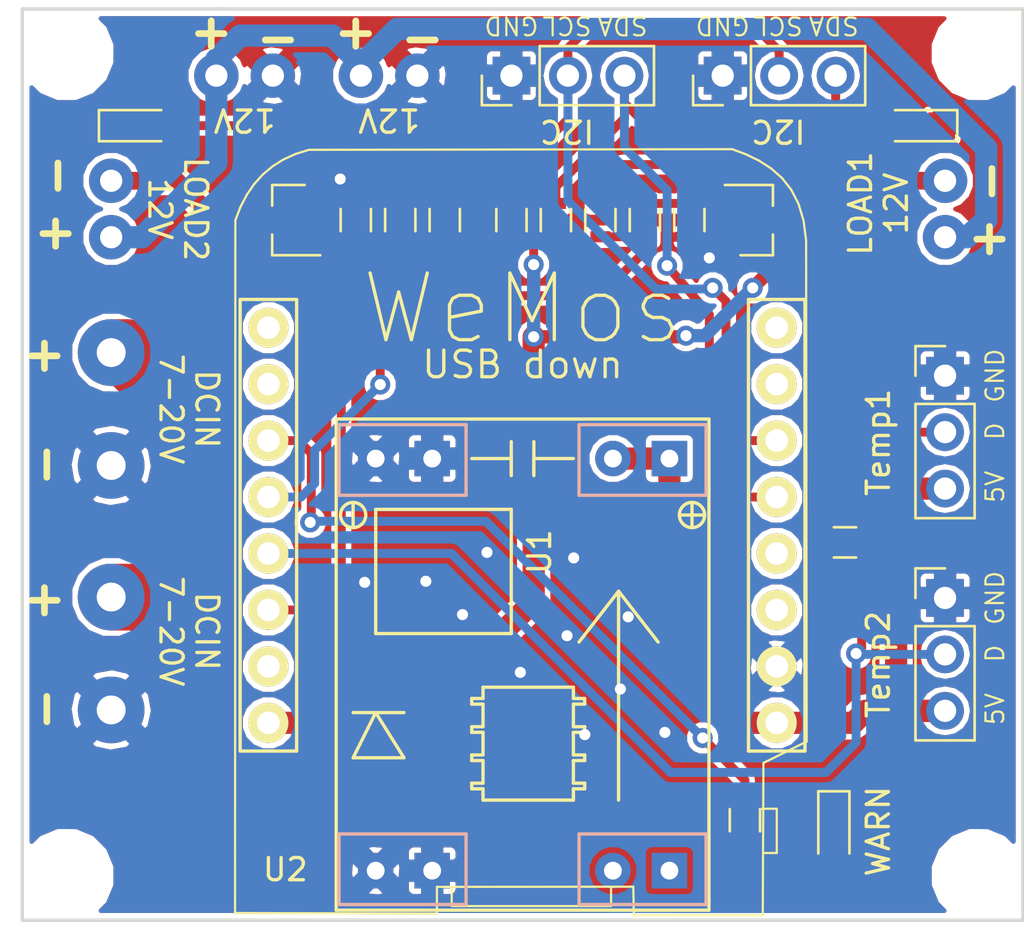
<source format=kicad_pcb>
(kicad_pcb (version 4) (host pcbnew 4.0.6)

  (general
    (links 55)
    (no_connects 0)
    (area 97.924999 79.924999 143.075001 121.075001)
    (thickness 1.6)
    (drawings 38)
    (tracks 206)
    (zones 0)
    (modules 31)
    (nets 19)
  )

  (page A4)
  (layers
    (0 F.Cu signal)
    (31 B.Cu signal)
    (32 B.Adhes user)
    (33 F.Adhes user)
    (34 B.Paste user)
    (35 F.Paste user)
    (36 B.SilkS user)
    (37 F.SilkS user)
    (38 B.Mask user)
    (39 F.Mask user)
    (40 Dwgs.User user)
    (41 Cmts.User user)
    (42 Eco1.User user)
    (43 Eco2.User user)
    (44 Edge.Cuts user)
    (45 Margin user)
    (46 B.CrtYd user)
    (47 F.CrtYd user)
    (48 B.Fab user)
    (49 F.Fab user)
  )

  (setup
    (last_trace_width 0.4)
    (user_trace_width 0.6)
    (user_trace_width 0.8)
    (user_trace_width 1)
    (user_trace_width 2)
    (user_trace_width 3)
    (trace_clearance 0.2)
    (zone_clearance 0.25)
    (zone_45_only no)
    (trace_min 0.2)
    (segment_width 0.2)
    (edge_width 0.15)
    (via_size 0.9)
    (via_drill 0.5)
    (via_min_size 0.4)
    (via_min_drill 0.3)
    (uvia_size 0.3)
    (uvia_drill 0.1)
    (uvias_allowed no)
    (uvia_min_size 0.2)
    (uvia_min_drill 0.1)
    (pcb_text_width 0.3)
    (pcb_text_size 1.5 1.5)
    (mod_edge_width 0.15)
    (mod_text_size 1 1)
    (mod_text_width 0.15)
    (pad_size 2.2 2.2)
    (pad_drill 2.2)
    (pad_to_mask_clearance 0.1)
    (aux_axis_origin 0 0)
    (visible_elements 7FFFFF7F)
    (pcbplotparams
      (layerselection 0x00030_80000001)
      (usegerberextensions false)
      (excludeedgelayer true)
      (linewidth 0.100000)
      (plotframeref false)
      (viasonmask false)
      (mode 1)
      (useauxorigin false)
      (hpglpennumber 1)
      (hpglpenspeed 20)
      (hpglpendiameter 15)
      (hpglpenoverlay 2)
      (psnegative false)
      (psa4output false)
      (plotreference true)
      (plotvalue true)
      (plotinvisibletext false)
      (padsonsilk false)
      (subtractmaskfromsilk false)
      (outputformat 1)
      (mirror false)
      (drillshape 1)
      (scaleselection 1)
      (outputdirectory ""))
  )

  (net 0 "")
  (net 1 "Net-(D1-Pad2)")
  (net 2 GND)
  (net 3 /SCL)
  (net 4 /SDA)
  (net 5 +12V)
  (net 6 +15V)
  (net 7 "Net-(J7-Pad2)")
  (net 8 "Net-(J8-Pad2)")
  (net 9 /Temp)
  (net 10 +5V)
  (net 11 "Net-(Q1-Pad1)")
  (net 12 "Net-(Q2-Pad1)")
  (net 13 +3V3)
  (net 14 "Net-(R3-Pad2)")
  (net 15 /VENT1)
  (net 16 /LOAD1)
  (net 17 "Net-(D2-Pad2)")
  (net 18 "Net-(D3-Pad2)")

  (net_class Default "This is the default net class."
    (clearance 0.2)
    (trace_width 0.4)
    (via_dia 0.9)
    (via_drill 0.5)
    (uvia_dia 0.3)
    (uvia_drill 0.1)
    (add_net +12V)
    (add_net +15V)
    (add_net +3V3)
    (add_net +5V)
    (add_net /LOAD1)
    (add_net /SCL)
    (add_net /SDA)
    (add_net /Temp)
    (add_net /VENT1)
    (add_net GND)
    (add_net "Net-(D1-Pad2)")
    (add_net "Net-(D2-Pad2)")
    (add_net "Net-(D3-Pad2)")
    (add_net "Net-(J7-Pad2)")
    (add_net "Net-(J8-Pad2)")
    (add_net "Net-(Q1-Pad1)")
    (add_net "Net-(Q2-Pad1)")
    (add_net "Net-(R3-Pad2)")
  )

  (module Mounting_Holes:MountingHole_2.2mm_M2 (layer F.Cu) (tedit 5B684E55) (tstamp 5B6869B5)
    (at 100 119)
    (descr "Mounting Hole 2.2mm, no annular, M2")
    (tags "mounting hole 2.2mm no annular m2")
    (attr virtual)
    (fp_text reference REF** (at 0 -3.2) (layer F.SilkS) hide
      (effects (font (size 1 1) (thickness 0.15)))
    )
    (fp_text value MountingHole_2.2mm_M2 (at 0 3.2) (layer F.Fab) hide
      (effects (font (size 1 1) (thickness 0.15)))
    )
    (fp_text user %R (at 0.3 0) (layer F.Fab) hide
      (effects (font (size 1 1) (thickness 0.15)))
    )
    (pad "" np_thru_hole circle (at 0 0) (size 2.2 2.2) (drill 2.2) (layers *.Cu *.Mask)
      (clearance 1))
  )

  (module Mounting_Holes:MountingHole_2.2mm_M2 (layer F.Cu) (tedit 5B684E4F) (tstamp 5B6869AD)
    (at 141 119)
    (descr "Mounting Hole 2.2mm, no annular, M2")
    (tags "mounting hole 2.2mm no annular m2")
    (attr virtual)
    (fp_text reference REF** (at 0 -3.2) (layer F.SilkS) hide
      (effects (font (size 1 1) (thickness 0.15)))
    )
    (fp_text value MountingHole_2.2mm_M2 (at 0 3.2) (layer F.Fab) hide
      (effects (font (size 1 1) (thickness 0.15)))
    )
    (fp_text user %R (at 0.3 0) (layer F.Fab) hide
      (effects (font (size 1 1) (thickness 0.15)))
    )
    (pad "" np_thru_hole circle (at 0 0) (size 2.2 2.2) (drill 2.2) (layers *.Cu *.Mask)
      (clearance 1))
  )

  (module Mounting_Holes:MountingHole_2.2mm_M2 (layer F.Cu) (tedit 5B684E48) (tstamp 5B6869A2)
    (at 100 82)
    (descr "Mounting Hole 2.2mm, no annular, M2")
    (tags "mounting hole 2.2mm no annular m2")
    (attr virtual)
    (fp_text reference REF** (at 0 -3.2) (layer F.SilkS) hide
      (effects (font (size 1 1) (thickness 0.15)))
    )
    (fp_text value MountingHole_2.2mm_M2 (at 0 3.2) (layer F.Fab) hide
      (effects (font (size 1 1) (thickness 0.15)))
    )
    (fp_text user %R (at 0.3 0) (layer F.Fab) hide
      (effects (font (size 1 1) (thickness 0.15)))
    )
    (pad "" np_thru_hole circle (at 0 0) (size 2.2 2.2) (drill 2.2) (layers *.Cu *.Mask)
      (clearance 1))
  )

  (module Mounting_Holes:MountingHole_2.2mm_M2 (layer F.Cu) (tedit 5B684E3F) (tstamp 5B686962)
    (at 141 82)
    (descr "Mounting Hole 2.2mm, no annular, M2")
    (tags "mounting hole 2.2mm no annular m2")
    (attr virtual)
    (fp_text reference REF** (at 0 -3.2) (layer F.SilkS) hide
      (effects (font (size 1 1) (thickness 0.15)))
    )
    (fp_text value MountingHole_2.2mm_M2 (at 0 3.2) (layer F.Fab) hide
      (effects (font (size 1 1) (thickness 0.15)))
    )
    (fp_text user %R (at 0.3 0) (layer F.Fab) hide
      (effects (font (size 1 1) (thickness 0.15)))
    )
    (pad "" np_thru_hole circle (at 0 0) (size 2.2 2.2) (drill 2.2) (layers *.Cu *.Mask)
      (clearance 1))
  )

  (module LEDs:LED_0805 (layer F.Cu) (tedit 5B684955) (tstamp 5B6854F4)
    (at 134.5 117 270)
    (descr "LED 0805 smd package")
    (tags "LED led 0805 SMD smd SMT smt smdled SMDLED smtled SMTLED")
    (path /5B68ED79)
    (attr smd)
    (fp_text reference D1 (at 0 -1.45 270) (layer F.SilkS) hide
      (effects (font (size 1 1) (thickness 0.15)))
    )
    (fp_text value LED (at 0 1.55 270) (layer F.Fab) hide
      (effects (font (size 1 1) (thickness 0.15)))
    )
    (fp_line (start -1.8 -0.7) (end -1.8 0.7) (layer F.SilkS) (width 0.12))
    (fp_line (start -0.4 -0.4) (end -0.4 0.4) (layer F.Fab) (width 0.1))
    (fp_line (start -0.4 0) (end 0.2 -0.4) (layer F.Fab) (width 0.1))
    (fp_line (start 0.2 0.4) (end -0.4 0) (layer F.Fab) (width 0.1))
    (fp_line (start 0.2 -0.4) (end 0.2 0.4) (layer F.Fab) (width 0.1))
    (fp_line (start 1 0.6) (end -1 0.6) (layer F.Fab) (width 0.1))
    (fp_line (start 1 -0.6) (end 1 0.6) (layer F.Fab) (width 0.1))
    (fp_line (start -1 -0.6) (end 1 -0.6) (layer F.Fab) (width 0.1))
    (fp_line (start -1 0.6) (end -1 -0.6) (layer F.Fab) (width 0.1))
    (fp_line (start -1.8 0.7) (end 1 0.7) (layer F.SilkS) (width 0.12))
    (fp_line (start -1.8 -0.7) (end 1 -0.7) (layer F.SilkS) (width 0.12))
    (fp_line (start 1.95 -0.85) (end 1.95 0.85) (layer F.CrtYd) (width 0.05))
    (fp_line (start 1.95 0.85) (end -1.95 0.85) (layer F.CrtYd) (width 0.05))
    (fp_line (start -1.95 0.85) (end -1.95 -0.85) (layer F.CrtYd) (width 0.05))
    (fp_line (start -1.95 -0.85) (end 1.95 -0.85) (layer F.CrtYd) (width 0.05))
    (fp_text user %R (at 0 -1.25 270) (layer F.Fab)
      (effects (font (size 0.4 0.4) (thickness 0.1)))
    )
    (pad 2 smd rect (at 1.1 0 90) (size 1.2 1.2) (layers F.Cu F.Paste F.Mask)
      (net 1 "Net-(D1-Pad2)"))
    (pad 1 smd rect (at -1.1 0 90) (size 1.2 1.2) (layers F.Cu F.Paste F.Mask)
      (net 2 GND))
    (model ${KISYS3DMOD}/LEDs.3dshapes/LED_0805.wrl
      (at (xyz 0 0 0))
      (scale (xyz 1 1 1))
      (rotate (xyz 0 0 180))
    )
  )

  (module Pin_Headers:Pin_Header_Straight_1x03_Pitch2.54mm (layer F.Cu) (tedit 5B684829) (tstamp 5B68550B)
    (at 129.5 83 90)
    (descr "Through hole straight pin header, 1x03, 2.54mm pitch, single row")
    (tags "Through hole pin header THT 1x03 2.54mm single row")
    (path /5B68CC15)
    (fp_text reference J1 (at 0 -2.33 90) (layer F.SilkS) hide
      (effects (font (size 1 1) (thickness 0.15)))
    )
    (fp_text value I2C2 (at -2.5 2.5 180) (layer F.SilkS) hide
      (effects (font (size 1 1) (thickness 0.15)))
    )
    (fp_line (start -0.635 -1.27) (end 1.27 -1.27) (layer F.Fab) (width 0.1))
    (fp_line (start 1.27 -1.27) (end 1.27 6.35) (layer F.Fab) (width 0.1))
    (fp_line (start 1.27 6.35) (end -1.27 6.35) (layer F.Fab) (width 0.1))
    (fp_line (start -1.27 6.35) (end -1.27 -0.635) (layer F.Fab) (width 0.1))
    (fp_line (start -1.27 -0.635) (end -0.635 -1.27) (layer F.Fab) (width 0.1))
    (fp_line (start -1.33 6.41) (end 1.33 6.41) (layer F.SilkS) (width 0.12))
    (fp_line (start -1.33 1.27) (end -1.33 6.41) (layer F.SilkS) (width 0.12))
    (fp_line (start 1.33 1.27) (end 1.33 6.41) (layer F.SilkS) (width 0.12))
    (fp_line (start -1.33 1.27) (end 1.33 1.27) (layer F.SilkS) (width 0.12))
    (fp_line (start -1.33 0) (end -1.33 -1.33) (layer F.SilkS) (width 0.12))
    (fp_line (start -1.33 -1.33) (end 0 -1.33) (layer F.SilkS) (width 0.12))
    (fp_line (start -1.8 -1.8) (end -1.8 6.85) (layer F.CrtYd) (width 0.05))
    (fp_line (start -1.8 6.85) (end 1.8 6.85) (layer F.CrtYd) (width 0.05))
    (fp_line (start 1.8 6.85) (end 1.8 -1.8) (layer F.CrtYd) (width 0.05))
    (fp_line (start 1.8 -1.8) (end -1.8 -1.8) (layer F.CrtYd) (width 0.05))
    (fp_text user %R (at 0 2.54 180) (layer F.Fab)
      (effects (font (size 1 1) (thickness 0.15)))
    )
    (pad 1 thru_hole rect (at 0 0 90) (size 1.7 1.7) (drill 1) (layers *.Cu *.Mask)
      (net 2 GND))
    (pad 2 thru_hole oval (at 0 2.54 90) (size 1.7 1.7) (drill 1) (layers *.Cu *.Mask)
      (net 3 /SCL))
    (pad 3 thru_hole oval (at 0 5.08 90) (size 1.7 1.7) (drill 1) (layers *.Cu *.Mask)
      (net 4 /SDA))
    (model ${KISYS3DMOD}/Pin_Headers.3dshapes/Pin_Header_Straight_1x03_Pitch2.54mm.wrl
      (at (xyz 0 0 0))
      (scale (xyz 1 1 1))
      (rotate (xyz 0 0 0))
    )
  )

  (module Pin_Headers:Pin_Header_Straight_1x03_Pitch2.54mm (layer F.Cu) (tedit 5B68485E) (tstamp 5B685522)
    (at 120 83 90)
    (descr "Through hole straight pin header, 1x03, 2.54mm pitch, single row")
    (tags "Through hole pin header THT 1x03 2.54mm single row")
    (path /5B68246A)
    (fp_text reference J2 (at 0 -2.33 90) (layer F.SilkS) hide
      (effects (font (size 1 1) (thickness 0.15)))
    )
    (fp_text value I2C (at -2.5 3 180) (layer F.SilkS) hide
      (effects (font (size 1 1) (thickness 0.15)))
    )
    (fp_line (start -0.635 -1.27) (end 1.27 -1.27) (layer F.Fab) (width 0.1))
    (fp_line (start 1.27 -1.27) (end 1.27 6.35) (layer F.Fab) (width 0.1))
    (fp_line (start 1.27 6.35) (end -1.27 6.35) (layer F.Fab) (width 0.1))
    (fp_line (start -1.27 6.35) (end -1.27 -0.635) (layer F.Fab) (width 0.1))
    (fp_line (start -1.27 -0.635) (end -0.635 -1.27) (layer F.Fab) (width 0.1))
    (fp_line (start -1.33 6.41) (end 1.33 6.41) (layer F.SilkS) (width 0.12))
    (fp_line (start -1.33 1.27) (end -1.33 6.41) (layer F.SilkS) (width 0.12))
    (fp_line (start 1.33 1.27) (end 1.33 6.41) (layer F.SilkS) (width 0.12))
    (fp_line (start -1.33 1.27) (end 1.33 1.27) (layer F.SilkS) (width 0.12))
    (fp_line (start -1.33 0) (end -1.33 -1.33) (layer F.SilkS) (width 0.12))
    (fp_line (start -1.33 -1.33) (end 0 -1.33) (layer F.SilkS) (width 0.12))
    (fp_line (start -1.8 -1.8) (end -1.8 6.85) (layer F.CrtYd) (width 0.05))
    (fp_line (start -1.8 6.85) (end 1.8 6.85) (layer F.CrtYd) (width 0.05))
    (fp_line (start 1.8 6.85) (end 1.8 -1.8) (layer F.CrtYd) (width 0.05))
    (fp_line (start 1.8 -1.8) (end -1.8 -1.8) (layer F.CrtYd) (width 0.05))
    (fp_text user %R (at 0 2.54 180) (layer F.Fab)
      (effects (font (size 1 1) (thickness 0.15)))
    )
    (pad 1 thru_hole rect (at 0 0 90) (size 1.7 1.7) (drill 1) (layers *.Cu *.Mask)
      (net 2 GND))
    (pad 2 thru_hole oval (at 0 2.54 90) (size 1.7 1.7) (drill 1) (layers *.Cu *.Mask)
      (net 3 /SCL))
    (pad 3 thru_hole oval (at 0 5.08 90) (size 1.7 1.7) (drill 1) (layers *.Cu *.Mask)
      (net 4 /SDA))
    (model ${KISYS3DMOD}/Pin_Headers.3dshapes/Pin_Header_Straight_1x03_Pitch2.54mm.wrl
      (at (xyz 0 0 0))
      (scale (xyz 1 1 1))
      (rotate (xyz 0 0 0))
    )
  )

  (module KiCadCustomLibs:Conn2pin_2.54mm (layer F.Cu) (tedit 5B684847) (tstamp 5B685528)
    (at 114.5 83 180)
    (path /5B6842F8)
    (fp_text reference J3 (at -0.1 -2.1 180) (layer F.SilkS) hide
      (effects (font (size 1 1) (thickness 0.15)))
    )
    (fp_text value 12V (at 0 -2.5 180) (layer F.SilkS) hide
      (effects (font (size 1 1) (thickness 0.15)))
    )
    (pad 1 thru_hole circle (at -1.27 0 180) (size 2 2) (drill 1) (layers *.Cu *.Mask)
      (net 2 GND))
    (pad 2 thru_hole circle (at 1.27 0 180) (size 2 2) (drill 1) (layers *.Cu *.Mask)
      (net 5 +12V))
  )

  (module KiCadCustomLibs:Conn_Power (layer F.Cu) (tedit 5B6848CA) (tstamp 5B68552E)
    (at 102 98 90)
    (path /5B68FBBE)
    (fp_text reference J4 (at -0.1 -2.1 90) (layer F.SilkS) hide
      (effects (font (size 1 1) (thickness 0.15)))
    )
    (fp_text value DCIN (at 0 3 180) (layer F.SilkS) hide
      (effects (font (size 1 1) (thickness 0.15)))
    )
    (pad 1 thru_hole circle (at -2.54 0 90) (size 3 3) (drill 1.3) (layers *.Cu *.Mask)
      (net 2 GND))
    (pad 2 thru_hole circle (at 2.54 0 90) (size 3 3) (drill 1.3) (layers *.Cu *.Mask)
      (net 6 +15V))
  )

  (module KiCadCustomLibs:Conn2pin_2.54mm (layer F.Cu) (tedit 5B684864) (tstamp 5B685534)
    (at 108 83 180)
    (path /5B687E8B)
    (fp_text reference J5 (at -0.1 -2.1 180) (layer F.SilkS) hide
      (effects (font (size 1 1) (thickness 0.15)))
    )
    (fp_text value VENT2 (at 0 -2.5 180) (layer F.SilkS) hide
      (effects (font (size 1 1) (thickness 0.15)))
    )
    (pad 1 thru_hole circle (at -1.27 0 180) (size 2 2) (drill 1) (layers *.Cu *.Mask)
      (net 2 GND))
    (pad 2 thru_hole circle (at 1.27 0 180) (size 2 2) (drill 1) (layers *.Cu *.Mask)
      (net 5 +12V))
  )

  (module KiCadCustomLibs:Conn_Power (layer F.Cu) (tedit 5B6848D3) (tstamp 5B68553A)
    (at 102 109 90)
    (path /5B6912A4)
    (fp_text reference J6 (at -0.1 -2.1 90) (layer F.SilkS) hide
      (effects (font (size 1 1) (thickness 0.15)))
    )
    (fp_text value DCIN (at 0 3 180) (layer F.SilkS) hide
      (effects (font (size 1 1) (thickness 0.15)))
    )
    (pad 1 thru_hole circle (at -2.54 0 90) (size 3 3) (drill 1.3) (layers *.Cu *.Mask)
      (net 2 GND))
    (pad 2 thru_hole circle (at 2.54 0 90) (size 3 3) (drill 1.3) (layers *.Cu *.Mask)
      (net 6 +15V))
  )

  (module KiCadCustomLibs:Conn2pin_2.54mm (layer F.Cu) (tedit 5B684886) (tstamp 5B685540)
    (at 102 89 90)
    (path /5B68709A)
    (fp_text reference J7 (at -0.1 -2.1 90) (layer F.SilkS) hide
      (effects (font (size 1 1) (thickness 0.15)))
    )
    (fp_text value VENT1 (at 0 3.5 180) (layer F.SilkS) hide
      (effects (font (size 1 1) (thickness 0.15)))
    )
    (pad 1 thru_hole circle (at -1.27 0 90) (size 2 2) (drill 1) (layers *.Cu *.Mask)
      (net 5 +12V))
    (pad 2 thru_hole circle (at 1.27 0 90) (size 2 2) (drill 1) (layers *.Cu *.Mask)
      (net 7 "Net-(J7-Pad2)"))
  )

  (module KiCadCustomLibs:Conn2pin_2.54mm (layer F.Cu) (tedit 5B6849D9) (tstamp 5B685546)
    (at 139.5 89 90)
    (path /5B6879CA)
    (fp_text reference J8 (at -0.1 -2.1 90) (layer F.SilkS) hide
      (effects (font (size 1 1) (thickness 0.15)))
    )
    (fp_text value LOAD1 (at 0 -2.5 90) (layer F.SilkS) hide
      (effects (font (size 1 1) (thickness 0.15)))
    )
    (pad 1 thru_hole circle (at -1.27 0 90) (size 2 2) (drill 1) (layers *.Cu *.Mask)
      (net 5 +12V))
    (pad 2 thru_hole circle (at 1.27 0 90) (size 2 2) (drill 1) (layers *.Cu *.Mask)
      (net 8 "Net-(J8-Pad2)"))
  )

  (module Pin_Headers:Pin_Header_Straight_1x03_Pitch2.54mm (layer F.Cu) (tedit 5B6843B2) (tstamp 5B68555D)
    (at 139.5 96.5)
    (descr "Through hole straight pin header, 1x03, 2.54mm pitch, single row")
    (tags "Through hole pin header THT 1x03 2.54mm single row")
    (path /5B6822F4)
    (fp_text reference J9 (at 0 -2.33) (layer F.SilkS) hide
      (effects (font (size 1 1) (thickness 0.15)))
    )
    (fp_text value Temp1 (at -3 3 90) (layer F.SilkS)
      (effects (font (size 1 1) (thickness 0.15)))
    )
    (fp_line (start -0.635 -1.27) (end 1.27 -1.27) (layer F.Fab) (width 0.1))
    (fp_line (start 1.27 -1.27) (end 1.27 6.35) (layer F.Fab) (width 0.1))
    (fp_line (start 1.27 6.35) (end -1.27 6.35) (layer F.Fab) (width 0.1))
    (fp_line (start -1.27 6.35) (end -1.27 -0.635) (layer F.Fab) (width 0.1))
    (fp_line (start -1.27 -0.635) (end -0.635 -1.27) (layer F.Fab) (width 0.1))
    (fp_line (start -1.33 6.41) (end 1.33 6.41) (layer F.SilkS) (width 0.12))
    (fp_line (start -1.33 1.27) (end -1.33 6.41) (layer F.SilkS) (width 0.12))
    (fp_line (start 1.33 1.27) (end 1.33 6.41) (layer F.SilkS) (width 0.12))
    (fp_line (start -1.33 1.27) (end 1.33 1.27) (layer F.SilkS) (width 0.12))
    (fp_line (start -1.33 0) (end -1.33 -1.33) (layer F.SilkS) (width 0.12))
    (fp_line (start -1.33 -1.33) (end 0 -1.33) (layer F.SilkS) (width 0.12))
    (fp_line (start -1.8 -1.8) (end -1.8 6.85) (layer F.CrtYd) (width 0.05))
    (fp_line (start -1.8 6.85) (end 1.8 6.85) (layer F.CrtYd) (width 0.05))
    (fp_line (start 1.8 6.85) (end 1.8 -1.8) (layer F.CrtYd) (width 0.05))
    (fp_line (start 1.8 -1.8) (end -1.8 -1.8) (layer F.CrtYd) (width 0.05))
    (fp_text user %R (at 0 2.54 90) (layer F.Fab)
      (effects (font (size 1 1) (thickness 0.15)))
    )
    (pad 1 thru_hole rect (at 0 0) (size 1.7 1.7) (drill 1) (layers *.Cu *.Mask)
      (net 2 GND))
    (pad 2 thru_hole oval (at 0 2.54) (size 1.7 1.7) (drill 1) (layers *.Cu *.Mask)
      (net 9 /Temp))
    (pad 3 thru_hole oval (at 0 5.08) (size 1.7 1.7) (drill 1) (layers *.Cu *.Mask)
      (net 10 +5V))
    (model ${KISYS3DMOD}/Pin_Headers.3dshapes/Pin_Header_Straight_1x03_Pitch2.54mm.wrl
      (at (xyz 0 0 0))
      (scale (xyz 1 1 1))
      (rotate (xyz 0 0 0))
    )
  )

  (module Pin_Headers:Pin_Header_Straight_1x03_Pitch2.54mm (layer F.Cu) (tedit 5B6843AF) (tstamp 5B685574)
    (at 139.5 106.5)
    (descr "Through hole straight pin header, 1x03, 2.54mm pitch, single row")
    (tags "Through hole pin header THT 1x03 2.54mm single row")
    (path /5B682431)
    (fp_text reference J10 (at 0 -2.33) (layer F.SilkS) hide
      (effects (font (size 1 1) (thickness 0.15)))
    )
    (fp_text value Temp2 (at -3 3 90) (layer F.SilkS)
      (effects (font (size 1 1) (thickness 0.15)))
    )
    (fp_line (start -0.635 -1.27) (end 1.27 -1.27) (layer F.Fab) (width 0.1))
    (fp_line (start 1.27 -1.27) (end 1.27 6.35) (layer F.Fab) (width 0.1))
    (fp_line (start 1.27 6.35) (end -1.27 6.35) (layer F.Fab) (width 0.1))
    (fp_line (start -1.27 6.35) (end -1.27 -0.635) (layer F.Fab) (width 0.1))
    (fp_line (start -1.27 -0.635) (end -0.635 -1.27) (layer F.Fab) (width 0.1))
    (fp_line (start -1.33 6.41) (end 1.33 6.41) (layer F.SilkS) (width 0.12))
    (fp_line (start -1.33 1.27) (end -1.33 6.41) (layer F.SilkS) (width 0.12))
    (fp_line (start 1.33 1.27) (end 1.33 6.41) (layer F.SilkS) (width 0.12))
    (fp_line (start -1.33 1.27) (end 1.33 1.27) (layer F.SilkS) (width 0.12))
    (fp_line (start -1.33 0) (end -1.33 -1.33) (layer F.SilkS) (width 0.12))
    (fp_line (start -1.33 -1.33) (end 0 -1.33) (layer F.SilkS) (width 0.12))
    (fp_line (start -1.8 -1.8) (end -1.8 6.85) (layer F.CrtYd) (width 0.05))
    (fp_line (start -1.8 6.85) (end 1.8 6.85) (layer F.CrtYd) (width 0.05))
    (fp_line (start 1.8 6.85) (end 1.8 -1.8) (layer F.CrtYd) (width 0.05))
    (fp_line (start 1.8 -1.8) (end -1.8 -1.8) (layer F.CrtYd) (width 0.05))
    (fp_text user %R (at 0 2.54 90) (layer F.Fab)
      (effects (font (size 1 1) (thickness 0.15)))
    )
    (pad 1 thru_hole rect (at 0 0) (size 1.7 1.7) (drill 1) (layers *.Cu *.Mask)
      (net 2 GND))
    (pad 2 thru_hole oval (at 0 2.54) (size 1.7 1.7) (drill 1) (layers *.Cu *.Mask)
      (net 9 /Temp))
    (pad 3 thru_hole oval (at 0 5.08) (size 1.7 1.7) (drill 1) (layers *.Cu *.Mask)
      (net 10 +5V))
    (model ${KISYS3DMOD}/Pin_Headers.3dshapes/Pin_Header_Straight_1x03_Pitch2.54mm.wrl
      (at (xyz 0 0 0))
      (scale (xyz 1 1 1))
      (rotate (xyz 0 0 0))
    )
  )

  (module TO_SOT_Packages_SMD:SOT-23 (layer F.Cu) (tedit 5B68455F) (tstamp 5B685589)
    (at 110 89.5 180)
    (descr "SOT-23, Standard")
    (tags SOT-23)
    (path /5B6865FF)
    (attr smd)
    (fp_text reference Q1 (at 0 -2.5 180) (layer F.SilkS) hide
      (effects (font (size 1 1) (thickness 0.15)))
    )
    (fp_text value SI2308 (at 0 2.5 180) (layer F.Fab) hide
      (effects (font (size 1 1) (thickness 0.15)))
    )
    (fp_text user %R (at 0 0 270) (layer F.Fab)
      (effects (font (size 0.5 0.5) (thickness 0.075)))
    )
    (fp_line (start -0.7 -0.95) (end -0.7 1.5) (layer F.Fab) (width 0.1))
    (fp_line (start -0.15 -1.52) (end 0.7 -1.52) (layer F.Fab) (width 0.1))
    (fp_line (start -0.7 -0.95) (end -0.15 -1.52) (layer F.Fab) (width 0.1))
    (fp_line (start 0.7 -1.52) (end 0.7 1.52) (layer F.Fab) (width 0.1))
    (fp_line (start -0.7 1.52) (end 0.7 1.52) (layer F.Fab) (width 0.1))
    (fp_line (start 0.76 1.58) (end 0.76 0.65) (layer F.SilkS) (width 0.12))
    (fp_line (start 0.76 -1.58) (end 0.76 -0.65) (layer F.SilkS) (width 0.12))
    (fp_line (start -1.7 -1.75) (end 1.7 -1.75) (layer F.CrtYd) (width 0.05))
    (fp_line (start 1.7 -1.75) (end 1.7 1.75) (layer F.CrtYd) (width 0.05))
    (fp_line (start 1.7 1.75) (end -1.7 1.75) (layer F.CrtYd) (width 0.05))
    (fp_line (start -1.7 1.75) (end -1.7 -1.75) (layer F.CrtYd) (width 0.05))
    (fp_line (start 0.76 -1.58) (end -1.4 -1.58) (layer F.SilkS) (width 0.12))
    (fp_line (start 0.76 1.58) (end -0.7 1.58) (layer F.SilkS) (width 0.12))
    (pad 1 smd rect (at -1 -0.95 180) (size 0.9 0.8) (layers F.Cu F.Paste F.Mask)
      (net 11 "Net-(Q1-Pad1)"))
    (pad 2 smd rect (at -1 0.95 180) (size 0.9 0.8) (layers F.Cu F.Paste F.Mask)
      (net 2 GND))
    (pad 3 smd rect (at 1 0 180) (size 0.9 0.8) (layers F.Cu F.Paste F.Mask)
      (net 7 "Net-(J7-Pad2)"))
    (model ${KISYS3DMOD}/TO_SOT_Packages_SMD.3dshapes/SOT-23.wrl
      (at (xyz 0 0 0))
      (scale (xyz 1 1 1))
      (rotate (xyz 0 0 0))
    )
  )

  (module TO_SOT_Packages_SMD:SOT-23 (layer F.Cu) (tedit 5B684564) (tstamp 5B68559E)
    (at 131 89.5)
    (descr "SOT-23, Standard")
    (tags SOT-23)
    (path /5B6879B4)
    (attr smd)
    (fp_text reference Q2 (at 0 -2.5) (layer F.SilkS) hide
      (effects (font (size 1 1) (thickness 0.15)))
    )
    (fp_text value SI2308 (at 0 2.5) (layer F.Fab) hide
      (effects (font (size 1 1) (thickness 0.15)))
    )
    (fp_text user %R (at 0 0 90) (layer F.Fab)
      (effects (font (size 0.5 0.5) (thickness 0.075)))
    )
    (fp_line (start -0.7 -0.95) (end -0.7 1.5) (layer F.Fab) (width 0.1))
    (fp_line (start -0.15 -1.52) (end 0.7 -1.52) (layer F.Fab) (width 0.1))
    (fp_line (start -0.7 -0.95) (end -0.15 -1.52) (layer F.Fab) (width 0.1))
    (fp_line (start 0.7 -1.52) (end 0.7 1.52) (layer F.Fab) (width 0.1))
    (fp_line (start -0.7 1.52) (end 0.7 1.52) (layer F.Fab) (width 0.1))
    (fp_line (start 0.76 1.58) (end 0.76 0.65) (layer F.SilkS) (width 0.12))
    (fp_line (start 0.76 -1.58) (end 0.76 -0.65) (layer F.SilkS) (width 0.12))
    (fp_line (start -1.7 -1.75) (end 1.7 -1.75) (layer F.CrtYd) (width 0.05))
    (fp_line (start 1.7 -1.75) (end 1.7 1.75) (layer F.CrtYd) (width 0.05))
    (fp_line (start 1.7 1.75) (end -1.7 1.75) (layer F.CrtYd) (width 0.05))
    (fp_line (start -1.7 1.75) (end -1.7 -1.75) (layer F.CrtYd) (width 0.05))
    (fp_line (start 0.76 -1.58) (end -1.4 -1.58) (layer F.SilkS) (width 0.12))
    (fp_line (start 0.76 1.58) (end -0.7 1.58) (layer F.SilkS) (width 0.12))
    (pad 1 smd rect (at -1 -0.95) (size 0.9 0.8) (layers F.Cu F.Paste F.Mask)
      (net 12 "Net-(Q2-Pad1)"))
    (pad 2 smd rect (at -1 0.95) (size 0.9 0.8) (layers F.Cu F.Paste F.Mask)
      (net 2 GND))
    (pad 3 smd rect (at 1 0) (size 0.9 0.8) (layers F.Cu F.Paste F.Mask)
      (net 8 "Net-(J8-Pad2)"))
    (model ${KISYS3DMOD}/TO_SOT_Packages_SMD.3dshapes/SOT-23.wrl
      (at (xyz 0 0 0))
      (scale (xyz 1 1 1))
      (rotate (xyz 0 0 0))
    )
  )

  (module Resistors_SMD:R_0603 (layer F.Cu) (tedit 5B684B32) (tstamp 5B6855AF)
    (at 120 89.5 90)
    (descr "Resistor SMD 0603, reflow soldering, Vishay (see dcrcw.pdf)")
    (tags "resistor 0603")
    (path /5B68150A)
    (attr smd)
    (fp_text reference R1 (at 0 -1.45 90) (layer F.SilkS) hide
      (effects (font (size 1 1) (thickness 0.15)))
    )
    (fp_text value 4.7K (at 0 1.5 90) (layer F.Fab) hide
      (effects (font (size 1 1) (thickness 0.15)))
    )
    (fp_text user %R (at 0 0 90) (layer F.Fab)
      (effects (font (size 0.4 0.4) (thickness 0.075)))
    )
    (fp_line (start -0.8 0.4) (end -0.8 -0.4) (layer F.Fab) (width 0.1))
    (fp_line (start 0.8 0.4) (end -0.8 0.4) (layer F.Fab) (width 0.1))
    (fp_line (start 0.8 -0.4) (end 0.8 0.4) (layer F.Fab) (width 0.1))
    (fp_line (start -0.8 -0.4) (end 0.8 -0.4) (layer F.Fab) (width 0.1))
    (fp_line (start 0.5 0.68) (end -0.5 0.68) (layer F.SilkS) (width 0.12))
    (fp_line (start -0.5 -0.68) (end 0.5 -0.68) (layer F.SilkS) (width 0.12))
    (fp_line (start -1.25 -0.7) (end 1.25 -0.7) (layer F.CrtYd) (width 0.05))
    (fp_line (start -1.25 -0.7) (end -1.25 0.7) (layer F.CrtYd) (width 0.05))
    (fp_line (start 1.25 0.7) (end 1.25 -0.7) (layer F.CrtYd) (width 0.05))
    (fp_line (start 1.25 0.7) (end -1.25 0.7) (layer F.CrtYd) (width 0.05))
    (pad 1 smd rect (at -0.75 0 90) (size 0.5 0.9) (layers F.Cu F.Paste F.Mask)
      (net 13 +3V3))
    (pad 2 smd rect (at 0.75 0 90) (size 0.5 0.9) (layers F.Cu F.Paste F.Mask)
      (net 3 /SCL))
    (model ${KISYS3DMOD}/Resistors_SMD.3dshapes/R_0603.wrl
      (at (xyz 0 0 0))
      (scale (xyz 1 1 1))
      (rotate (xyz 0 0 0))
    )
  )

  (module Resistors_SMD:R_0603 (layer F.Cu) (tedit 5B684B36) (tstamp 5B6855C0)
    (at 122 89.5 90)
    (descr "Resistor SMD 0603, reflow soldering, Vishay (see dcrcw.pdf)")
    (tags "resistor 0603")
    (path /5B681683)
    (attr smd)
    (fp_text reference R2 (at 0 -1.45 90) (layer F.SilkS) hide
      (effects (font (size 1 1) (thickness 0.15)))
    )
    (fp_text value 4.7K (at 0 1.5 90) (layer F.Fab) hide
      (effects (font (size 1 1) (thickness 0.15)))
    )
    (fp_text user %R (at 0 0 90) (layer F.Fab)
      (effects (font (size 0.4 0.4) (thickness 0.075)))
    )
    (fp_line (start -0.8 0.4) (end -0.8 -0.4) (layer F.Fab) (width 0.1))
    (fp_line (start 0.8 0.4) (end -0.8 0.4) (layer F.Fab) (width 0.1))
    (fp_line (start 0.8 -0.4) (end 0.8 0.4) (layer F.Fab) (width 0.1))
    (fp_line (start -0.8 -0.4) (end 0.8 -0.4) (layer F.Fab) (width 0.1))
    (fp_line (start 0.5 0.68) (end -0.5 0.68) (layer F.SilkS) (width 0.12))
    (fp_line (start -0.5 -0.68) (end 0.5 -0.68) (layer F.SilkS) (width 0.12))
    (fp_line (start -1.25 -0.7) (end 1.25 -0.7) (layer F.CrtYd) (width 0.05))
    (fp_line (start -1.25 -0.7) (end -1.25 0.7) (layer F.CrtYd) (width 0.05))
    (fp_line (start 1.25 0.7) (end 1.25 -0.7) (layer F.CrtYd) (width 0.05))
    (fp_line (start 1.25 0.7) (end -1.25 0.7) (layer F.CrtYd) (width 0.05))
    (pad 1 smd rect (at -0.75 0 90) (size 0.5 0.9) (layers F.Cu F.Paste F.Mask)
      (net 13 +3V3))
    (pad 2 smd rect (at 0.75 0 90) (size 0.5 0.9) (layers F.Cu F.Paste F.Mask)
      (net 4 /SDA))
    (model ${KISYS3DMOD}/Resistors_SMD.3dshapes/R_0603.wrl
      (at (xyz 0 0 0))
      (scale (xyz 1 1 1))
      (rotate (xyz 0 0 0))
    )
  )

  (module Resistors_SMD:R_0603 (layer F.Cu) (tedit 5B684513) (tstamp 5B6855D1)
    (at 130.5 116.5 90)
    (descr "Resistor SMD 0603, reflow soldering, Vishay (see dcrcw.pdf)")
    (tags "resistor 0603")
    (path /5B68F00A)
    (attr smd)
    (fp_text reference R3 (at 0 -1.45 90) (layer F.SilkS) hide
      (effects (font (size 1 1) (thickness 0.15)))
    )
    (fp_text value 680 (at 0 1.5 90) (layer F.Fab) hide
      (effects (font (size 1 1) (thickness 0.15)))
    )
    (fp_text user %R (at 0 0 90) (layer F.Fab)
      (effects (font (size 0.4 0.4) (thickness 0.075)))
    )
    (fp_line (start -0.8 0.4) (end -0.8 -0.4) (layer F.Fab) (width 0.1))
    (fp_line (start 0.8 0.4) (end -0.8 0.4) (layer F.Fab) (width 0.1))
    (fp_line (start 0.8 -0.4) (end 0.8 0.4) (layer F.Fab) (width 0.1))
    (fp_line (start -0.8 -0.4) (end 0.8 -0.4) (layer F.Fab) (width 0.1))
    (fp_line (start 0.5 0.68) (end -0.5 0.68) (layer F.SilkS) (width 0.12))
    (fp_line (start -0.5 -0.68) (end 0.5 -0.68) (layer F.SilkS) (width 0.12))
    (fp_line (start -1.25 -0.7) (end 1.25 -0.7) (layer F.CrtYd) (width 0.05))
    (fp_line (start -1.25 -0.7) (end -1.25 0.7) (layer F.CrtYd) (width 0.05))
    (fp_line (start 1.25 0.7) (end 1.25 -0.7) (layer F.CrtYd) (width 0.05))
    (fp_line (start 1.25 0.7) (end -1.25 0.7) (layer F.CrtYd) (width 0.05))
    (pad 1 smd rect (at -0.75 0 90) (size 0.5 0.9) (layers F.Cu F.Paste F.Mask)
      (net 1 "Net-(D1-Pad2)"))
    (pad 2 smd rect (at 0.75 0 90) (size 0.5 0.9) (layers F.Cu F.Paste F.Mask)
      (net 14 "Net-(R3-Pad2)"))
    (model ${KISYS3DMOD}/Resistors_SMD.3dshapes/R_0603.wrl
      (at (xyz 0 0 0))
      (scale (xyz 1 1 1))
      (rotate (xyz 0 0 0))
    )
  )

  (module Resistors_SMD:R_0603 (layer F.Cu) (tedit 5B6849C2) (tstamp 5B6855E2)
    (at 135 104)
    (descr "Resistor SMD 0603, reflow soldering, Vishay (see dcrcw.pdf)")
    (tags "resistor 0603")
    (path /5B681FFF)
    (attr smd)
    (fp_text reference R4 (at 0 -1.45) (layer F.SilkS) hide
      (effects (font (size 1 1) (thickness 0.15)))
    )
    (fp_text value 4.7K (at 0 1.5) (layer F.SilkS) hide
      (effects (font (size 0.8 0.8) (thickness 0.15)))
    )
    (fp_text user %R (at 0 0) (layer F.Fab)
      (effects (font (size 0.4 0.4) (thickness 0.075)))
    )
    (fp_line (start -0.8 0.4) (end -0.8 -0.4) (layer F.Fab) (width 0.1))
    (fp_line (start 0.8 0.4) (end -0.8 0.4) (layer F.Fab) (width 0.1))
    (fp_line (start 0.8 -0.4) (end 0.8 0.4) (layer F.Fab) (width 0.1))
    (fp_line (start -0.8 -0.4) (end 0.8 -0.4) (layer F.Fab) (width 0.1))
    (fp_line (start 0.5 0.68) (end -0.5 0.68) (layer F.SilkS) (width 0.12))
    (fp_line (start -0.5 -0.68) (end 0.5 -0.68) (layer F.SilkS) (width 0.12))
    (fp_line (start -1.25 -0.7) (end 1.25 -0.7) (layer F.CrtYd) (width 0.05))
    (fp_line (start -1.25 -0.7) (end -1.25 0.7) (layer F.CrtYd) (width 0.05))
    (fp_line (start 1.25 0.7) (end 1.25 -0.7) (layer F.CrtYd) (width 0.05))
    (fp_line (start 1.25 0.7) (end -1.25 0.7) (layer F.CrtYd) (width 0.05))
    (pad 1 smd rect (at -0.75 0) (size 0.5 0.9) (layers F.Cu F.Paste F.Mask)
      (net 13 +3V3))
    (pad 2 smd rect (at 0.75 0) (size 0.5 0.9) (layers F.Cu F.Paste F.Mask)
      (net 9 /Temp))
    (model ${KISYS3DMOD}/Resistors_SMD.3dshapes/R_0603.wrl
      (at (xyz 0 0 0))
      (scale (xyz 1 1 1))
      (rotate (xyz 0 0 0))
    )
  )

  (module Resistors_SMD:R_0603 (layer F.Cu) (tedit 5B684B43) (tstamp 5B6855F3)
    (at 115 89.5 270)
    (descr "Resistor SMD 0603, reflow soldering, Vishay (see dcrcw.pdf)")
    (tags "resistor 0603")
    (path /5B68B73C)
    (attr smd)
    (fp_text reference R5 (at 0 -1.45 270) (layer F.SilkS) hide
      (effects (font (size 1 1) (thickness 0.15)))
    )
    (fp_text value 100 (at 0 1.5 270) (layer F.Fab) hide
      (effects (font (size 1 1) (thickness 0.15)))
    )
    (fp_text user %R (at 0 0 270) (layer F.Fab)
      (effects (font (size 0.4 0.4) (thickness 0.075)))
    )
    (fp_line (start -0.8 0.4) (end -0.8 -0.4) (layer F.Fab) (width 0.1))
    (fp_line (start 0.8 0.4) (end -0.8 0.4) (layer F.Fab) (width 0.1))
    (fp_line (start 0.8 -0.4) (end 0.8 0.4) (layer F.Fab) (width 0.1))
    (fp_line (start -0.8 -0.4) (end 0.8 -0.4) (layer F.Fab) (width 0.1))
    (fp_line (start 0.5 0.68) (end -0.5 0.68) (layer F.SilkS) (width 0.12))
    (fp_line (start -0.5 -0.68) (end 0.5 -0.68) (layer F.SilkS) (width 0.12))
    (fp_line (start -1.25 -0.7) (end 1.25 -0.7) (layer F.CrtYd) (width 0.05))
    (fp_line (start -1.25 -0.7) (end -1.25 0.7) (layer F.CrtYd) (width 0.05))
    (fp_line (start 1.25 0.7) (end 1.25 -0.7) (layer F.CrtYd) (width 0.05))
    (fp_line (start 1.25 0.7) (end -1.25 0.7) (layer F.CrtYd) (width 0.05))
    (pad 1 smd rect (at -0.75 0 270) (size 0.5 0.9) (layers F.Cu F.Paste F.Mask)
      (net 11 "Net-(Q1-Pad1)"))
    (pad 2 smd rect (at 0.75 0 270) (size 0.5 0.9) (layers F.Cu F.Paste F.Mask)
      (net 15 /VENT1))
    (model ${KISYS3DMOD}/Resistors_SMD.3dshapes/R_0603.wrl
      (at (xyz 0 0 0))
      (scale (xyz 1 1 1))
      (rotate (xyz 0 0 0))
    )
  )

  (module Resistors_SMD:R_0603 (layer F.Cu) (tedit 5B684B3A) (tstamp 5B685604)
    (at 126 89.5 270)
    (descr "Resistor SMD 0603, reflow soldering, Vishay (see dcrcw.pdf)")
    (tags "resistor 0603")
    (path /5B68BAAB)
    (attr smd)
    (fp_text reference R6 (at 0 -1.45 270) (layer F.SilkS) hide
      (effects (font (size 1 1) (thickness 0.15)))
    )
    (fp_text value 100 (at 0 1.5 270) (layer F.Fab) hide
      (effects (font (size 1 1) (thickness 0.15)))
    )
    (fp_text user %R (at 0 0 270) (layer F.Fab)
      (effects (font (size 0.4 0.4) (thickness 0.075)))
    )
    (fp_line (start -0.8 0.4) (end -0.8 -0.4) (layer F.Fab) (width 0.1))
    (fp_line (start 0.8 0.4) (end -0.8 0.4) (layer F.Fab) (width 0.1))
    (fp_line (start 0.8 -0.4) (end 0.8 0.4) (layer F.Fab) (width 0.1))
    (fp_line (start -0.8 -0.4) (end 0.8 -0.4) (layer F.Fab) (width 0.1))
    (fp_line (start 0.5 0.68) (end -0.5 0.68) (layer F.SilkS) (width 0.12))
    (fp_line (start -0.5 -0.68) (end 0.5 -0.68) (layer F.SilkS) (width 0.12))
    (fp_line (start -1.25 -0.7) (end 1.25 -0.7) (layer F.CrtYd) (width 0.05))
    (fp_line (start -1.25 -0.7) (end -1.25 0.7) (layer F.CrtYd) (width 0.05))
    (fp_line (start 1.25 0.7) (end 1.25 -0.7) (layer F.CrtYd) (width 0.05))
    (fp_line (start 1.25 0.7) (end -1.25 0.7) (layer F.CrtYd) (width 0.05))
    (pad 1 smd rect (at -0.75 0 270) (size 0.5 0.9) (layers F.Cu F.Paste F.Mask)
      (net 12 "Net-(Q2-Pad1)"))
    (pad 2 smd rect (at 0.75 0 270) (size 0.5 0.9) (layers F.Cu F.Paste F.Mask)
      (net 16 /LOAD1))
    (model ${KISYS3DMOD}/Resistors_SMD.3dshapes/R_0603.wrl
      (at (xyz 0 0 0))
      (scale (xyz 1 1 1))
      (rotate (xyz 0 0 0))
    )
  )

  (module Resistors_SMD:R_0603 (layer F.Cu) (tedit 5B684B47) (tstamp 5B685615)
    (at 113 89.5 90)
    (descr "Resistor SMD 0603, reflow soldering, Vishay (see dcrcw.pdf)")
    (tags "resistor 0603")
    (path /5B686A0B)
    (attr smd)
    (fp_text reference R7 (at 0 -1.45 90) (layer F.SilkS) hide
      (effects (font (size 1 1) (thickness 0.15)))
    )
    (fp_text value 10K (at 0 1.5 90) (layer F.Fab) hide
      (effects (font (size 1 1) (thickness 0.15)))
    )
    (fp_text user %R (at 0 0 90) (layer F.Fab)
      (effects (font (size 0.4 0.4) (thickness 0.075)))
    )
    (fp_line (start -0.8 0.4) (end -0.8 -0.4) (layer F.Fab) (width 0.1))
    (fp_line (start 0.8 0.4) (end -0.8 0.4) (layer F.Fab) (width 0.1))
    (fp_line (start 0.8 -0.4) (end 0.8 0.4) (layer F.Fab) (width 0.1))
    (fp_line (start -0.8 -0.4) (end 0.8 -0.4) (layer F.Fab) (width 0.1))
    (fp_line (start 0.5 0.68) (end -0.5 0.68) (layer F.SilkS) (width 0.12))
    (fp_line (start -0.5 -0.68) (end 0.5 -0.68) (layer F.SilkS) (width 0.12))
    (fp_line (start -1.25 -0.7) (end 1.25 -0.7) (layer F.CrtYd) (width 0.05))
    (fp_line (start -1.25 -0.7) (end -1.25 0.7) (layer F.CrtYd) (width 0.05))
    (fp_line (start 1.25 0.7) (end 1.25 -0.7) (layer F.CrtYd) (width 0.05))
    (fp_line (start 1.25 0.7) (end -1.25 0.7) (layer F.CrtYd) (width 0.05))
    (pad 1 smd rect (at -0.75 0 90) (size 0.5 0.9) (layers F.Cu F.Paste F.Mask)
      (net 11 "Net-(Q1-Pad1)"))
    (pad 2 smd rect (at 0.75 0 90) (size 0.5 0.9) (layers F.Cu F.Paste F.Mask)
      (net 2 GND))
    (model ${KISYS3DMOD}/Resistors_SMD.3dshapes/R_0603.wrl
      (at (xyz 0 0 0))
      (scale (xyz 1 1 1))
      (rotate (xyz 0 0 0))
    )
  )

  (module Resistors_SMD:R_0603 (layer F.Cu) (tedit 5B684B3E) (tstamp 5B685626)
    (at 128 89.5 270)
    (descr "Resistor SMD 0603, reflow soldering, Vishay (see dcrcw.pdf)")
    (tags "resistor 0603")
    (path /5B6879C0)
    (attr smd)
    (fp_text reference R8 (at 0 -1.45 270) (layer F.SilkS) hide
      (effects (font (size 1 1) (thickness 0.15)))
    )
    (fp_text value 10K (at 0 1.5 270) (layer F.Fab) hide
      (effects (font (size 1 1) (thickness 0.15)))
    )
    (fp_text user %R (at 0 0 270) (layer F.Fab)
      (effects (font (size 0.4 0.4) (thickness 0.075)))
    )
    (fp_line (start -0.8 0.4) (end -0.8 -0.4) (layer F.Fab) (width 0.1))
    (fp_line (start 0.8 0.4) (end -0.8 0.4) (layer F.Fab) (width 0.1))
    (fp_line (start 0.8 -0.4) (end 0.8 0.4) (layer F.Fab) (width 0.1))
    (fp_line (start -0.8 -0.4) (end 0.8 -0.4) (layer F.Fab) (width 0.1))
    (fp_line (start 0.5 0.68) (end -0.5 0.68) (layer F.SilkS) (width 0.12))
    (fp_line (start -0.5 -0.68) (end 0.5 -0.68) (layer F.SilkS) (width 0.12))
    (fp_line (start -1.25 -0.7) (end 1.25 -0.7) (layer F.CrtYd) (width 0.05))
    (fp_line (start -1.25 -0.7) (end -1.25 0.7) (layer F.CrtYd) (width 0.05))
    (fp_line (start 1.25 0.7) (end 1.25 -0.7) (layer F.CrtYd) (width 0.05))
    (fp_line (start 1.25 0.7) (end -1.25 0.7) (layer F.CrtYd) (width 0.05))
    (pad 1 smd rect (at -0.75 0 270) (size 0.5 0.9) (layers F.Cu F.Paste F.Mask)
      (net 12 "Net-(Q2-Pad1)"))
    (pad 2 smd rect (at 0.75 0 270) (size 0.5 0.9) (layers F.Cu F.Paste F.Mask)
      (net 2 GND))
    (model ${KISYS3DMOD}/Resistors_SMD.3dshapes/R_0603.wrl
      (at (xyz 0 0 0))
      (scale (xyz 1 1 1))
      (rotate (xyz 0 0 0))
    )
  )

  (module KiCadCustomLibs:MP1584_buck_module (layer F.Cu) (tedit 5B684537) (tstamp 5B685683)
    (at 120.5 109.5 90)
    (path /5B6813AE)
    (fp_text reference U1 (at 5.08 0.762 90) (layer F.SilkS)
      (effects (font (size 1 1) (thickness 0.15)))
    )
    (fp_text value MP1584ENBB (at 0.635 9.144 90) (layer F.Fab) hide
      (effects (font (size 1 1) (thickness 0.15)))
    )
    (fp_line (start -10.795 -8.255) (end -7.62 -8.255) (layer B.SilkS) (width 0.15))
    (fp_line (start -7.62 -8.255) (end -7.62 -2.54) (layer B.SilkS) (width 0.15))
    (fp_line (start -7.62 -2.54) (end -10.795 -2.54) (layer B.SilkS) (width 0.15))
    (fp_line (start -10.795 -2.54) (end -10.795 -8.255) (layer B.SilkS) (width 0.15))
    (fp_line (start -10.795 8.255) (end -10.795 2.54) (layer B.SilkS) (width 0.15))
    (fp_line (start -10.795 2.54) (end -7.62 2.54) (layer B.SilkS) (width 0.15))
    (fp_line (start -7.62 2.54) (end -7.62 8.255) (layer B.SilkS) (width 0.15))
    (fp_line (start -7.62 8.255) (end -10.795 8.255) (layer B.SilkS) (width 0.15))
    (fp_line (start 10.795 8.255) (end 10.795 2.54) (layer B.SilkS) (width 0.15))
    (fp_line (start 10.795 2.54) (end 7.62 2.54) (layer B.SilkS) (width 0.15))
    (fp_line (start 7.62 2.54) (end 7.62 8.255) (layer B.SilkS) (width 0.15))
    (fp_line (start 7.62 8.255) (end 10.795 8.255) (layer B.SilkS) (width 0.15))
    (fp_line (start 7.62 -8.255) (end 7.62 -2.54) (layer B.SilkS) (width 0.15))
    (fp_line (start 7.62 -2.54) (end 10.795 -2.54) (layer B.SilkS) (width 0.15))
    (fp_line (start 10.795 -2.54) (end 10.795 -8.255) (layer B.SilkS) (width 0.15))
    (fp_line (start 10.795 -8.255) (end 7.62 -8.255) (layer B.SilkS) (width 0.15))
    (fp_line (start 3.302 4.318) (end 1.016 6.096) (layer F.SilkS) (width 0.15))
    (fp_line (start -6.096 4.318) (end 3.302 4.318) (layer F.SilkS) (width 0.15))
    (fp_line (start 3.302 4.318) (end 1.016 2.54) (layer F.SilkS) (width 0.15))
    (fp_line (start -1.524 -1.778) (end -1.016 -1.778) (layer F.SilkS) (width 0.15))
    (fp_line (start -1.016 -1.778) (end -1.016 2.286) (layer F.SilkS) (width 0.15))
    (fp_line (start -1.016 2.286) (end -1.524 2.286) (layer F.SilkS) (width 0.15))
    (fp_line (start -1.524 2.286) (end -1.524 2.794) (layer F.SilkS) (width 0.15))
    (fp_line (start -1.524 2.794) (end -1.778 2.794) (layer F.SilkS) (width 0.15))
    (fp_line (start -1.778 2.794) (end -1.778 2.286) (layer F.SilkS) (width 0.15))
    (fp_line (start -1.778 2.286) (end -2.794 2.286) (layer F.SilkS) (width 0.15))
    (fp_line (start -2.794 2.286) (end -2.794 2.794) (layer F.SilkS) (width 0.15))
    (fp_line (start -2.794 2.794) (end -3.048 2.794) (layer F.SilkS) (width 0.15))
    (fp_line (start -3.048 2.794) (end -3.048 2.286) (layer F.SilkS) (width 0.15))
    (fp_line (start -3.048 2.286) (end -4.064 2.286) (layer F.SilkS) (width 0.15))
    (fp_line (start -4.064 2.286) (end -4.064 2.794) (layer F.SilkS) (width 0.15))
    (fp_line (start -4.064 2.794) (end -4.318 2.794) (layer F.SilkS) (width 0.15))
    (fp_line (start -4.318 2.794) (end -4.318 2.286) (layer F.SilkS) (width 0.15))
    (fp_line (start -4.318 2.286) (end -5.334 2.286) (layer F.SilkS) (width 0.15))
    (fp_line (start -5.334 2.286) (end -5.334 2.794) (layer F.SilkS) (width 0.15))
    (fp_line (start -5.334 2.794) (end -5.588 2.794) (layer F.SilkS) (width 0.15))
    (fp_line (start -5.588 2.794) (end -5.588 2.286) (layer F.SilkS) (width 0.15))
    (fp_line (start -5.588 2.286) (end -6.096 2.286) (layer F.SilkS) (width 0.15))
    (fp_line (start -6.096 2.286) (end -6.096 2.032) (layer F.SilkS) (width 0.15))
    (fp_line (start -2.794 -1.778) (end -1.778 -1.778) (layer F.SilkS) (width 0.15))
    (fp_line (start -4.064 -1.778) (end -3.048 -1.778) (layer F.SilkS) (width 0.15))
    (fp_line (start -5.334 -1.778) (end -4.318 -1.778) (layer F.SilkS) (width 0.15))
    (fp_line (start -1.778 -1.778) (end -1.778 -2.286) (layer F.SilkS) (width 0.15))
    (fp_line (start -1.778 -2.286) (end -1.524 -2.286) (layer F.SilkS) (width 0.15))
    (fp_line (start -3.048 -1.778) (end -3.048 -2.286) (layer F.SilkS) (width 0.15))
    (fp_line (start -3.048 -2.286) (end -2.794 -2.286) (layer F.SilkS) (width 0.15))
    (fp_line (start -4.318 -1.778) (end -4.318 -2.286) (layer F.SilkS) (width 0.15))
    (fp_line (start -4.318 -2.286) (end -4.064 -2.286) (layer F.SilkS) (width 0.15))
    (fp_line (start -6.096 2.032) (end -6.096 -1.778) (layer F.SilkS) (width 0.15))
    (fp_line (start -6.096 -1.778) (end -5.842 -1.778) (layer F.SilkS) (width 0.15))
    (fp_line (start -5.842 -1.778) (end -5.588 -1.778) (layer F.SilkS) (width 0.15))
    (fp_line (start -5.588 -1.778) (end -5.588 -2.286) (layer F.SilkS) (width 0.15))
    (fp_line (start -5.588 -2.286) (end -5.334 -2.286) (layer F.SilkS) (width 0.15))
    (fp_line (start -1.524 -1.778) (end -1.524 -2.286) (layer F.SilkS) (width 0.15))
    (fp_line (start -2.794 -2.286) (end -2.794 -1.778) (layer F.SilkS) (width 0.15))
    (fp_line (start -4.064 -1.778) (end -4.064 -2.286) (layer F.SilkS) (width 0.15))
    (fp_line (start -5.334 -1.778) (end -5.334 -2.286) (layer F.SilkS) (width 0.15))
    (fp_line (start 10.033 0.508) (end 8.509 0.508) (layer F.SilkS) (width 0.15))
    (fp_line (start 8.509 0.508) (end 9.271 0.508) (layer F.SilkS) (width 0.15))
    (fp_line (start 9.271 0.508) (end 9.271 2.286) (layer F.SilkS) (width 0.15))
    (fp_line (start 9.271 -2.286) (end 9.271 -0.508) (layer F.SilkS) (width 0.15))
    (fp_line (start 9.271 -0.508) (end 8.509 -0.508) (layer F.SilkS) (width 0.15))
    (fp_line (start 8.509 -0.508) (end 10.033 -0.508) (layer F.SilkS) (width 0.15))
    (fp_line (start -2.159 -7.62) (end -2.159 -5.334) (layer F.SilkS) (width 0.15))
    (fp_line (start -4.191 -7.62) (end -4.191 -5.334) (layer F.SilkS) (width 0.15))
    (fp_line (start -4.191 -5.334) (end -2.159 -6.604) (layer F.SilkS) (width 0.15))
    (fp_line (start -2.159 -6.604) (end -4.191 -7.62) (layer F.SilkS) (width 0.15))
    (fp_line (start 6.223 -6.604) (end 1.397 -6.604) (layer F.SilkS) (width 0.15))
    (fp_line (start 1.397 -6.604) (end 1.397 -0.508) (layer F.SilkS) (width 0.15))
    (fp_line (start 1.397 -0.508) (end 6.985 -0.508) (layer F.SilkS) (width 0.15))
    (fp_line (start 6.985 -0.508) (end 6.985 -6.604) (layer F.SilkS) (width 0.15))
    (fp_line (start 6.985 -6.604) (end 6.223 -6.604) (layer F.SilkS) (width 0.15))
    (fp_line (start 6.223 -7.62) (end 7.239 -7.62) (layer F.SilkS) (width 0.15))
    (fp_circle (center 6.731 -7.62) (end 7.239 -7.874) (layer F.SilkS) (width 0.15))
    (fp_line (start 6.731 7.112) (end 6.731 8.128) (layer F.SilkS) (width 0.15))
    (fp_line (start 6.223 7.62) (end 7.239 7.62) (layer F.SilkS) (width 0.15))
    (fp_circle (center 6.731 7.62) (end 7.239 7.874) (layer F.SilkS) (width 0.15))
    (fp_line (start -11.049 -8.382) (end 11.049 -8.382) (layer F.SilkS) (width 0.15))
    (fp_line (start 11.049 -8.382) (end 11.049 8.382) (layer F.SilkS) (width 0.15))
    (fp_line (start 11.049 8.382) (end -11.049 8.382) (layer F.SilkS) (width 0.15))
    (fp_line (start -11.049 8.382) (end -11.049 -8.382) (layer F.SilkS) (width 0.15))
    (pad 2 thru_hole circle (at -9.271 -6.604 90) (size 1.6 1.6) (drill 0.8) (layers *.Cu *.Mask)
      (net 2 GND))
    (pad 1 thru_hole rect (at -9.271 6.604 90) (size 1.6 1.6) (drill 0.8) (layers *.Cu *.Mask)
      (net 6 +15V))
    (pad 3 thru_hole circle (at 9.271 -6.604 90) (size 1.6 1.6) (drill 0.8) (layers *.Cu *.Mask)
      (net 2 GND))
    (pad 4 thru_hole rect (at 9.271 6.604 90) (size 1.6 1.6) (drill 0.8) (layers *.Cu *.Mask)
      (net 10 +5V))
    (pad 3 thru_hole rect (at 9.271 -4.064 90) (size 1.6 1.6) (drill 0.8) (layers *.Cu *.Mask)
      (net 2 GND))
    (pad 2 thru_hole rect (at -9.271 -4.064 90) (size 1.6 1.6) (drill 0.8) (layers *.Cu *.Mask)
      (net 2 GND))
    (pad 1 thru_hole circle (at -9.271 4.064 90) (size 1.6 1.6) (drill 0.8) (layers *.Cu *.Mask)
      (net 6 +15V))
    (pad 4 thru_hole circle (at 9.271 4.064 90) (size 1.6 1.6) (drill 0.8) (layers *.Cu *.Mask)
      (net 10 +5V))
    (model C:/src/Temp/KiCadPortable/Projects/SmartGaugeController/MP1584EN.wrl
      (at (xyz 0 0 0.04))
      (scale (xyz 0.393701 0.393701 0.393701))
      (rotate (xyz 0 0 0))
    )
  )

  (module wemos_D1_mini_board (layer F.Cu) (tedit 5B68427E) (tstamp 5B6856C1)
    (at 120.5 104.5)
    (path /5B681310)
    (fp_text reference U2 (at -10.668 14.224) (layer F.SilkS)
      (effects (font (size 1 1) (thickness 0.15)))
    )
    (fp_text value WeMos_mini (at 0.01 -10.17) (layer F.Fab) hide
      (effects (font (size 1 1) (thickness 0.15)))
    )
    (fp_line (start -3.19 15.85) (end -3.18 15.02) (layer F.SilkS) (width 0.1))
    (fp_line (start 3.98 15.86) (end 3.98 15.04) (layer F.SilkS) (width 0.1))
    (fp_text user "USB down" (at 0 -8.5) (layer F.SilkS)
      (effects (font (size 1.2 1.2) (thickness 0.15)))
    )
    (fp_line (start 10.16 -11.43) (end 12.7 -11.43) (layer F.SilkS) (width 0.15))
    (fp_line (start 12.7 -11.43) (end 12.7 8.89) (layer F.SilkS) (width 0.15))
    (fp_line (start 12.7 8.89) (end 10.16 8.89) (layer F.SilkS) (width 0.15))
    (fp_line (start 10.16 8.89) (end 10.16 -11.43) (layer F.SilkS) (width 0.15))
    (fp_line (start -12.7 -11.43) (end -10.16 -11.43) (layer F.SilkS) (width 0.15))
    (fp_line (start -10.16 -11.43) (end -10.16 8.89) (layer F.SilkS) (width 0.15))
    (fp_line (start -10.16 8.89) (end -12.7 8.89) (layer F.SilkS) (width 0.15))
    (fp_line (start -12.7 8.89) (end -12.7 -11.43) (layer F.SilkS) (width 0.15))
    (fp_text user WeMos (at 0 -11) (layer F.SilkS)
      (effects (font (size 3 3) (thickness 0.15)))
    )
    (fp_line (start 10.817472 16.277228) (end 5.00618 16.277228) (layer F.SilkS) (width 0.1))
    (fp_line (start 5.00618 16.277228) (end 4.979849 14.993795) (layer F.SilkS) (width 0.1))
    (fp_line (start 4.979849 14.993795) (end -3.851373 15.000483) (layer F.SilkS) (width 0.1))
    (fp_line (start -3.851373 15.000483) (end -3.849397 16.202736) (layer F.SilkS) (width 0.1))
    (fp_line (start -3.849397 16.202736) (end -12.930193 16.176658) (layer F.SilkS) (width 0.1))
    (fp_line (start -12.930193 16.176658) (end -12.916195 -14.993493) (layer F.SilkS) (width 0.1))
    (fp_line (start -12.916195 -14.993493) (end -12.683384 -15.596286) (layer F.SilkS) (width 0.1))
    (fp_line (start -12.683384 -15.596286) (end -12.399901 -16.141167) (layer F.SilkS) (width 0.1))
    (fp_line (start -12.399901 -16.141167) (end -12.065253 -16.627577) (layer F.SilkS) (width 0.1))
    (fp_line (start -12.065253 -16.627577) (end -11.678953 -17.054952) (layer F.SilkS) (width 0.1))
    (fp_line (start -11.678953 -17.054952) (end -11.240512 -17.422741) (layer F.SilkS) (width 0.1))
    (fp_line (start -11.240512 -17.422741) (end -10.74944 -17.730377) (layer F.SilkS) (width 0.1))
    (fp_line (start -10.74944 -17.730377) (end -10.20525 -17.97731) (layer F.SilkS) (width 0.1))
    (fp_line (start -10.20525 -17.97731) (end -9.607453 -18.162976) (layer F.SilkS) (width 0.1))
    (fp_line (start -9.607453 -18.162976) (end 9.43046 -18.191734) (layer F.SilkS) (width 0.1))
    (fp_line (start 9.43046 -18.191734) (end 10.049824 -17.957741) (layer F.SilkS) (width 0.1))
    (fp_line (start 10.049824 -17.957741) (end 10.638018 -17.673258) (layer F.SilkS) (width 0.1))
    (fp_line (start 10.638018 -17.673258) (end 11.181445 -17.323743) (layer F.SilkS) (width 0.1))
    (fp_line (start 11.181445 -17.323743) (end 11.666503 -16.894658) (layer F.SilkS) (width 0.1))
    (fp_line (start 11.666503 -16.894658) (end 12.079595 -16.37146) (layer F.SilkS) (width 0.1))
    (fp_line (start 12.079595 -16.37146) (end 12.407122 -15.739613) (layer F.SilkS) (width 0.1))
    (fp_line (start 12.407122 -15.739613) (end 12.635482 -14.984575) (layer F.SilkS) (width 0.1))
    (fp_line (start 12.635482 -14.984575) (end 12.751078 -14.091807) (layer F.SilkS) (width 0.1))
    (fp_line (start 12.751078 -14.091807) (end 12.776026 8.463285) (layer F.SilkS) (width 0.1))
    (fp_line (start 12.776026 8.463285) (end 10.83248 9.424181) (layer F.SilkS) (width 0.1))
    (fp_line (start 10.83248 9.424181) (end 10.802686 16.232524) (layer F.SilkS) (width 0.1))
    (fp_line (start 3.959931 15.865188) (end -3.17965 15.865188) (layer F.SilkS) (width 0.1))
    (fp_line (start 10.778878 11.483738) (end 11.431517 11.483738) (layer F.SilkS) (width 0.1))
    (fp_line (start 11.431517 11.483738) (end 11.431517 13.476932) (layer F.SilkS) (width 0.1))
    (fp_line (start 11.431517 13.476932) (end 10.814156 13.476932) (layer F.SilkS) (width 0.1))
    (pad 9 thru_hole circle (at -11.43 -10.16) (size 1.8 1.8) (drill 1.016) (layers *.Cu *.Mask F.SilkS))
    (pad 10 thru_hole circle (at -11.43 -7.62) (size 1.8 1.8) (drill 1.016) (layers *.Cu *.Mask F.SilkS))
    (pad 11 thru_hole circle (at -11.43 -5.08) (size 1.8 1.8) (drill 1.016) (layers *.Cu *.Mask F.SilkS)
      (net 14 "Net-(R3-Pad2)"))
    (pad 12 thru_hole circle (at -11.43 -2.54) (size 1.8 1.8) (drill 1.016) (layers *.Cu *.Mask F.SilkS)
      (net 16 /LOAD1))
    (pad 13 thru_hole circle (at -11.43 0) (size 1.8 1.8) (drill 1.016) (layers *.Cu *.Mask F.SilkS)
      (net 9 /Temp))
    (pad 14 thru_hole circle (at -11.43 2.54) (size 1.8 1.8) (drill 1.016) (layers *.Cu *.Mask F.SilkS)
      (net 15 /VENT1))
    (pad 15 thru_hole circle (at -11.43 5.08) (size 1.8 1.8) (drill 1.016) (layers *.Cu *.Mask F.SilkS))
    (pad 16 thru_hole circle (at -11.43 7.62) (size 1.8 1.8) (drill 1.016) (layers *.Cu *.Mask F.SilkS)
      (net 13 +3V3))
    (pad 1 thru_hole circle (at 11.43 7.62) (size 1.8 1.8) (drill 1.016) (layers *.Cu *.Mask F.SilkS)
      (net 10 +5V))
    (pad 2 thru_hole circle (at 11.43 5.08) (size 1.8 1.8) (drill 1.016) (layers *.Cu *.Mask F.SilkS)
      (net 2 GND))
    (pad 3 thru_hole circle (at 11.43 2.54) (size 1.8 1.8) (drill 1.016) (layers *.Cu *.Mask F.SilkS))
    (pad 4 thru_hole circle (at 11.43 0) (size 1.8 1.8) (drill 1.016) (layers *.Cu *.Mask F.SilkS))
    (pad 5 thru_hole circle (at 11.43 -2.54) (size 1.8 1.8) (drill 1.016) (layers *.Cu *.Mask F.SilkS)
      (net 4 /SDA))
    (pad 6 thru_hole circle (at 11.43 -5.08) (size 1.8 1.8) (drill 1.016) (layers *.Cu *.Mask F.SilkS)
      (net 3 /SCL))
    (pad 7 thru_hole circle (at 11.43 -7.62) (size 1.8 1.8) (drill 1.016) (layers *.Cu *.Mask F.SilkS))
    (pad 8 thru_hole circle (at 11.43 -10.16) (size 1.8 1.8) (drill 1.016) (layers *.Cu *.Mask F.SilkS))
    (model Socket_Strips.3dshapes/Socket_Strip_Straight_1x08_Pitch2.54mm.wrl
      (at (xyz 0.45 0.05 0))
      (scale (xyz 1 1 1))
      (rotate (xyz 0 0 270))
    )
    (model Socket_Strips.3dshapes/Socket_Strip_Straight_1x08_Pitch2.54mm.wrl
      (at (xyz -0.45 0.05 0))
      (scale (xyz 1 1 1))
      (rotate (xyz 0 0 270))
    )
    (model ../../../../../../src/Tennp/Git/KiCadCustomLibs/wrl/wemosd1mini.wrl
      (at (xyz 0 0 0.35))
      (scale (xyz 0.4 0.4 0.4))
      (rotate (xyz 0 0 180))
    )
    (model ../../../../../../src/Tennp/Git/KiCadCustomLibs/wrl/Molex_Mirco_USB_105017-0001.wrl
      (at (xyz 0 -0.47 0.34))
      (scale (xyz 1 1 1))
      (rotate (xyz 0 180 0))
    )
  )

  (module LEDs:LED_0805 (layer F.Cu) (tedit 5B685551) (tstamp 5B686C4A)
    (at 103.25 85.25)
    (descr "LED 0805 smd package")
    (tags "LED led 0805 SMD smd SMT smt smdled SMDLED smtled SMTLED")
    (path /5B693ED5)
    (attr smd)
    (fp_text reference D2 (at 0 -1.45) (layer F.SilkS) hide
      (effects (font (size 1 1) (thickness 0.15)))
    )
    (fp_text value LED (at 0 1.55) (layer F.Fab) hide
      (effects (font (size 1 1) (thickness 0.15)))
    )
    (fp_line (start -1.8 -0.7) (end -1.8 0.7) (layer F.SilkS) (width 0.12))
    (fp_line (start -0.4 -0.4) (end -0.4 0.4) (layer F.Fab) (width 0.1))
    (fp_line (start -0.4 0) (end 0.2 -0.4) (layer F.Fab) (width 0.1))
    (fp_line (start 0.2 0.4) (end -0.4 0) (layer F.Fab) (width 0.1))
    (fp_line (start 0.2 -0.4) (end 0.2 0.4) (layer F.Fab) (width 0.1))
    (fp_line (start 1 0.6) (end -1 0.6) (layer F.Fab) (width 0.1))
    (fp_line (start 1 -0.6) (end 1 0.6) (layer F.Fab) (width 0.1))
    (fp_line (start -1 -0.6) (end 1 -0.6) (layer F.Fab) (width 0.1))
    (fp_line (start -1 0.6) (end -1 -0.6) (layer F.Fab) (width 0.1))
    (fp_line (start -1.8 0.7) (end 1 0.7) (layer F.SilkS) (width 0.12))
    (fp_line (start -1.8 -0.7) (end 1 -0.7) (layer F.SilkS) (width 0.12))
    (fp_line (start 1.95 -0.85) (end 1.95 0.85) (layer F.CrtYd) (width 0.05))
    (fp_line (start 1.95 0.85) (end -1.95 0.85) (layer F.CrtYd) (width 0.05))
    (fp_line (start -1.95 0.85) (end -1.95 -0.85) (layer F.CrtYd) (width 0.05))
    (fp_line (start -1.95 -0.85) (end 1.95 -0.85) (layer F.CrtYd) (width 0.05))
    (fp_text user %R (at 0 -1.25) (layer F.Fab)
      (effects (font (size 0.4 0.4) (thickness 0.1)))
    )
    (pad 2 smd rect (at 1.1 0 180) (size 1.2 1.2) (layers F.Cu F.Paste F.Mask)
      (net 17 "Net-(D2-Pad2)"))
    (pad 1 smd rect (at -1.1 0 180) (size 1.2 1.2) (layers F.Cu F.Paste F.Mask)
      (net 2 GND))
    (model ${KISYS3DMOD}/LEDs.3dshapes/LED_0805.wrl
      (at (xyz 0 0 0))
      (scale (xyz 1 1 1))
      (rotate (xyz 0 0 180))
    )
  )

  (module LEDs:LED_0805 (layer F.Cu) (tedit 5B685553) (tstamp 5B686C60)
    (at 138.25 85.25 180)
    (descr "LED 0805 smd package")
    (tags "LED led 0805 SMD smd SMT smt smdled SMDLED smtled SMTLED")
    (path /5B692A50)
    (attr smd)
    (fp_text reference D3 (at 0 -1.45 180) (layer F.SilkS) hide
      (effects (font (size 1 1) (thickness 0.15)))
    )
    (fp_text value LED (at 0 1.55 180) (layer F.Fab) hide
      (effects (font (size 1 1) (thickness 0.15)))
    )
    (fp_line (start -1.8 -0.7) (end -1.8 0.7) (layer F.SilkS) (width 0.12))
    (fp_line (start -0.4 -0.4) (end -0.4 0.4) (layer F.Fab) (width 0.1))
    (fp_line (start -0.4 0) (end 0.2 -0.4) (layer F.Fab) (width 0.1))
    (fp_line (start 0.2 0.4) (end -0.4 0) (layer F.Fab) (width 0.1))
    (fp_line (start 0.2 -0.4) (end 0.2 0.4) (layer F.Fab) (width 0.1))
    (fp_line (start 1 0.6) (end -1 0.6) (layer F.Fab) (width 0.1))
    (fp_line (start 1 -0.6) (end 1 0.6) (layer F.Fab) (width 0.1))
    (fp_line (start -1 -0.6) (end 1 -0.6) (layer F.Fab) (width 0.1))
    (fp_line (start -1 0.6) (end -1 -0.6) (layer F.Fab) (width 0.1))
    (fp_line (start -1.8 0.7) (end 1 0.7) (layer F.SilkS) (width 0.12))
    (fp_line (start -1.8 -0.7) (end 1 -0.7) (layer F.SilkS) (width 0.12))
    (fp_line (start 1.95 -0.85) (end 1.95 0.85) (layer F.CrtYd) (width 0.05))
    (fp_line (start 1.95 0.85) (end -1.95 0.85) (layer F.CrtYd) (width 0.05))
    (fp_line (start -1.95 0.85) (end -1.95 -0.85) (layer F.CrtYd) (width 0.05))
    (fp_line (start -1.95 -0.85) (end 1.95 -0.85) (layer F.CrtYd) (width 0.05))
    (fp_text user %R (at 0 -1.25 180) (layer F.Fab)
      (effects (font (size 0.4 0.4) (thickness 0.1)))
    )
    (pad 2 smd rect (at 1.1 0) (size 1.2 1.2) (layers F.Cu F.Paste F.Mask)
      (net 18 "Net-(D3-Pad2)"))
    (pad 1 smd rect (at -1.1 0) (size 1.2 1.2) (layers F.Cu F.Paste F.Mask)
      (net 2 GND))
    (model ${KISYS3DMOD}/LEDs.3dshapes/LED_0805.wrl
      (at (xyz 0 0 0))
      (scale (xyz 1 1 1))
      (rotate (xyz 0 0 180))
    )
  )

  (module Resistors_SMD:R_0603 (layer F.Cu) (tedit 5B685556) (tstamp 5B686C71)
    (at 117 89.5 270)
    (descr "Resistor SMD 0603, reflow soldering, Vishay (see dcrcw.pdf)")
    (tags "resistor 0603")
    (path /5B694039)
    (attr smd)
    (fp_text reference R9 (at 0 -1.45 270) (layer F.SilkS) hide
      (effects (font (size 1 1) (thickness 0.15)))
    )
    (fp_text value 680 (at 0 1.5 270) (layer F.Fab) hide
      (effects (font (size 1 1) (thickness 0.15)))
    )
    (fp_text user %R (at 0 0 270) (layer F.Fab)
      (effects (font (size 0.4 0.4) (thickness 0.075)))
    )
    (fp_line (start -0.8 0.4) (end -0.8 -0.4) (layer F.Fab) (width 0.1))
    (fp_line (start 0.8 0.4) (end -0.8 0.4) (layer F.Fab) (width 0.1))
    (fp_line (start 0.8 -0.4) (end 0.8 0.4) (layer F.Fab) (width 0.1))
    (fp_line (start -0.8 -0.4) (end 0.8 -0.4) (layer F.Fab) (width 0.1))
    (fp_line (start 0.5 0.68) (end -0.5 0.68) (layer F.SilkS) (width 0.12))
    (fp_line (start -0.5 -0.68) (end 0.5 -0.68) (layer F.SilkS) (width 0.12))
    (fp_line (start -1.25 -0.7) (end 1.25 -0.7) (layer F.CrtYd) (width 0.05))
    (fp_line (start -1.25 -0.7) (end -1.25 0.7) (layer F.CrtYd) (width 0.05))
    (fp_line (start 1.25 0.7) (end 1.25 -0.7) (layer F.CrtYd) (width 0.05))
    (fp_line (start 1.25 0.7) (end -1.25 0.7) (layer F.CrtYd) (width 0.05))
    (pad 1 smd rect (at -0.75 0 270) (size 0.5 0.9) (layers F.Cu F.Paste F.Mask)
      (net 17 "Net-(D2-Pad2)"))
    (pad 2 smd rect (at 0.75 0 270) (size 0.5 0.9) (layers F.Cu F.Paste F.Mask)
      (net 15 /VENT1))
    (model ${KISYS3DMOD}/Resistors_SMD.3dshapes/R_0603.wrl
      (at (xyz 0 0 0))
      (scale (xyz 1 1 1))
      (rotate (xyz 0 0 0))
    )
  )

  (module Resistors_SMD:R_0603 (layer F.Cu) (tedit 5B685558) (tstamp 5B686C82)
    (at 124 89.5 270)
    (descr "Resistor SMD 0603, reflow soldering, Vishay (see dcrcw.pdf)")
    (tags "resistor 0603")
    (path /5B693731)
    (attr smd)
    (fp_text reference R10 (at 0 -1.45 270) (layer F.SilkS) hide
      (effects (font (size 1 1) (thickness 0.15)))
    )
    (fp_text value 680 (at 0 1.5 270) (layer F.Fab) hide
      (effects (font (size 1 1) (thickness 0.15)))
    )
    (fp_text user %R (at 0 0 270) (layer F.Fab)
      (effects (font (size 0.4 0.4) (thickness 0.075)))
    )
    (fp_line (start -0.8 0.4) (end -0.8 -0.4) (layer F.Fab) (width 0.1))
    (fp_line (start 0.8 0.4) (end -0.8 0.4) (layer F.Fab) (width 0.1))
    (fp_line (start 0.8 -0.4) (end 0.8 0.4) (layer F.Fab) (width 0.1))
    (fp_line (start -0.8 -0.4) (end 0.8 -0.4) (layer F.Fab) (width 0.1))
    (fp_line (start 0.5 0.68) (end -0.5 0.68) (layer F.SilkS) (width 0.12))
    (fp_line (start -0.5 -0.68) (end 0.5 -0.68) (layer F.SilkS) (width 0.12))
    (fp_line (start -1.25 -0.7) (end 1.25 -0.7) (layer F.CrtYd) (width 0.05))
    (fp_line (start -1.25 -0.7) (end -1.25 0.7) (layer F.CrtYd) (width 0.05))
    (fp_line (start 1.25 0.7) (end 1.25 -0.7) (layer F.CrtYd) (width 0.05))
    (fp_line (start 1.25 0.7) (end -1.25 0.7) (layer F.CrtYd) (width 0.05))
    (pad 1 smd rect (at -0.75 0 270) (size 0.5 0.9) (layers F.Cu F.Paste F.Mask)
      (net 18 "Net-(D3-Pad2)"))
    (pad 2 smd rect (at 0.75 0 270) (size 0.5 0.9) (layers F.Cu F.Paste F.Mask)
      (net 16 /LOAD1))
    (model ${KISYS3DMOD}/Resistors_SMD.3dshapes/R_0603.wrl
      (at (xyz 0 0 0))
      (scale (xyz 1 1 1))
      (rotate (xyz 0 0 0))
    )
  )

  (gr_line (start 98 80) (end 107 80) (angle 90) (layer Edge.Cuts) (width 0.15))
  (gr_line (start 98 121) (end 98 80) (angle 90) (layer Edge.Cuts) (width 0.15))
  (gr_line (start 143 121) (end 98 121) (angle 90) (layer Edge.Cuts) (width 0.15))
  (gr_line (start 143 80) (end 143 121) (angle 90) (layer Edge.Cuts) (width 0.15))
  (gr_line (start 107 80) (end 143 80) (angle 90) (layer Edge.Cuts) (width 0.15))
  (gr_text "LOAD1\n12V" (at 136.5 88.75 90) (layer F.SilkS)
    (effects (font (size 1 1) (thickness 0.15)))
  )
  (gr_text D (at 141.75 109 90) (layer F.SilkS)
    (effects (font (size 0.8 0.8) (thickness 0.1)))
  )
  (gr_text 5V (at 141.75 111.5 90) (layer F.SilkS)
    (effects (font (size 0.8 0.8) (thickness 0.1)))
  )
  (gr_text GND (at 141.75 96.5 90) (layer F.SilkS)
    (effects (font (size 0.8 0.8) (thickness 0.1)))
  )
  (gr_text 5V (at 141.75 101.5 90) (layer F.SilkS)
    (effects (font (size 0.8 0.8) (thickness 0.1)))
  )
  (gr_text D (at 141.75 99 90) (layer F.SilkS)
    (effects (font (size 0.8 0.8) (thickness 0.1)))
  )
  (gr_text GND (at 141.75 106.5 90) (layer F.SilkS)
    (effects (font (size 0.8 0.8) (thickness 0.1)))
  )
  (gr_text - (at 141.5 87.75 90) (layer F.SilkS)
    (effects (font (size 1.5 1.5) (thickness 0.3)))
  )
  (gr_text + (at 141.5 90.25) (layer F.SilkS)
    (effects (font (size 1.5 1.5) (thickness 0.3)))
  )
  (gr_text WARN (at 136.5 117 90) (layer F.SilkS)
    (effects (font (size 1 1) (thickness 0.15)))
  )
  (gr_text "DCIN\n7-20V" (at 105.5 108 270) (layer F.SilkS)
    (effects (font (size 1 1) (thickness 0.15)))
  )
  (gr_text "DCIN\n7-20V" (at 105.5 98 270) (layer F.SilkS)
    (effects (font (size 1 1) (thickness 0.15)))
  )
  (gr_text "LOAD2\n12V" (at 105 89 270) (layer F.SilkS)
    (effects (font (size 1 1) (thickness 0.15)))
  )
  (gr_text 12V (at 108 85 180) (layer F.SilkS)
    (effects (font (size 1 1) (thickness 0.15)))
  )
  (gr_text 12V (at 114.5 85 180) (layer F.SilkS)
    (effects (font (size 1 1) (thickness 0.15)))
  )
  (gr_text I2C (at 132 85.5 180) (layer F.SilkS)
    (effects (font (size 1 1) (thickness 0.15)))
  )
  (gr_text I2C (at 122.5 85.5 180) (layer F.SilkS)
    (effects (font (size 1 1) (thickness 0.15)))
  )
  (gr_text GND (at 129.5 80.75 180) (layer F.SilkS)
    (effects (font (size 0.8 0.8) (thickness 0.1)))
  )
  (gr_text SCL (at 132 80.75 180) (layer F.SilkS)
    (effects (font (size 0.8 0.8) (thickness 0.1)))
  )
  (gr_text SDA (at 134.5 80.75 180) (layer F.SilkS)
    (effects (font (size 0.8 0.8) (thickness 0.1)))
  )
  (gr_text GND (at 120 80.75 180) (layer F.SilkS)
    (effects (font (size 0.8 0.8) (thickness 0.1)))
  )
  (gr_text SDA (at 125 80.75 180) (layer F.SilkS)
    (effects (font (size 0.8 0.8) (thickness 0.1)))
  )
  (gr_text SCL (at 122.5 80.75 180) (layer F.SilkS)
    (effects (font (size 0.8 0.8) (thickness 0.1)))
  )
  (gr_text - (at 116 81.5 180) (layer F.SilkS)
    (effects (font (size 1.5 1.5) (thickness 0.3)))
  )
  (gr_text + (at 113 81) (layer F.SilkS)
    (effects (font (size 1.5 1.5) (thickness 0.3)))
  )
  (gr_text - (at 109.5 81.5 180) (layer F.SilkS)
    (effects (font (size 1.5 1.5) (thickness 0.3)))
  )
  (gr_text + (at 106.5 81) (layer F.SilkS)
    (effects (font (size 1.5 1.5) (thickness 0.3)))
  )
  (gr_text - (at 99.5 87.5 90) (layer F.SilkS)
    (effects (font (size 1.5 1.5) (thickness 0.3)))
  )
  (gr_text + (at 99.5 90) (layer F.SilkS)
    (effects (font (size 1.5 1.5) (thickness 0.3)))
  )
  (gr_text - (at 99 100.5 90) (layer F.SilkS)
    (effects (font (size 1.5 1.5) (thickness 0.3)))
  )
  (gr_text - (at 99 111.5 90) (layer F.SilkS)
    (effects (font (size 1.5 1.5) (thickness 0.3)))
  )
  (gr_text + (at 99 95.5) (layer F.SilkS)
    (effects (font (size 1.5 1.5) (thickness 0.3)))
  )
  (gr_text + (at 99 106.5) (layer F.SilkS)
    (effects (font (size 1.5 1.5) (thickness 0.3)))
  )

  (segment (start 134.5 118.1) (end 132.7 118.1) (width 0.4) (layer F.Cu) (net 1))
  (segment (start 131.85 117.25) (end 130.5 117.25) (width 0.4) (layer F.Cu) (net 1) (tstamp 5B6861EF))
  (segment (start 132.7 118.1) (end 131.85 117.25) (width 0.4) (layer F.Cu) (net 1) (tstamp 5B6861EE))
  (segment (start 130 90.45) (end 129.15 90.45) (width 0.4) (layer F.Cu) (net 2))
  (via (at 128.9 91.2) (size 0.9) (drill 0.5) (layers F.Cu B.Cu) (net 2))
  (segment (start 128.9 90.7) (end 128.9 91.2) (width 0.4) (layer F.Cu) (net 2) (tstamp 5B686A5B))
  (segment (start 129.15 90.45) (end 128.9 90.7) (width 0.4) (layer F.Cu) (net 2) (tstamp 5B686A5A))
  (segment (start 111 88.55) (end 111.85 88.55) (width 0.4) (layer F.Cu) (net 2))
  (via (at 112.3 87.65) (size 0.9) (drill 0.5) (layers F.Cu B.Cu) (net 2))
  (segment (start 112.3 88.1) (end 112.3 87.65) (width 0.4) (layer F.Cu) (net 2) (tstamp 5B686A56))
  (segment (start 111.85 88.55) (end 112.3 88.1) (width 0.4) (layer F.Cu) (net 2) (tstamp 5B686A55))
  (segment (start 116.436 100.229) (end 118.329 100.229) (width 0.4) (layer B.Cu) (net 2))
  (segment (start 125.4 107.5) (end 125.45 107.5) (width 0.4) (layer B.Cu) (net 2) (tstamp 5B686A3D))
  (segment (start 125.25 107.35) (end 125.4 107.5) (width 0.4) (layer B.Cu) (net 2) (tstamp 5B686A3C))
  (via (at 125.25 107.35) (size 0.9) (drill 0.5) (layers F.Cu B.Cu) (net 2))
  (segment (start 125.25 107.15) (end 125.25 107.35) (width 0.4) (layer F.Cu) (net 2) (tstamp 5B686A3A))
  (segment (start 122.8 104.7) (end 125.25 107.15) (width 0.4) (layer F.Cu) (net 2) (tstamp 5B686A39))
  (via (at 122.8 104.7) (size 0.9) (drill 0.5) (layers F.Cu B.Cu) (net 2))
  (segment (start 118.329 100.229) (end 122.8 104.7) (width 0.4) (layer B.Cu) (net 2) (tstamp 5B686A36))
  (segment (start 113.4 105.8) (end 113.4 105.1) (width 0.4) (layer F.Cu) (net 2))
  (via (at 113.4 105.8) (size 0.9) (drill 0.5) (layers F.Cu B.Cu) (net 2))
  (segment (start 116.1 105.8) (end 113.4 105.8) (width 0.4) (layer B.Cu) (net 2) (tstamp 5B686A22))
  (segment (start 116.15 105.75) (end 116.1 105.8) (width 0.4) (layer B.Cu) (net 2) (tstamp 5B686A21))
  (via (at 116.15 105.75) (size 0.9) (drill 0.5) (layers F.Cu B.Cu) (net 2))
  (segment (start 116.3 105.75) (end 116.15 105.75) (width 0.4) (layer F.Cu) (net 2) (tstamp 5B686A1F))
  (segment (start 117.8 107.25) (end 116.3 105.75) (width 0.4) (layer F.Cu) (net 2) (tstamp 5B686A1E))
  (via (at 117.8 107.25) (size 0.9) (drill 0.5) (layers F.Cu B.Cu) (net 2))
  (segment (start 120.4 109.85) (end 117.8 107.25) (width 0.4) (layer B.Cu) (net 2) (tstamp 5B686A1B))
  (via (at 120.4 109.85) (size 0.9) (drill 0.5) (layers F.Cu B.Cu) (net 2))
  (segment (start 121.8 111.25) (end 120.4 109.85) (width 0.4) (layer F.Cu) (net 2) (tstamp 5B686A14))
  (segment (start 121.9 111.25) (end 121.8 111.25) (width 0.4) (layer F.Cu) (net 2) (tstamp 5B686A13))
  (segment (start 123.3 112.65) (end 121.9 111.25) (width 0.4) (layer F.Cu) (net 2) (tstamp 5B686A12))
  (via (at 123.3 112.65) (size 0.9) (drill 0.5) (layers F.Cu B.Cu) (net 2))
  (segment (start 117.179 118.771) (end 123.3 112.65) (width 0.4) (layer B.Cu) (net 2) (tstamp 5B686A10))
  (via (at 126.9 112.55) (size 0.9) (drill 0.5) (layers F.Cu B.Cu) (net 2))
  (segment (start 126.85 112.55) (end 126.9 112.55) (width 0.4) (layer B.Cu) (net 2) (tstamp 5B686A31))
  (segment (start 124.9 110.6) (end 126.85 112.55) (width 0.4) (layer B.Cu) (net 2) (tstamp 5B686A30))
  (via (at 124.9 110.6) (size 0.9) (drill 0.5) (layers F.Cu B.Cu) (net 2))
  (segment (start 122.5 108.2) (end 124.9 110.6) (width 0.4) (layer F.Cu) (net 2) (tstamp 5B686A2D))
  (via (at 122.5 108.2) (size 0.9) (drill 0.5) (layers F.Cu B.Cu) (net 2))
  (segment (start 122.5 108.05) (end 122.5 108.2) (width 0.4) (layer B.Cu) (net 2) (tstamp 5B686A2B))
  (segment (start 118.9 104.45) (end 122.5 108.05) (width 0.4) (layer B.Cu) (net 2) (tstamp 5B686A2A))
  (via (at 118.9 104.45) (size 0.9) (drill 0.5) (layers F.Cu B.Cu) (net 2))
  (segment (start 118.2 103.75) (end 118.9 104.45) (width 0.4) (layer F.Cu) (net 2) (tstamp 5B686A28))
  (segment (start 114.75 103.75) (end 118.2 103.75) (width 0.4) (layer F.Cu) (net 2) (tstamp 5B686A27))
  (segment (start 113.4 105.1) (end 114.75 103.75) (width 0.4) (layer F.Cu) (net 2) (tstamp 5B686A26))
  (segment (start 116.436 118.771) (end 117.179 118.771) (width 0.4) (layer B.Cu) (net 2))
  (segment (start 120 88.75) (end 120 87.5) (width 0.4) (layer F.Cu) (net 3))
  (segment (start 122.54 84.96) (end 122.54 83) (width 0.4) (layer F.Cu) (net 3) (tstamp 5B686E81))
  (segment (start 120 87.5) (end 122.54 84.96) (width 0.4) (layer F.Cu) (net 3) (tstamp 5B686E80))
  (segment (start 131.93 99.42) (end 130.72 99.42) (width 0.4) (layer F.Cu) (net 3))
  (segment (start 122.54 88.64) (end 122.54 83) (width 0.4) (layer B.Cu) (net 3) (tstamp 5B6861BB))
  (segment (start 126.5 92.6) (end 122.54 88.64) (width 0.4) (layer B.Cu) (net 3) (tstamp 5B6861B9))
  (segment (start 129 92.6) (end 126.5 92.6) (width 0.4) (layer B.Cu) (net 3) (tstamp 5B6861B8))
  (segment (start 129.05 92.55) (end 129 92.6) (width 0.4) (layer B.Cu) (net 3) (tstamp 5B6861B7))
  (via (at 129.05 92.55) (size 0.9) (drill 0.5) (layers F.Cu B.Cu) (net 3))
  (segment (start 129.65 93.15) (end 129.05 92.55) (width 0.4) (layer F.Cu) (net 3) (tstamp 5B6861B5))
  (segment (start 129.65 98.35) (end 129.65 93.15) (width 0.4) (layer F.Cu) (net 3) (tstamp 5B6861B4))
  (segment (start 130.72 99.42) (end 129.65 98.35) (width 0.4) (layer F.Cu) (net 3) (tstamp 5B6861B3))
  (segment (start 132.04 83) (end 132.04 81.89) (width 0.4) (layer F.Cu) (net 3))
  (segment (start 122.54 81.76) (end 122.54 83) (width 0.4) (layer F.Cu) (net 3) (tstamp 5B6861A4))
  (segment (start 123.45 80.85) (end 122.54 81.76) (width 0.4) (layer F.Cu) (net 3) (tstamp 5B6861A3))
  (segment (start 131 80.85) (end 123.45 80.85) (width 0.4) (layer F.Cu) (net 3) (tstamp 5B6861A2))
  (segment (start 132.04 81.89) (end 131 80.85) (width 0.4) (layer F.Cu) (net 3) (tstamp 5B6861A1))
  (segment (start 122 88.75) (end 122 88) (width 0.4) (layer F.Cu) (net 4))
  (segment (start 125.08 84.92) (end 125.08 83) (width 0.4) (layer F.Cu) (net 4) (tstamp 5B686E86))
  (segment (start 122 88) (end 125.08 84.92) (width 0.4) (layer F.Cu) (net 4) (tstamp 5B686E85))
  (segment (start 125.08 83) (end 125.08 86.23) (width 0.4) (layer B.Cu) (net 4))
  (segment (start 129.96 101.96) (end 131.93 101.96) (width 0.4) (layer F.Cu) (net 4) (tstamp 5B6861B0))
  (segment (start 128.9 100.9) (end 129.96 101.96) (width 0.4) (layer F.Cu) (net 4) (tstamp 5B6861AF))
  (segment (start 128.9 93.75) (end 128.9 100.9) (width 0.4) (layer F.Cu) (net 4) (tstamp 5B6861AD))
  (segment (start 127 91.55) (end 128.9 93.75) (width 0.4) (layer F.Cu) (net 4) (tstamp 5B6861AC))
  (via (at 127 91.55) (size 0.9) (drill 0.5) (layers F.Cu B.Cu) (net 4))
  (segment (start 127 88.15) (end 127 91.55) (width 0.4) (layer B.Cu) (net 4) (tstamp 5B6861A9))
  (segment (start 125.08 86.23) (end 127 88.15) (width 0.4) (layer B.Cu) (net 4) (tstamp 5B6861A8))
  (segment (start 125.08 83) (end 125.08 84.23) (width 0.4) (layer F.Cu) (net 4))
  (segment (start 134.58 84.42) (end 134.58 83) (width 0.4) (layer F.Cu) (net 4) (tstamp 5B68619E))
  (segment (start 133.45 85.55) (end 134.58 84.42) (width 0.4) (layer F.Cu) (net 4) (tstamp 5B68619D))
  (segment (start 126.4 85.55) (end 133.45 85.55) (width 0.4) (layer F.Cu) (net 4) (tstamp 5B68619C))
  (segment (start 125.08 84.23) (end 126.4 85.55) (width 0.4) (layer F.Cu) (net 4) (tstamp 5B68619B))
  (segment (start 113.23 83) (end 113.23 82.52) (width 1) (layer B.Cu) (net 5))
  (segment (start 113.23 82.52) (end 114.85 80.9) (width 1) (layer B.Cu) (net 5) (tstamp 5B68618F))
  (segment (start 141.35 89.5) (end 140.48 90.27) (width 1) (layer B.Cu) (net 5) (tstamp 5B686193) (status 20))
  (segment (start 141.35 86.25) (end 141.35 89.5) (width 1) (layer B.Cu) (net 5) (tstamp 5B686192))
  (segment (start 136 80.9) (end 141.35 86.25) (width 1) (layer B.Cu) (net 5) (tstamp 5B686191))
  (segment (start 114.85 80.9) (end 136 80.9) (width 1) (layer B.Cu) (net 5) (tstamp 5B686190))
  (segment (start 140.48 90.27) (end 139.5 90.27) (width 1) (layer B.Cu) (net 5) (tstamp 5B686194) (status 30))
  (segment (start 106.73 83) (end 106.73 82.27) (width 0.8) (layer B.Cu) (net 5))
  (segment (start 106.73 82.27) (end 107.8 81.2) (width 1) (layer B.Cu) (net 5) (tstamp 5B686153))
  (segment (start 113.23 82.48) (end 113.23 83) (width 0.8) (layer B.Cu) (net 5) (tstamp 5B686156))
  (segment (start 111.95 81.2) (end 113.23 82.48) (width 1) (layer B.Cu) (net 5) (tstamp 5B686155))
  (segment (start 107.8 81.2) (end 111.95 81.2) (width 1) (layer B.Cu) (net 5) (tstamp 5B686154))
  (segment (start 102 90.27) (end 103.38 90.27) (width 1) (layer B.Cu) (net 5))
  (segment (start 106.73 86.92) (end 106.73 83) (width 1) (layer B.Cu) (net 5) (tstamp 5B68614F))
  (segment (start 103.38 90.27) (end 106.73 86.92) (width 1) (layer B.Cu) (net 5) (tstamp 5B68614E))
  (segment (start 124.564 118.771) (end 127.104 118.771) (width 3) (layer F.Cu) (net 6))
  (segment (start 102 106.46) (end 103.46 106.46) (width 3) (layer F.Cu) (net 6))
  (segment (start 103.46 106.46) (end 105.75 108.75) (width 3) (layer F.Cu) (net 6) (tstamp 5B6860A0))
  (segment (start 124.564 117.014) (end 124.564 118.771) (width 3) (layer F.Cu) (net 6) (tstamp 5B6860A5))
  (segment (start 123.05 115.5) (end 124.564 117.014) (width 3) (layer F.Cu) (net 6) (tstamp 5B6860A4))
  (segment (start 107.5 115.5) (end 123.05 115.5) (width 3) (layer F.Cu) (net 6) (tstamp 5B6860A3))
  (segment (start 105.75 113.75) (end 107.5 115.5) (width 3) (layer F.Cu) (net 6) (tstamp 5B6860A2))
  (segment (start 105.75 108.75) (end 105.75 113.75) (width 3) (layer F.Cu) (net 6) (tstamp 5B6860A1))
  (segment (start 102 95.46) (end 102.71 95.46) (width 3) (layer F.Cu) (net 6))
  (segment (start 104.04 106.46) (end 102 106.46) (width 3) (layer F.Cu) (net 6) (tstamp 5B68609D))
  (segment (start 105.8 104.7) (end 104.04 106.46) (width 3) (layer F.Cu) (net 6) (tstamp 5B68609C))
  (segment (start 105.8 98.55) (end 105.8 104.7) (width 3) (layer F.Cu) (net 6) (tstamp 5B68609B))
  (segment (start 102.71 95.46) (end 105.8 98.55) (width 3) (layer F.Cu) (net 6) (tstamp 5B68609A))
  (segment (start 102 87.73) (end 104.93 87.73) (width 0.8) (layer F.Cu) (net 7))
  (segment (start 106.7 89.5) (end 109 89.5) (width 0.8) (layer F.Cu) (net 7) (tstamp 5B68614B))
  (segment (start 104.93 87.73) (end 106.7 89.5) (width 0.8) (layer F.Cu) (net 7) (tstamp 5B68614A))
  (segment (start 139.5 87.73) (end 136.8 87.725) (width 0.8) (layer F.Cu) (net 8) (status 10))
  (segment (start 135.05 89.5) (end 132 89.5) (width 0.8) (layer F.Cu) (net 8) (tstamp 5B686198))
  (segment (start 136.8 87.725) (end 135.05 89.5) (width 0.8) (layer F.Cu) (net 8) (tstamp 5B686197))
  (segment (start 135.5 109) (end 135.5 113) (width 0.4) (layer B.Cu) (net 9))
  (segment (start 117.3 104.5) (end 109.07 104.5) (width 0.4) (layer B.Cu) (net 9) (tstamp 5B6860CC))
  (segment (start 127.15 114.35) (end 117.3 104.5) (width 0.4) (layer B.Cu) (net 9) (tstamp 5B6860CA))
  (segment (start 134.15 114.35) (end 127.15 114.35) (width 0.4) (layer B.Cu) (net 9) (tstamp 5B6860C9))
  (segment (start 135.5 113) (end 134.15 114.35) (width 0.4) (layer B.Cu) (net 9) (tstamp 5B6860C8))
  (segment (start 135.75 104) (end 135.75 108.75) (width 0.4) (layer F.Cu) (net 9))
  (segment (start 135.54 109.04) (end 139.5 109.04) (width 0.4) (layer B.Cu) (net 9) (tstamp 5B6860C3))
  (segment (start 135.5 109) (end 135.54 109.04) (width 0.4) (layer B.Cu) (net 9) (tstamp 5B6860C2))
  (via (at 135.5 109) (size 0.9) (drill 0.5) (layers F.Cu B.Cu) (net 9))
  (segment (start 135.75 108.75) (end 135.5 109) (width 0.4) (layer F.Cu) (net 9) (tstamp 5B6860C0))
  (segment (start 135.75 104) (end 135.75 100.75) (width 0.4) (layer F.Cu) (net 9))
  (segment (start 137.46 99.04) (end 139.5 99.04) (width 0.4) (layer F.Cu) (net 9) (tstamp 5B6860BC))
  (segment (start 135.75 100.75) (end 137.46 99.04) (width 0.4) (layer F.Cu) (net 9) (tstamp 5B6860BA))
  (segment (start 139.5 111.58) (end 138.08 111.58) (width 1) (layer F.Cu) (net 10))
  (segment (start 137.92 101.58) (end 139.5 101.58) (width 1) (layer F.Cu) (net 10) (tstamp 5B6860B7))
  (segment (start 137.3 102.2) (end 137.92 101.58) (width 1) (layer F.Cu) (net 10) (tstamp 5B6860B6))
  (segment (start 137.3 110.8) (end 137.3 102.2) (width 1) (layer F.Cu) (net 10) (tstamp 5B6860B5))
  (segment (start 138.08 111.58) (end 137.3 110.8) (width 1) (layer F.Cu) (net 10) (tstamp 5B6860B4))
  (segment (start 131.93 112.12) (end 135.38 112.12) (width 1) (layer F.Cu) (net 10))
  (segment (start 135.92 111.58) (end 139.5 111.58) (width 1) (layer F.Cu) (net 10) (tstamp 5B6860B1))
  (segment (start 135.38 112.12) (end 135.92 111.58) (width 1) (layer F.Cu) (net 10) (tstamp 5B6860B0))
  (segment (start 131.93 112.12) (end 130.12 112.12) (width 1) (layer F.Cu) (net 10))
  (segment (start 127.104 109.104) (end 127.104 100.229) (width 1) (layer F.Cu) (net 10) (tstamp 5B6860AD))
  (segment (start 130.12 112.12) (end 127.104 109.104) (width 1) (layer F.Cu) (net 10) (tstamp 5B6860AC))
  (segment (start 124.564 100.229) (end 127.104 100.229) (width 1) (layer F.Cu) (net 10))
  (segment (start 113 90.25) (end 113.5 90.25) (width 0.4) (layer F.Cu) (net 11))
  (segment (start 114.35 88.75) (end 115 88.75) (width 0.4) (layer F.Cu) (net 11) (tstamp 5B686140))
  (segment (start 114.05 89.05) (end 114.35 88.75) (width 0.4) (layer F.Cu) (net 11) (tstamp 5B68613F))
  (segment (start 114.05 89.7) (end 114.05 89.05) (width 0.4) (layer F.Cu) (net 11) (tstamp 5B68613E))
  (segment (start 113.5 90.25) (end 114.05 89.7) (width 0.4) (layer F.Cu) (net 11) (tstamp 5B68613D))
  (segment (start 111 90.45) (end 111.8 90.45) (width 0.4) (layer F.Cu) (net 11))
  (segment (start 112 90.25) (end 113 90.25) (width 0.4) (layer F.Cu) (net 11) (tstamp 5B68613A))
  (segment (start 111.8 90.45) (end 112 90.25) (width 0.4) (layer F.Cu) (net 11) (tstamp 5B686139))
  (segment (start 126 88.75) (end 128 88.75) (width 0.4) (layer F.Cu) (net 12))
  (segment (start 130 88.55) (end 129.45 88.55) (width 0.4) (layer F.Cu) (net 12))
  (segment (start 129.25 88.75) (end 128 88.75) (width 0.4) (layer F.Cu) (net 12) (tstamp 5B68615F))
  (segment (start 129.45 88.55) (end 129.25 88.75) (width 0.4) (layer F.Cu) (net 12) (tstamp 5B68615E))
  (segment (start 121 90.25) (end 121 91.5) (width 0.4) (layer F.Cu) (net 13))
  (via (at 121 91.5) (size 0.9) (drill 0.5) (layers F.Cu B.Cu) (net 13))
  (via (at 121 94.75) (size 0.9) (drill 0.5) (layers F.Cu B.Cu) (net 13))
  (segment (start 121 91.5) (end 121 94.75) (width 0.6) (layer B.Cu) (net 13))
  (segment (start 120 90.25) (end 121 90.25) (width 0.4) (layer F.Cu) (net 13))
  (segment (start 121 90.25) (end 122 90.25) (width 0.4) (layer F.Cu) (net 13) (tstamp 5B686E7E))
  (segment (start 134.25 104) (end 134.25 92.85) (width 0.6) (layer F.Cu) (net 13))
  (segment (start 134.25 92.85) (end 133.35 91.95) (width 0.6) (layer F.Cu) (net 13) (tstamp 5B6861DF))
  (segment (start 133.35 91.95) (end 131.45 91.95) (width 0.6) (layer F.Cu) (net 13) (tstamp 5B6861E0))
  (segment (start 131.45 91.95) (end 130.85 92.55) (width 0.6) (layer F.Cu) (net 13) (tstamp 5B6861E1))
  (via (at 130.85 92.55) (size 0.9) (drill 0.5) (layers F.Cu B.Cu) (net 13))
  (segment (start 130.85 92.55) (end 128.7 94.7) (width 0.6) (layer B.Cu) (net 13) (tstamp 5B6861E3))
  (segment (start 128.7 94.7) (end 127.85 94.7) (width 0.6) (layer B.Cu) (net 13) (tstamp 5B6861E4))
  (via (at 127.85 94.7) (size 0.9) (drill 0.5) (layers F.Cu B.Cu) (net 13))
  (segment (start 127.85 94.7) (end 127.8 94.75) (width 0.6) (layer F.Cu) (net 13) (tstamp 5B6861E6))
  (segment (start 127.8 94.75) (end 121 94.75) (width 0.6) (layer F.Cu) (net 13) (tstamp 5B6861E7))
  (segment (start 109.07 112.12) (end 115.53 112.12) (width 1) (layer F.Cu) (net 13))
  (segment (start 115.53 112.12) (end 121 106.65) (width 1) (layer F.Cu) (net 13) (tstamp 5B6861CD))
  (segment (start 121 106.65) (end 121 94.75) (width 1) (layer F.Cu) (net 13) (tstamp 5B6861CE))
  (segment (start 130.5 115.75) (end 130.5 114.7) (width 0.4) (layer F.Cu) (net 14))
  (segment (start 118.85 103.05) (end 111 103.05) (width 0.4) (layer B.Cu) (net 14) (tstamp 5B6869DE))
  (segment (start 128.6 112.8) (end 118.85 103.05) (width 0.4) (layer B.Cu) (net 14) (tstamp 5B6869DD))
  (via (at 128.6 112.8) (size 0.9) (drill 0.5) (layers F.Cu B.Cu) (net 14))
  (segment (start 130.5 114.7) (end 128.6 112.8) (width 0.4) (layer F.Cu) (net 14) (tstamp 5B6869DB))
  (segment (start 111 103.05) (end 110.95 103.1) (width 0.4) (layer B.Cu) (net 14) (tstamp 5B6869E0))
  (via (at 110.95 103.1) (size 0.9) (drill 0.5) (layers F.Cu B.Cu) (net 14))
  (segment (start 110.95 103.1) (end 111 103.05) (width 0.4) (layer F.Cu) (net 14) (tstamp 5B6869E3))
  (segment (start 111 103.05) (end 111 100) (width 0.4) (layer F.Cu) (net 14) (tstamp 5B6869E4))
  (segment (start 111 100) (end 110.42 99.42) (width 0.4) (layer F.Cu) (net 14) (tstamp 5B6869E5))
  (segment (start 110.42 99.42) (end 109.07 99.42) (width 0.4) (layer F.Cu) (net 14) (tstamp 5B6869E6))
  (segment (start 115 90.25) (end 117 90.25) (width 0.4) (layer F.Cu) (net 15) (status C00000))
  (segment (start 109.07 107.04) (end 111.41 107.04) (width 0.4) (layer F.Cu) (net 15))
  (segment (start 115 90.9) (end 115 90.25) (width 0.4) (layer F.Cu) (net 15) (tstamp 5B686147))
  (segment (start 112.35 93.55) (end 115 90.9) (width 0.4) (layer F.Cu) (net 15) (tstamp 5B686145))
  (segment (start 112.35 106.1) (end 112.35 93.55) (width 0.4) (layer F.Cu) (net 15) (tstamp 5B686144))
  (segment (start 111.41 107.04) (end 112.35 106.1) (width 0.4) (layer F.Cu) (net 15) (tstamp 5B686143))
  (segment (start 124 90.25) (end 126 90.25) (width 0.4) (layer F.Cu) (net 16) (status C00000))
  (segment (start 126 90.25) (end 126 90.9) (width 0.4) (layer F.Cu) (net 16))
  (segment (start 110.54 101.96) (end 109.07 101.96) (width 0.4) (layer B.Cu) (net 16) (tstamp 5B68616F))
  (segment (start 111.15 101.35) (end 110.54 101.96) (width 0.4) (layer B.Cu) (net 16) (tstamp 5B68616E))
  (segment (start 111.15 99.85) (end 111.15 101.35) (width 0.4) (layer B.Cu) (net 16) (tstamp 5B68616D))
  (segment (start 114.1 96.9) (end 111.15 99.85) (width 0.4) (layer B.Cu) (net 16) (tstamp 5B68616C))
  (via (at 114.1 96.9) (size 0.9) (drill 0.5) (layers F.Cu B.Cu) (net 16))
  (segment (start 114.1 94.5) (end 114.1 96.9) (width 0.4) (layer F.Cu) (net 16) (tstamp 5B686169))
  (segment (start 115.7 92.9) (end 114.1 94.5) (width 0.4) (layer F.Cu) (net 16) (tstamp 5B686167))
  (segment (start 124 92.9) (end 115.7 92.9) (width 0.4) (layer F.Cu) (net 16) (tstamp 5B686165))
  (segment (start 126 90.9) (end 124 92.9) (width 0.4) (layer F.Cu) (net 16) (tstamp 5B686164))
  (segment (start 117 88.75) (end 117 87) (width 0.4) (layer F.Cu) (net 17) (status 400000))
  (segment (start 115.25 85.25) (end 104.35 85.25) (width 0.4) (layer F.Cu) (net 17) (tstamp 5B686E97) (status 800000))
  (segment (start 117 87) (end 115.25 85.25) (width 0.4) (layer F.Cu) (net 17) (tstamp 5B686E96))
  (segment (start 124 88.75) (end 124 88) (width 0.4) (layer F.Cu) (net 18) (status 400000))
  (segment (start 136.25 85.25) (end 137.15 85.25) (width 0.4) (layer F.Cu) (net 18) (tstamp 5B686E9E) (status 800000))
  (segment (start 134.5 87) (end 136.25 85.25) (width 0.4) (layer F.Cu) (net 18) (tstamp 5B686E9D))
  (segment (start 125 87) (end 134.5 87) (width 0.4) (layer F.Cu) (net 18) (tstamp 5B686E9C))
  (segment (start 124 88) (end 125 87) (width 0.4) (layer F.Cu) (net 18) (tstamp 5B686E9B))

  (zone (net 2) (net_name GND) (layer F.Cu) (tstamp 5B6869D2) (hatch edge 0.508)
    (connect_pads (clearance 0.25))
    (min_thickness 0.2)
    (fill yes (arc_segments 16) (thermal_gap 0.25) (thermal_bridge_width 1))
    (polygon
      (pts
        (xy 97 80) (xy 143 80) (xy 143 121) (xy 97 121)
      )
    )
    (filled_polygon
      (pts
        (xy 123.061091 80.461091) (xy 123.061089 80.461094) (xy 122.151091 81.371091) (xy 122.031866 81.549524) (xy 121.99 81.76)
        (xy 121.99 81.928493) (xy 121.691472 82.127963) (xy 121.431345 82.517271) (xy 121.34 82.976491) (xy 121.34 83.023509)
        (xy 121.431345 83.482729) (xy 121.691472 83.872037) (xy 121.99 84.071507) (xy 121.99 84.732183) (xy 119.611091 87.111091)
        (xy 119.491866 87.289524) (xy 119.45 87.5) (xy 119.45 88.16196) (xy 119.420298 88.167549) (xy 119.301175 88.244203)
        (xy 119.221259 88.361163) (xy 119.193144 88.5) (xy 119.193144 89) (xy 119.217549 89.129702) (xy 119.294203 89.248825)
        (xy 119.411163 89.328741) (xy 119.55 89.356856) (xy 120.45 89.356856) (xy 120.579702 89.332451) (xy 120.698825 89.255797)
        (xy 120.778741 89.138837) (xy 120.806856 89) (xy 120.806856 88.5) (xy 121.193144 88.5) (xy 121.193144 89)
        (xy 121.217549 89.129702) (xy 121.294203 89.248825) (xy 121.411163 89.328741) (xy 121.55 89.356856) (xy 122.45 89.356856)
        (xy 122.579702 89.332451) (xy 122.698825 89.255797) (xy 122.778741 89.138837) (xy 122.806856 89) (xy 122.806856 88.5)
        (xy 123.193144 88.5) (xy 123.193144 89) (xy 123.217549 89.129702) (xy 123.294203 89.248825) (xy 123.411163 89.328741)
        (xy 123.55 89.356856) (xy 124.45 89.356856) (xy 124.579702 89.332451) (xy 124.698825 89.255797) (xy 124.778741 89.138837)
        (xy 124.806856 89) (xy 124.806856 88.5) (xy 125.193144 88.5) (xy 125.193144 89) (xy 125.217549 89.129702)
        (xy 125.294203 89.248825) (xy 125.411163 89.328741) (xy 125.55 89.356856) (xy 126.45 89.356856) (xy 126.579702 89.332451)
        (xy 126.630132 89.3) (xy 127.369099 89.3) (xy 127.411163 89.328741) (xy 127.55 89.356856) (xy 128.45 89.356856)
        (xy 128.579702 89.332451) (xy 128.630132 89.3) (xy 129.25 89.3) (xy 129.398923 89.270378) (xy 129.411163 89.278741)
        (xy 129.55 89.306856) (xy 130.45 89.306856) (xy 130.579702 89.282451) (xy 130.698825 89.205797) (xy 130.771113 89.1)
        (xy 131.193144 89.1) (xy 131.193144 89.9) (xy 131.217549 90.029702) (xy 131.294203 90.148825) (xy 131.411163 90.228741)
        (xy 131.55 90.256856) (xy 132.45 90.256856) (xy 132.486437 90.25) (xy 135.05 90.25) (xy 135.052658 90.249471)
        (xy 135.055319 90.249981) (xy 135.196036 90.220952) (xy 135.337013 90.19291) (xy 135.339267 90.191404) (xy 135.341919 90.190857)
        (xy 135.460836 90.110174) (xy 135.58033 90.03033) (xy 135.581835 90.028078) (xy 135.584078 90.026556) (xy 137.113208 88.475582)
        (xy 138.348311 88.477869) (xy 138.354858 88.493715) (xy 138.734288 88.873807) (xy 139.03833 89.000056) (xy 138.736285 89.124858)
        (xy 138.356193 89.504288) (xy 138.150235 90.00029) (xy 138.149766 90.537353) (xy 138.354858 91.033715) (xy 138.734288 91.413807)
        (xy 139.23029 91.619765) (xy 139.767353 91.620234) (xy 140.263715 91.415142) (xy 140.643807 91.035712) (xy 140.849765 90.53971)
        (xy 140.850234 90.002647) (xy 140.645142 89.506285) (xy 140.265712 89.126193) (xy 139.96167 88.999944) (xy 140.263715 88.875142)
        (xy 140.643807 88.495712) (xy 140.849765 87.99971) (xy 140.850234 87.462647) (xy 140.645142 86.966285) (xy 140.265712 86.586193)
        (xy 139.76971 86.380235) (xy 139.232647 86.379766) (xy 138.736285 86.584858) (xy 138.356193 86.964288) (xy 138.350553 86.97787)
        (xy 136.801389 86.975001) (xy 136.798036 86.975662) (xy 136.794681 86.975019) (xy 136.654618 87.003913) (xy 136.514271 87.03156)
        (xy 136.511427 87.033453) (xy 136.508081 87.034143) (xy 136.389699 87.114463) (xy 136.270653 87.193689) (xy 136.26875 87.196525)
        (xy 136.265922 87.198444) (xy 134.736219 88.75) (xy 132.483856 88.75) (xy 132.45 88.743144) (xy 131.55 88.743144)
        (xy 131.420298 88.767549) (xy 131.301175 88.844203) (xy 131.221259 88.961163) (xy 131.193144 89.1) (xy 130.771113 89.1)
        (xy 130.778741 89.088837) (xy 130.806856 88.95) (xy 130.806856 88.15) (xy 130.782451 88.020298) (xy 130.705797 87.901175)
        (xy 130.588837 87.821259) (xy 130.45 87.793144) (xy 129.55 87.793144) (xy 129.420298 87.817549) (xy 129.301175 87.894203)
        (xy 129.221259 88.011163) (xy 129.21121 88.060784) (xy 129.061091 88.161091) (xy 129.022182 88.2) (xy 128.630901 88.2)
        (xy 128.588837 88.171259) (xy 128.45 88.143144) (xy 127.55 88.143144) (xy 127.420298 88.167549) (xy 127.369868 88.2)
        (xy 126.630901 88.2) (xy 126.588837 88.171259) (xy 126.45 88.143144) (xy 125.55 88.143144) (xy 125.420298 88.167549)
        (xy 125.301175 88.244203) (xy 125.221259 88.361163) (xy 125.193144 88.5) (xy 124.806856 88.5) (xy 124.782451 88.370298)
        (xy 124.705797 88.251175) (xy 124.599365 88.178453) (xy 125.227817 87.55) (xy 134.5 87.55) (xy 134.710476 87.508134)
        (xy 134.888909 87.388909) (xy 136.249094 86.028724) (xy 136.294203 86.098825) (xy 136.411163 86.178741) (xy 136.55 86.206856)
        (xy 137.75 86.206856) (xy 137.879702 86.182451) (xy 137.998825 86.105797) (xy 138.078741 85.988837) (xy 138.106856 85.85)
        (xy 138.106856 85.6375) (xy 138.4 85.6375) (xy 138.4 85.91962) (xy 138.453285 86.048259) (xy 138.551741 86.146716)
        (xy 138.680381 86.2) (xy 138.9625 86.2) (xy 139.05 86.1125) (xy 139.05 85.55) (xy 139.65 85.55)
        (xy 139.65 86.1125) (xy 139.7375 86.2) (xy 140.019619 86.2) (xy 140.148259 86.146716) (xy 140.246715 86.048259)
        (xy 140.3 85.91962) (xy 140.3 85.6375) (xy 140.2125 85.55) (xy 139.65 85.55) (xy 139.05 85.55)
        (xy 138.4875 85.55) (xy 138.4 85.6375) (xy 138.106856 85.6375) (xy 138.106856 84.65) (xy 138.093757 84.58038)
        (xy 138.4 84.58038) (xy 138.4 84.8625) (xy 138.4875 84.95) (xy 139.05 84.95) (xy 139.05 84.3875)
        (xy 139.65 84.3875) (xy 139.65 84.95) (xy 140.2125 84.95) (xy 140.3 84.8625) (xy 140.3 84.58038)
        (xy 140.246715 84.451741) (xy 140.148259 84.353284) (xy 140.019619 84.3) (xy 139.7375 84.3) (xy 139.65 84.3875)
        (xy 139.05 84.3875) (xy 138.9625 84.3) (xy 138.680381 84.3) (xy 138.551741 84.353284) (xy 138.453285 84.451741)
        (xy 138.4 84.58038) (xy 138.093757 84.58038) (xy 138.082451 84.520298) (xy 138.005797 84.401175) (xy 137.888837 84.321259)
        (xy 137.75 84.293144) (xy 136.55 84.293144) (xy 136.420298 84.317549) (xy 136.301175 84.394203) (xy 136.221259 84.511163)
        (xy 136.193144 84.65) (xy 136.193144 84.711309) (xy 136.039524 84.741866) (xy 135.861091 84.861091) (xy 134.272182 86.45)
        (xy 125.000005 86.45) (xy 125 86.449999) (xy 124.789524 86.491866) (xy 124.611091 86.611091) (xy 124.611089 86.611094)
        (xy 123.611091 87.611091) (xy 123.491866 87.789524) (xy 123.45 88) (xy 123.45 88.16196) (xy 123.420298 88.167549)
        (xy 123.301175 88.244203) (xy 123.221259 88.361163) (xy 123.193144 88.5) (xy 122.806856 88.5) (xy 122.782451 88.370298)
        (xy 122.705797 88.251175) (xy 122.599365 88.178453) (xy 125.425 85.352818) (xy 126.011091 85.938909) (xy 126.189524 86.058134)
        (xy 126.4 86.1) (xy 133.45 86.1) (xy 133.660476 86.058134) (xy 133.838909 85.938909) (xy 134.968906 84.808911)
        (xy 134.968909 84.808909) (xy 135.088134 84.630476) (xy 135.13 84.42) (xy 135.13 84.071507) (xy 135.428528 83.872037)
        (xy 135.688655 83.482729) (xy 135.78 83.023509) (xy 135.78 82.976491) (xy 135.688655 82.517271) (xy 135.428528 82.127963)
        (xy 135.03922 81.867836) (xy 134.58 81.776491) (xy 134.12078 81.867836) (xy 133.731472 82.127963) (xy 133.471345 82.517271)
        (xy 133.38 82.976491) (xy 133.38 83.023509) (xy 133.471345 83.482729) (xy 133.731472 83.872037) (xy 134.03 84.071507)
        (xy 134.03 84.192183) (xy 133.222182 85) (xy 126.627818 85) (xy 125.671557 84.043739) (xy 125.928528 83.872037)
        (xy 126.185467 83.4875) (xy 128.3 83.4875) (xy 128.3 83.919619) (xy 128.353284 84.048259) (xy 128.451741 84.146715)
        (xy 128.58038 84.2) (xy 129.0125 84.2) (xy 129.1 84.1125) (xy 129.1 83.4) (xy 129.9 83.4)
        (xy 129.9 84.1125) (xy 129.9875 84.2) (xy 130.41962 84.2) (xy 130.548259 84.146715) (xy 130.646716 84.048259)
        (xy 130.7 83.919619) (xy 130.7 83.4875) (xy 130.6125 83.4) (xy 129.9 83.4) (xy 129.1 83.4)
        (xy 128.3875 83.4) (xy 128.3 83.4875) (xy 126.185467 83.4875) (xy 126.188655 83.482729) (xy 126.28 83.023509)
        (xy 126.28 82.976491) (xy 126.188655 82.517271) (xy 125.928528 82.127963) (xy 125.857317 82.080381) (xy 128.3 82.080381)
        (xy 128.3 82.5125) (xy 128.3875 82.6) (xy 129.1 82.6) (xy 129.1 81.8875) (xy 129.9 81.8875)
        (xy 129.9 82.6) (xy 130.6125 82.6) (xy 130.7 82.5125) (xy 130.7 82.080381) (xy 130.646716 81.951741)
        (xy 130.548259 81.853285) (xy 130.41962 81.8) (xy 129.9875 81.8) (xy 129.9 81.8875) (xy 129.1 81.8875)
        (xy 129.0125 81.8) (xy 128.58038 81.8) (xy 128.451741 81.853285) (xy 128.353284 81.951741) (xy 128.3 82.080381)
        (xy 125.857317 82.080381) (xy 125.53922 81.867836) (xy 125.08 81.776491) (xy 124.62078 81.867836) (xy 124.231472 82.127963)
        (xy 123.971345 82.517271) (xy 123.88 82.976491) (xy 123.88 83.023509) (xy 123.971345 83.482729) (xy 124.231472 83.872037)
        (xy 124.53 84.071507) (xy 124.53 84.692182) (xy 121.611091 87.611091) (xy 121.491866 87.789524) (xy 121.45 88)
        (xy 121.45 88.16196) (xy 121.420298 88.167549) (xy 121.301175 88.244203) (xy 121.221259 88.361163) (xy 121.193144 88.5)
        (xy 120.806856 88.5) (xy 120.782451 88.370298) (xy 120.705797 88.251175) (xy 120.588837 88.171259) (xy 120.55 88.163394)
        (xy 120.55 87.727818) (xy 122.928906 85.348911) (xy 122.928909 85.348909) (xy 123.048134 85.170476) (xy 123.09 84.96)
        (xy 123.09 84.071507) (xy 123.388528 83.872037) (xy 123.648655 83.482729) (xy 123.74 83.023509) (xy 123.74 82.976491)
        (xy 123.648655 82.517271) (xy 123.388528 82.127963) (xy 123.125563 81.952255) (xy 123.677817 81.4) (xy 130.772182 81.4)
        (xy 131.376508 82.004326) (xy 131.191472 82.127963) (xy 130.931345 82.517271) (xy 130.84 82.976491) (xy 130.84 83.023509)
        (xy 130.931345 83.482729) (xy 131.191472 83.872037) (xy 131.58078 84.132164) (xy 132.04 84.223509) (xy 132.49922 84.132164)
        (xy 132.888528 83.872037) (xy 133.148655 83.482729) (xy 133.24 83.023509) (xy 133.24 82.976491) (xy 133.148655 82.517271)
        (xy 132.888528 82.127963) (xy 132.59 81.928493) (xy 132.59 81.89) (xy 132.548134 81.679524) (xy 132.428909 81.501091)
        (xy 131.388909 80.461091) (xy 131.334895 80.425) (xy 139.463762 80.425) (xy 139.136018 80.752173) (xy 138.800382 81.560473)
        (xy 138.799619 82.435687) (xy 139.133843 83.244572) (xy 139.752173 83.863982) (xy 140.560473 84.199618) (xy 141.435687 84.200381)
        (xy 142.244572 83.866157) (xy 142.575 83.536305) (xy 142.575 117.463762) (xy 142.247827 117.136018) (xy 141.439527 116.800382)
        (xy 140.564313 116.799619) (xy 139.755428 117.133843) (xy 139.136018 117.752173) (xy 138.800382 118.560473) (xy 138.799619 119.435687)
        (xy 139.133843 120.244572) (xy 139.463695 120.575) (xy 127.335257 120.575) (xy 127.811964 120.480177) (xy 128.412148 120.079148)
        (xy 128.813177 119.478964) (xy 128.954 118.771) (xy 128.813177 118.063036) (xy 128.412148 117.462852) (xy 127.811964 117.061823)
        (xy 127.50116 117) (xy 129.693144 117) (xy 129.693144 117.5) (xy 129.717549 117.629702) (xy 129.794203 117.748825)
        (xy 129.911163 117.828741) (xy 130.05 117.856856) (xy 130.95 117.856856) (xy 131.079702 117.832451) (xy 131.130132 117.8)
        (xy 131.622182 117.8) (xy 132.311089 118.488906) (xy 132.311091 118.488909) (xy 132.489524 118.608134) (xy 132.7 118.650001)
        (xy 132.700005 118.65) (xy 133.543144 118.65) (xy 133.543144 118.7) (xy 133.567549 118.829702) (xy 133.644203 118.948825)
        (xy 133.761163 119.028741) (xy 133.9 119.056856) (xy 135.1 119.056856) (xy 135.229702 119.032451) (xy 135.348825 118.955797)
        (xy 135.428741 118.838837) (xy 135.456856 118.7) (xy 135.456856 117.5) (xy 135.432451 117.370298) (xy 135.355797 117.251175)
        (xy 135.238837 117.171259) (xy 135.1 117.143144) (xy 133.9 117.143144) (xy 133.770298 117.167549) (xy 133.651175 117.244203)
        (xy 133.571259 117.361163) (xy 133.543144 117.5) (xy 133.543144 117.55) (xy 132.927817 117.55) (xy 132.238909 116.861091)
        (xy 132.060476 116.741866) (xy 131.85 116.7) (xy 131.130901 116.7) (xy 131.088837 116.671259) (xy 130.95 116.643144)
        (xy 130.05 116.643144) (xy 129.920298 116.667549) (xy 129.801175 116.744203) (xy 129.721259 116.861163) (xy 129.693144 117)
        (xy 127.50116 117) (xy 127.104 116.921) (xy 126.395501 116.921) (xy 126.383599 116.861163) (xy 126.273177 116.306035)
        (xy 126.042282 115.960476) (xy 125.872148 115.705852) (xy 125.872145 115.70585) (xy 124.358148 114.191852) (xy 123.757965 113.790823)
        (xy 123.05 113.649999) (xy 123.049995 113.65) (xy 108.266295 113.65) (xy 107.6 112.983704) (xy 107.6 112.36755)
        (xy 107.819783 112.36755) (xy 108.009684 112.827143) (xy 108.361007 113.179081) (xy 108.820269 113.369783) (xy 109.31755 113.370217)
        (xy 109.777143 113.180316) (xy 109.987827 112.97) (xy 115.53 112.97) (xy 115.855281 112.905298) (xy 116.131041 112.721041)
        (xy 121.601041 107.251041) (xy 121.785298 106.975281) (xy 121.85 106.65) (xy 121.85 100.456746) (xy 123.413801 100.456746)
        (xy 123.588509 100.879572) (xy 123.911727 101.203354) (xy 124.334247 101.3788) (xy 124.791746 101.379199) (xy 125.214572 101.204491)
        (xy 125.340282 101.079) (xy 125.956552 101.079) (xy 125.971549 101.158702) (xy 126.048203 101.277825) (xy 126.165163 101.357741)
        (xy 126.254 101.375731) (xy 126.254 109.104) (xy 126.318702 109.429281) (xy 126.502959 109.705041) (xy 128.825203 112.027285)
        (xy 128.759828 112.000139) (xy 128.441568 111.999861) (xy 128.147428 112.121397) (xy 127.922188 112.346245) (xy 127.800139 112.640172)
        (xy 127.799861 112.958432) (xy 127.921397 113.252572) (xy 128.146245 113.477812) (xy 128.440172 113.599861) (xy 128.622202 113.60002)
        (xy 129.95 114.927818) (xy 129.95 115.16196) (xy 129.920298 115.167549) (xy 129.801175 115.244203) (xy 129.721259 115.361163)
        (xy 129.693144 115.5) (xy 129.693144 116) (xy 129.717549 116.129702) (xy 129.794203 116.248825) (xy 129.911163 116.328741)
        (xy 130.05 116.356856) (xy 130.95 116.356856) (xy 131.079702 116.332451) (xy 131.149557 116.2875) (xy 133.55 116.2875)
        (xy 133.55 116.569619) (xy 133.603284 116.698259) (xy 133.701741 116.796715) (xy 133.83038 116.85) (xy 134.1125 116.85)
        (xy 134.2 116.7625) (xy 134.2 116.2) (xy 134.8 116.2) (xy 134.8 116.7625) (xy 134.8875 116.85)
        (xy 135.16962 116.85) (xy 135.298259 116.796715) (xy 135.396716 116.698259) (xy 135.45 116.569619) (xy 135.45 116.2875)
        (xy 135.3625 116.2) (xy 134.8 116.2) (xy 134.2 116.2) (xy 133.6375 116.2) (xy 133.55 116.2875)
        (xy 131.149557 116.2875) (xy 131.198825 116.255797) (xy 131.278741 116.138837) (xy 131.306856 116) (xy 131.306856 115.5)
        (xy 131.282451 115.370298) (xy 131.205797 115.251175) (xy 131.175365 115.230381) (xy 133.55 115.230381) (xy 133.55 115.5125)
        (xy 133.6375 115.6) (xy 134.2 115.6) (xy 134.2 115.0375) (xy 134.8 115.0375) (xy 134.8 115.6)
        (xy 135.3625 115.6) (xy 135.45 115.5125) (xy 135.45 115.230381) (xy 135.396716 115.101741) (xy 135.298259 115.003285)
        (xy 135.16962 114.95) (xy 134.8875 114.95) (xy 134.8 115.0375) (xy 134.2 115.0375) (xy 134.1125 114.95)
        (xy 133.83038 114.95) (xy 133.701741 115.003285) (xy 133.603284 115.101741) (xy 133.55 115.230381) (xy 131.175365 115.230381)
        (xy 131.088837 115.171259) (xy 131.05 115.163394) (xy 131.05 114.700005) (xy 131.050001 114.7) (xy 131.008134 114.489524)
        (xy 130.888909 114.311091) (xy 129.399981 112.822163) (xy 129.400139 112.641568) (xy 129.372434 112.574516) (xy 129.518959 112.721041)
        (xy 129.794719 112.905298) (xy 130.12 112.97) (xy 131.012291 112.97) (xy 131.221007 113.179081) (xy 131.680269 113.369783)
        (xy 132.17755 113.370217) (xy 132.637143 113.180316) (xy 132.847827 112.97) (xy 135.38 112.97) (xy 135.705281 112.905298)
        (xy 135.981041 112.721041) (xy 136.272082 112.43) (xy 138.079995 112.43) (xy 138.08 112.430001) (xy 138.080005 112.43)
        (xy 138.630166 112.43) (xy 139.017271 112.688655) (xy 139.476491 112.78) (xy 139.523509 112.78) (xy 139.982729 112.688655)
        (xy 140.372037 112.428528) (xy 140.632164 112.03922) (xy 140.723509 111.58) (xy 140.632164 111.12078) (xy 140.372037 110.731472)
        (xy 139.982729 110.471345) (xy 139.523509 110.38) (xy 139.476491 110.38) (xy 139.017271 110.471345) (xy 138.630166 110.73)
        (xy 138.432081 110.73) (xy 138.15 110.447918) (xy 138.15 109.04) (xy 138.276491 109.04) (xy 138.367836 109.49922)
        (xy 138.627963 109.888528) (xy 139.017271 110.148655) (xy 139.476491 110.24) (xy 139.523509 110.24) (xy 139.982729 110.148655)
        (xy 140.372037 109.888528) (xy 140.632164 109.49922) (xy 140.723509 109.04) (xy 140.632164 108.58078) (xy 140.372037 108.191472)
        (xy 139.982729 107.931345) (xy 139.523509 107.84) (xy 139.476491 107.84) (xy 139.017271 107.931345) (xy 138.627963 108.191472)
        (xy 138.367836 108.58078) (xy 138.276491 109.04) (xy 138.15 109.04) (xy 138.15 106.9875) (xy 138.3 106.9875)
        (xy 138.3 107.41962) (xy 138.353285 107.548259) (xy 138.451741 107.646716) (xy 138.580381 107.7) (xy 139.0125 107.7)
        (xy 139.1 107.6125) (xy 139.1 106.9) (xy 139.9 106.9) (xy 139.9 107.6125) (xy 139.9875 107.7)
        (xy 140.419619 107.7) (xy 140.548259 107.646716) (xy 140.646715 107.548259) (xy 140.7 107.41962) (xy 140.7 106.9875)
        (xy 140.6125 106.9) (xy 139.9 106.9) (xy 139.1 106.9) (xy 138.3875 106.9) (xy 138.3 106.9875)
        (xy 138.15 106.9875) (xy 138.15 105.58038) (xy 138.3 105.58038) (xy 138.3 106.0125) (xy 138.3875 106.1)
        (xy 139.1 106.1) (xy 139.1 105.3875) (xy 139.9 105.3875) (xy 139.9 106.1) (xy 140.6125 106.1)
        (xy 140.7 106.0125) (xy 140.7 105.58038) (xy 140.646715 105.451741) (xy 140.548259 105.353284) (xy 140.419619 105.3)
        (xy 139.9875 105.3) (xy 139.9 105.3875) (xy 139.1 105.3875) (xy 139.0125 105.3) (xy 138.580381 105.3)
        (xy 138.451741 105.353284) (xy 138.353285 105.451741) (xy 138.3 105.58038) (xy 138.15 105.58038) (xy 138.15 102.552082)
        (xy 138.272081 102.43) (xy 138.630166 102.43) (xy 139.017271 102.688655) (xy 139.476491 102.78) (xy 139.523509 102.78)
        (xy 139.982729 102.688655) (xy 140.372037 102.428528) (xy 140.632164 102.03922) (xy 140.723509 101.58) (xy 140.632164 101.12078)
        (xy 140.372037 100.731472) (xy 139.982729 100.471345) (xy 139.523509 100.38) (xy 139.476491 100.38) (xy 139.017271 100.471345)
        (xy 138.630166 100.73) (xy 137.92 100.73) (xy 137.594719 100.794702) (xy 137.318959 100.978959) (xy 137.318957 100.978962)
        (xy 136.698959 101.598959) (xy 136.514702 101.874719) (xy 136.45 102.2) (xy 136.45 110.73) (xy 135.92 110.73)
        (xy 135.594719 110.794702) (xy 135.318959 110.978959) (xy 135.027918 111.27) (xy 132.847709 111.27) (xy 132.638993 111.060919)
        (xy 132.179731 110.870217) (xy 131.68245 110.869783) (xy 131.222857 111.059684) (xy 131.012173 111.27) (xy 130.472082 111.27)
        (xy 129.85516 110.653078) (xy 131.422608 110.653078) (xy 131.542332 110.794099) (xy 132.036457 110.850035) (xy 132.317668 110.794099)
        (xy 132.437392 110.653078) (xy 131.93 110.145685) (xy 131.422608 110.653078) (xy 129.85516 110.653078) (xy 128.888539 109.686457)
        (xy 130.659965 109.686457) (xy 130.715901 109.967668) (xy 130.856922 110.087392) (xy 131.364315 109.58) (xy 132.495685 109.58)
        (xy 133.003078 110.087392) (xy 133.144099 109.967668) (xy 133.200035 109.473543) (xy 133.144099 109.192332) (xy 133.104169 109.158432)
        (xy 134.699861 109.158432) (xy 134.821397 109.452572) (xy 135.046245 109.677812) (xy 135.340172 109.799861) (xy 135.658432 109.800139)
        (xy 135.952572 109.678603) (xy 136.177812 109.453755) (xy 136.299861 109.159828) (xy 136.300139 108.841568) (xy 136.28775 108.811585)
        (xy 136.3 108.75) (xy 136.3 104.630901) (xy 136.328741 104.588837) (xy 136.356856 104.45) (xy 136.356856 103.55)
        (xy 136.332451 103.420298) (xy 136.3 103.369868) (xy 136.3 100.977818) (xy 137.687818 99.59) (xy 138.428493 99.59)
        (xy 138.627963 99.888528) (xy 139.017271 100.148655) (xy 139.476491 100.24) (xy 139.523509 100.24) (xy 139.982729 100.148655)
        (xy 140.372037 99.888528) (xy 140.632164 99.49922) (xy 140.723509 99.04) (xy 140.632164 98.58078) (xy 140.372037 98.191472)
        (xy 139.982729 97.931345) (xy 139.523509 97.84) (xy 139.476491 97.84) (xy 139.017271 97.931345) (xy 138.627963 98.191472)
        (xy 138.428493 98.49) (xy 137.46 98.49) (xy 137.249524 98.531866) (xy 137.071091 98.651091) (xy 135.361091 100.361091)
        (xy 135.241866 100.539524) (xy 135.2 100.75) (xy 135.2 103.369099) (xy 135.171259 103.411163) (xy 135.143144 103.55)
        (xy 135.143144 104.45) (xy 135.167549 104.579702) (xy 135.2 104.630132) (xy 135.2 108.258356) (xy 135.047428 108.321397)
        (xy 134.822188 108.546245) (xy 134.700139 108.840172) (xy 134.699861 109.158432) (xy 133.104169 109.158432) (xy 133.003078 109.072608)
        (xy 132.495685 109.58) (xy 131.364315 109.58) (xy 130.856922 109.072608) (xy 130.715901 109.192332) (xy 130.659965 109.686457)
        (xy 128.888539 109.686457) (xy 127.954 108.751918) (xy 127.954 108.506922) (xy 131.422608 108.506922) (xy 131.93 109.014315)
        (xy 132.437392 108.506922) (xy 132.317668 108.365901) (xy 131.823543 108.309965) (xy 131.542332 108.365901) (xy 131.422608 108.506922)
        (xy 127.954 108.506922) (xy 127.954 107.28755) (xy 130.679783 107.28755) (xy 130.869684 107.747143) (xy 131.221007 108.099081)
        (xy 131.680269 108.289783) (xy 132.17755 108.290217) (xy 132.637143 108.100316) (xy 132.989081 107.748993) (xy 133.179783 107.289731)
        (xy 133.180217 106.79245) (xy 132.990316 106.332857) (xy 132.638993 105.980919) (xy 132.179731 105.790217) (xy 131.68245 105.789783)
        (xy 131.222857 105.979684) (xy 130.870919 106.331007) (xy 130.680217 106.790269) (xy 130.679783 107.28755) (xy 127.954 107.28755)
        (xy 127.954 104.74755) (xy 130.679783 104.74755) (xy 130.869684 105.207143) (xy 131.221007 105.559081) (xy 131.680269 105.749783)
        (xy 132.17755 105.750217) (xy 132.637143 105.560316) (xy 132.989081 105.208993) (xy 133.179783 104.749731) (xy 133.180217 104.25245)
        (xy 132.990316 103.792857) (xy 132.638993 103.440919) (xy 132.179731 103.250217) (xy 131.68245 103.249783) (xy 131.222857 103.439684)
        (xy 130.870919 103.791007) (xy 130.680217 104.250269) (xy 130.679783 104.74755) (xy 127.954 104.74755) (xy 127.954 101.376448)
        (xy 128.033702 101.361451) (xy 128.152825 101.284797) (xy 128.232741 101.167837) (xy 128.260856 101.029) (xy 128.260856 99.429)
        (xy 128.236451 99.299298) (xy 128.159797 99.180175) (xy 128.042837 99.100259) (xy 127.904 99.072144) (xy 126.304 99.072144)
        (xy 126.174298 99.096549) (xy 126.055175 99.173203) (xy 125.975259 99.290163) (xy 125.957269 99.379) (xy 125.34041 99.379)
        (xy 125.216273 99.254646) (xy 124.793753 99.0792) (xy 124.336254 99.078801) (xy 123.913428 99.253509) (xy 123.589646 99.576727)
        (xy 123.4142 99.999247) (xy 123.413801 100.456746) (xy 121.85 100.456746) (xy 121.85 95.4) (xy 127.44968 95.4)
        (xy 127.690172 95.499861) (xy 128.008432 95.500139) (xy 128.302572 95.378603) (xy 128.35 95.331258) (xy 128.35 100.9)
        (xy 128.391866 101.110476) (xy 128.511091 101.288909) (xy 129.571089 102.348906) (xy 129.571091 102.348909) (xy 129.749524 102.468134)
        (xy 129.96 102.51) (xy 130.804753 102.51) (xy 130.869684 102.667143) (xy 131.221007 103.019081) (xy 131.680269 103.209783)
        (xy 132.17755 103.210217) (xy 132.637143 103.020316) (xy 132.989081 102.668993) (xy 133.179783 102.209731) (xy 133.180217 101.71245)
        (xy 132.990316 101.252857) (xy 132.638993 100.900919) (xy 132.179731 100.710217) (xy 131.68245 100.709783) (xy 131.222857 100.899684)
        (xy 130.870919 101.251007) (xy 130.804899 101.41) (xy 130.187817 101.41) (xy 129.45 100.672182) (xy 129.45 98.927818)
        (xy 130.331089 99.808906) (xy 130.331091 99.808909) (xy 130.474535 99.904755) (xy 130.509524 99.928134) (xy 130.72 99.970001)
        (xy 130.720005 99.97) (xy 130.804753 99.97) (xy 130.869684 100.127143) (xy 131.221007 100.479081) (xy 131.680269 100.669783)
        (xy 132.17755 100.670217) (xy 132.637143 100.480316) (xy 132.989081 100.128993) (xy 133.179783 99.669731) (xy 133.180217 99.17245)
        (xy 132.990316 98.712857) (xy 132.638993 98.360919) (xy 132.179731 98.170217) (xy 131.68245 98.169783) (xy 131.222857 98.359684)
        (xy 130.870919 98.711007) (xy 130.846832 98.769015) (xy 130.2 98.122182) (xy 130.2 97.12755) (xy 130.679783 97.12755)
        (xy 130.869684 97.587143) (xy 131.221007 97.939081) (xy 131.680269 98.129783) (xy 132.17755 98.130217) (xy 132.637143 97.940316)
        (xy 132.989081 97.588993) (xy 133.179783 97.129731) (xy 133.180217 96.63245) (xy 132.990316 96.172857) (xy 132.638993 95.820919)
        (xy 132.179731 95.630217) (xy 131.68245 95.629783) (xy 131.222857 95.819684) (xy 130.870919 96.171007) (xy 130.680217 96.630269)
        (xy 130.679783 97.12755) (xy 130.2 97.12755) (xy 130.2 94.58755) (xy 130.679783 94.58755) (xy 130.869684 95.047143)
        (xy 131.221007 95.399081) (xy 131.680269 95.589783) (xy 132.17755 95.590217) (xy 132.637143 95.400316) (xy 132.989081 95.048993)
        (xy 133.179783 94.589731) (xy 133.180217 94.09245) (xy 132.990316 93.632857) (xy 132.638993 93.280919) (xy 132.179731 93.090217)
        (xy 131.68245 93.089783) (xy 131.222857 93.279684) (xy 130.870919 93.631007) (xy 130.680217 94.090269) (xy 130.679783 94.58755)
        (xy 130.2 94.58755) (xy 130.2 93.15) (xy 130.170005 92.999202) (xy 130.171397 93.002572) (xy 130.396245 93.227812)
        (xy 130.690172 93.349861) (xy 131.008432 93.350139) (xy 131.302572 93.228603) (xy 131.527812 93.003755) (xy 131.649861 92.709828)
        (xy 131.649896 92.669342) (xy 131.719239 92.6) (xy 133.080762 92.6) (xy 133.6 93.119239) (xy 133.6 104)
        (xy 133.643144 104.216901) (xy 133.643144 104.45) (xy 133.667549 104.579702) (xy 133.744203 104.698825) (xy 133.861163 104.778741)
        (xy 134 104.806856) (xy 134.5 104.806856) (xy 134.629702 104.782451) (xy 134.748825 104.705797) (xy 134.828741 104.588837)
        (xy 134.856856 104.45) (xy 134.856856 104.216901) (xy 134.9 104) (xy 134.9 96.9875) (xy 138.3 96.9875)
        (xy 138.3 97.41962) (xy 138.353285 97.548259) (xy 138.451741 97.646716) (xy 138.580381 97.7) (xy 139.0125 97.7)
        (xy 139.1 97.6125) (xy 139.1 96.9) (xy 139.9 96.9) (xy 139.9 97.6125) (xy 139.9875 97.7)
        (xy 140.419619 97.7) (xy 140.548259 97.646716) (xy 140.646715 97.548259) (xy 140.7 97.41962) (xy 140.7 96.9875)
        (xy 140.6125 96.9) (xy 139.9 96.9) (xy 139.1 96.9) (xy 138.3875 96.9) (xy 138.3 96.9875)
        (xy 134.9 96.9875) (xy 134.9 95.58038) (xy 138.3 95.58038) (xy 138.3 96.0125) (xy 138.3875 96.1)
        (xy 139.1 96.1) (xy 139.1 95.3875) (xy 139.9 95.3875) (xy 139.9 96.1) (xy 140.6125 96.1)
        (xy 140.7 96.0125) (xy 140.7 95.58038) (xy 140.646715 95.451741) (xy 140.548259 95.353284) (xy 140.419619 95.3)
        (xy 139.9875 95.3) (xy 139.9 95.3875) (xy 139.1 95.3875) (xy 139.0125 95.3) (xy 138.580381 95.3)
        (xy 138.451741 95.353284) (xy 138.353285 95.451741) (xy 138.3 95.58038) (xy 134.9 95.58038) (xy 134.9 92.85)
        (xy 134.850522 92.601256) (xy 134.850522 92.601255) (xy 134.709619 92.39038) (xy 133.809619 91.490381) (xy 133.598745 91.349478)
        (xy 133.551959 91.340172) (xy 133.35 91.3) (xy 131.45 91.3) (xy 131.248041 91.340172) (xy 131.201255 91.349478)
        (xy 130.99038 91.490381) (xy 130.730866 91.749895) (xy 130.691568 91.749861) (xy 130.397428 91.871397) (xy 130.172188 92.096245)
        (xy 130.050139 92.390172) (xy 130.049861 92.708432) (xy 130.124624 92.889373) (xy 130.038909 92.761091) (xy 129.849981 92.572163)
        (xy 129.850139 92.391568) (xy 129.728603 92.097428) (xy 129.503755 91.872188) (xy 129.209828 91.750139) (xy 128.891568 91.749861)
        (xy 128.597428 91.871397) (xy 128.372188 92.096245) (xy 128.315787 92.232075) (xy 127.799927 91.634763) (xy 127.800139 91.391568)
        (xy 127.678603 91.097428) (xy 127.453755 90.872188) (xy 127.159828 90.750139) (xy 126.841568 90.749861) (xy 126.55 90.870334)
        (xy 126.55 90.83804) (xy 126.579702 90.832451) (xy 126.698825 90.755797) (xy 126.778741 90.638837) (xy 126.806856 90.5)
        (xy 126.806856 90.4625) (xy 127.2 90.4625) (xy 127.2 90.569619) (xy 127.253284 90.698259) (xy 127.351741 90.796715)
        (xy 127.48038 90.85) (xy 127.6875 90.85) (xy 127.775 90.7625) (xy 127.775 90.375) (xy 128.225 90.375)
        (xy 128.225 90.7625) (xy 128.3125 90.85) (xy 128.51962 90.85) (xy 128.648259 90.796715) (xy 128.707474 90.7375)
        (xy 129.2 90.7375) (xy 129.2 90.91962) (xy 129.253285 91.048259) (xy 129.351741 91.146716) (xy 129.480381 91.2)
        (xy 129.6875 91.2) (xy 129.775 91.1125) (xy 129.775 90.65) (xy 130.225 90.65) (xy 130.225 91.1125)
        (xy 130.3125 91.2) (xy 130.519619 91.2) (xy 130.648259 91.146716) (xy 130.746715 91.048259) (xy 130.8 90.91962)
        (xy 130.8 90.7375) (xy 130.7125 90.65) (xy 130.225 90.65) (xy 129.775 90.65) (xy 129.2875 90.65)
        (xy 129.2 90.7375) (xy 128.707474 90.7375) (xy 128.746716 90.698259) (xy 128.8 90.569619) (xy 128.8 90.4625)
        (xy 128.7125 90.375) (xy 128.225 90.375) (xy 127.775 90.375) (xy 127.2875 90.375) (xy 127.2 90.4625)
        (xy 126.806856 90.4625) (xy 126.806856 90) (xy 126.793757 89.930381) (xy 127.2 89.930381) (xy 127.2 90.0375)
        (xy 127.2875 90.125) (xy 127.775 90.125) (xy 127.775 89.7375) (xy 128.225 89.7375) (xy 128.225 90.125)
        (xy 128.7125 90.125) (xy 128.8 90.0375) (xy 128.8 89.98038) (xy 129.2 89.98038) (xy 129.2 90.1625)
        (xy 129.2875 90.25) (xy 129.775 90.25) (xy 129.775 89.7875) (xy 130.225 89.7875) (xy 130.225 90.25)
        (xy 130.7125 90.25) (xy 130.8 90.1625) (xy 130.8 89.98038) (xy 130.746715 89.851741) (xy 130.648259 89.753284)
        (xy 130.519619 89.7) (xy 130.3125 89.7) (xy 130.225 89.7875) (xy 129.775 89.7875) (xy 129.6875 89.7)
        (xy 129.480381 89.7) (xy 129.351741 89.753284) (xy 129.253285 89.851741) (xy 129.2 89.98038) (xy 128.8 89.98038)
        (xy 128.8 89.930381) (xy 128.746716 89.801741) (xy 128.648259 89.703285) (xy 128.51962 89.65) (xy 128.3125 89.65)
        (xy 128.225 89.7375) (xy 127.775 89.7375) (xy 127.6875 89.65) (xy 127.48038 89.65) (xy 127.351741 89.703285)
        (xy 127.253284 89.801741) (xy 127.2 89.930381) (xy 126.793757 89.930381) (xy 126.782451 89.870298) (xy 126.705797 89.751175)
        (xy 126.588837 89.671259) (xy 126.45 89.643144) (xy 125.55 89.643144) (xy 125.420298 89.667549) (xy 125.369868 89.7)
        (xy 124.630901 89.7) (xy 124.588837 89.671259) (xy 124.45 89.643144) (xy 123.55 89.643144) (xy 123.420298 89.667549)
        (xy 123.301175 89.744203) (xy 123.221259 89.861163) (xy 123.193144 90) (xy 123.193144 90.5) (xy 123.217549 90.629702)
        (xy 123.294203 90.748825) (xy 123.411163 90.828741) (xy 123.55 90.856856) (xy 124.45 90.856856) (xy 124.579702 90.832451)
        (xy 124.630132 90.8) (xy 125.322182 90.8) (xy 123.772182 92.35) (xy 115.700005 92.35) (xy 115.7 92.349999)
        (xy 115.489524 92.391866) (xy 115.311091 92.511091) (xy 113.711091 94.111091) (xy 113.591866 94.289524) (xy 113.55 94.5)
        (xy 113.55 96.318655) (xy 113.422188 96.446245) (xy 113.300139 96.740172) (xy 113.299861 97.058432) (xy 113.421397 97.352572)
        (xy 113.646245 97.577812) (xy 113.940172 97.699861) (xy 114.258432 97.700139) (xy 114.552572 97.578603) (xy 114.777812 97.353755)
        (xy 114.899861 97.059828) (xy 114.900139 96.741568) (xy 114.778603 96.447428) (xy 114.65 96.318601) (xy 114.65 94.727818)
        (xy 115.927818 93.45) (xy 124 93.45) (xy 124.210476 93.408134) (xy 124.388909 93.288909) (xy 126.200062 91.477756)
        (xy 126.199861 91.708432) (xy 126.321397 92.002572) (xy 126.546245 92.227812) (xy 126.840172 92.349861) (xy 126.96416 92.349969)
        (xy 128.35 93.954626) (xy 128.35 94.068514) (xy 128.303755 94.022188) (xy 128.009828 93.900139) (xy 127.691568 93.899861)
        (xy 127.397428 94.021397) (xy 127.318688 94.1) (xy 121.527769 94.1) (xy 121.325281 93.964702) (xy 121 93.9)
        (xy 120.674719 93.964702) (xy 120.398959 94.148959) (xy 120.214702 94.424719) (xy 120.15 94.75) (xy 120.15 106.297918)
        (xy 115.177918 111.27) (xy 109.987709 111.27) (xy 109.778993 111.060919) (xy 109.319731 110.870217) (xy 108.82245 110.869783)
        (xy 108.362857 111.059684) (xy 108.010919 111.411007) (xy 107.820217 111.870269) (xy 107.819783 112.36755) (xy 107.6 112.36755)
        (xy 107.6 109.82755) (xy 107.819783 109.82755) (xy 108.009684 110.287143) (xy 108.361007 110.639081) (xy 108.820269 110.829783)
        (xy 109.31755 110.830217) (xy 109.777143 110.640316) (xy 110.129081 110.288993) (xy 110.319783 109.829731) (xy 110.320217 109.33245)
        (xy 110.130316 108.872857) (xy 109.778993 108.520919) (xy 109.319731 108.330217) (xy 108.82245 108.329783) (xy 108.362857 108.519684)
        (xy 108.010919 108.871007) (xy 107.820217 109.330269) (xy 107.819783 109.82755) (xy 107.6 109.82755) (xy 107.6 108.750005)
        (xy 107.600001 108.75) (xy 107.459177 108.042035) (xy 107.058148 107.441852) (xy 106.903846 107.28755) (xy 107.819783 107.28755)
        (xy 108.009684 107.747143) (xy 108.361007 108.099081) (xy 108.820269 108.289783) (xy 109.31755 108.290217) (xy 109.777143 108.100316)
        (xy 110.129081 107.748993) (xy 110.195101 107.59) (xy 111.41 107.59) (xy 111.620476 107.548134) (xy 111.798909 107.428909)
        (xy 112.738909 106.488909) (xy 112.858134 106.310476) (xy 112.900001 106.1) (xy 112.9 106.099995) (xy 112.9 101.225036)
        (xy 113.465649 101.225036) (xy 113.571755 101.355806) (xy 114.027647 101.394116) (xy 114.220245 101.355806) (xy 114.326351 101.225036)
        (xy 113.896 100.794685) (xy 113.465649 101.225036) (xy 112.9 101.225036) (xy 112.9 100.7165) (xy 115.286 100.7165)
        (xy 115.286 101.098619) (xy 115.339284 101.227259) (xy 115.437741 101.325715) (xy 115.56638 101.379) (xy 115.9485 101.379)
        (xy 116.036 101.2915) (xy 116.036 100.629) (xy 116.836 100.629) (xy 116.836 101.2915) (xy 116.9235 101.379)
        (xy 117.30562 101.379) (xy 117.434259 101.325715) (xy 117.532716 101.227259) (xy 117.586 101.098619) (xy 117.586 100.7165)
        (xy 117.4985 100.629) (xy 116.836 100.629) (xy 116.036 100.629) (xy 115.3735 100.629) (xy 115.286 100.7165)
        (xy 112.9 100.7165) (xy 112.9 100.659315) (xy 113.330315 100.229) (xy 114.461685 100.229) (xy 114.892036 100.659351)
        (xy 115.022806 100.553245) (xy 115.061116 100.097353) (xy 115.022806 99.904755) (xy 114.892036 99.798649) (xy 114.461685 100.229)
        (xy 113.330315 100.229) (xy 112.9 99.798685) (xy 112.9 99.232964) (xy 113.465649 99.232964) (xy 113.896 99.663315)
        (xy 114.199934 99.359381) (xy 115.286 99.359381) (xy 115.286 99.7415) (xy 115.3735 99.829) (xy 116.036 99.829)
        (xy 116.036 99.1665) (xy 116.836 99.1665) (xy 116.836 99.829) (xy 117.4985 99.829) (xy 117.586 99.7415)
        (xy 117.586 99.359381) (xy 117.532716 99.230741) (xy 117.434259 99.132285) (xy 117.30562 99.079) (xy 116.9235 99.079)
        (xy 116.836 99.1665) (xy 116.036 99.1665) (xy 115.9485 99.079) (xy 115.56638 99.079) (xy 115.437741 99.132285)
        (xy 115.339284 99.230741) (xy 115.286 99.359381) (xy 114.199934 99.359381) (xy 114.326351 99.232964) (xy 114.220245 99.102194)
        (xy 113.764353 99.063884) (xy 113.571755 99.102194) (xy 113.465649 99.232964) (xy 112.9 99.232964) (xy 112.9 93.777818)
        (xy 115.388909 91.288909) (xy 115.508134 91.110476) (xy 115.55 90.9) (xy 115.55 90.83804) (xy 115.579702 90.832451)
        (xy 115.630132 90.8) (xy 116.369099 90.8) (xy 116.411163 90.828741) (xy 116.55 90.856856) (xy 117.45 90.856856)
        (xy 117.579702 90.832451) (xy 117.698825 90.755797) (xy 117.778741 90.638837) (xy 117.806856 90.5) (xy 117.806856 90)
        (xy 119.193144 90) (xy 119.193144 90.5) (xy 119.217549 90.629702) (xy 119.294203 90.748825) (xy 119.411163 90.828741)
        (xy 119.55 90.856856) (xy 120.45 90.856856) (xy 120.45 90.918655) (xy 120.322188 91.046245) (xy 120.200139 91.340172)
        (xy 120.199861 91.658432) (xy 120.321397 91.952572) (xy 120.546245 92.177812) (xy 120.840172 92.299861) (xy 121.158432 92.300139)
        (xy 121.452572 92.178603) (xy 121.677812 91.953755) (xy 121.799861 91.659828) (xy 121.800139 91.341568) (xy 121.678603 91.047428)
        (xy 121.55 90.918601) (xy 121.55 90.856856) (xy 122.45 90.856856) (xy 122.579702 90.832451) (xy 122.698825 90.755797)
        (xy 122.778741 90.638837) (xy 122.806856 90.5) (xy 122.806856 90) (xy 122.782451 89.870298) (xy 122.705797 89.751175)
        (xy 122.588837 89.671259) (xy 122.45 89.643144) (xy 121.55 89.643144) (xy 121.420298 89.667549) (xy 121.369868 89.7)
        (xy 120.630901 89.7) (xy 120.588837 89.671259) (xy 120.45 89.643144) (xy 119.55 89.643144) (xy 119.420298 89.667549)
        (xy 119.301175 89.744203) (xy 119.221259 89.861163) (xy 119.193144 90) (xy 117.806856 90) (xy 117.782451 89.870298)
        (xy 117.705797 89.751175) (xy 117.588837 89.671259) (xy 117.45 89.643144) (xy 116.55 89.643144) (xy 116.420298 89.667549)
        (xy 116.369868 89.7) (xy 115.630901 89.7) (xy 115.588837 89.671259) (xy 115.45 89.643144) (xy 114.6 89.643144)
        (xy 114.6 89.356856) (xy 115.45 89.356856) (xy 115.579702 89.332451) (xy 115.698825 89.255797) (xy 115.778741 89.138837)
        (xy 115.806856 89) (xy 115.806856 88.5) (xy 115.782451 88.370298) (xy 115.705797 88.251175) (xy 115.588837 88.171259)
        (xy 115.45 88.143144) (xy 114.55 88.143144) (xy 114.420298 88.167549) (xy 114.369868 88.2) (xy 114.35 88.2)
        (xy 114.139524 88.241866) (xy 113.961091 88.361091) (xy 113.8 88.522182) (xy 113.8 88.349998) (xy 113.766705 88.349998)
        (xy 113.746716 88.301741) (xy 113.648259 88.203285) (xy 113.51962 88.15) (xy 113.3125 88.15) (xy 113.225 88.2375)
        (xy 113.225 88.625) (xy 113.42 88.625) (xy 113.42 88.875) (xy 113.225 88.875) (xy 113.225 89.2625)
        (xy 113.3125 89.35) (xy 113.5 89.35) (xy 113.5 89.472183) (xy 113.329038 89.643144) (xy 112.55 89.643144)
        (xy 112.420298 89.667549) (xy 112.369868 89.7) (xy 112.000005 89.7) (xy 112 89.699999) (xy 111.789524 89.741866)
        (xy 111.703307 89.799474) (xy 111.588837 89.721259) (xy 111.45 89.693144) (xy 110.55 89.693144) (xy 110.420298 89.717549)
        (xy 110.301175 89.794203) (xy 110.221259 89.911163) (xy 110.193144 90.05) (xy 110.193144 90.85) (xy 110.217549 90.979702)
        (xy 110.294203 91.098825) (xy 110.411163 91.178741) (xy 110.55 91.206856) (xy 111.45 91.206856) (xy 111.579702 91.182451)
        (xy 111.698825 91.105797) (xy 111.771114 91) (xy 111.8 91) (xy 112.010476 90.958134) (xy 112.188909 90.838909)
        (xy 112.227818 90.8) (xy 112.369099 90.8) (xy 112.411163 90.828741) (xy 112.55 90.856856) (xy 113.45 90.856856)
        (xy 113.579702 90.832451) (xy 113.688355 90.762534) (xy 113.710476 90.758134) (xy 113.888909 90.638909) (xy 114.193144 90.334673)
        (xy 114.193144 90.5) (xy 114.217549 90.629702) (xy 114.294203 90.748825) (xy 114.341227 90.780955) (xy 111.961091 93.161091)
        (xy 111.841866 93.339524) (xy 111.8 93.55) (xy 111.8 105.872182) (xy 111.182182 106.49) (xy 110.195247 106.49)
        (xy 110.130316 106.332857) (xy 109.778993 105.980919) (xy 109.319731 105.790217) (xy 108.82245 105.789783) (xy 108.362857 105.979684)
        (xy 108.010919 106.331007) (xy 107.820217 106.790269) (xy 107.819783 107.28755) (xy 106.903846 107.28755) (xy 106.366296 106.75)
        (xy 107.108145 106.00815) (xy 107.108148 106.008148) (xy 107.509177 105.407964) (xy 107.520054 105.353284) (xy 107.640542 104.74755)
        (xy 107.819783 104.74755) (xy 108.009684 105.207143) (xy 108.361007 105.559081) (xy 108.820269 105.749783) (xy 109.31755 105.750217)
        (xy 109.777143 105.560316) (xy 110.129081 105.208993) (xy 110.319783 104.749731) (xy 110.320217 104.25245) (xy 110.130316 103.792857)
        (xy 109.778993 103.440919) (xy 109.319731 103.250217) (xy 108.82245 103.249783) (xy 108.362857 103.439684) (xy 108.010919 103.791007)
        (xy 107.820217 104.250269) (xy 107.819783 104.74755) (xy 107.640542 104.74755) (xy 107.650001 104.7) (xy 107.65 104.699995)
        (xy 107.65 102.20755) (xy 107.819783 102.20755) (xy 108.009684 102.667143) (xy 108.361007 103.019081) (xy 108.820269 103.209783)
        (xy 109.31755 103.210217) (xy 109.777143 103.020316) (xy 110.129081 102.668993) (xy 110.319783 102.209731) (xy 110.320217 101.71245)
        (xy 110.130316 101.252857) (xy 109.778993 100.900919) (xy 109.319731 100.710217) (xy 108.82245 100.709783) (xy 108.362857 100.899684)
        (xy 108.010919 101.251007) (xy 107.820217 101.710269) (xy 107.819783 102.20755) (xy 107.65 102.20755) (xy 107.65 99.66755)
        (xy 107.819783 99.66755) (xy 108.009684 100.127143) (xy 108.361007 100.479081) (xy 108.820269 100.669783) (xy 109.31755 100.670217)
        (xy 109.777143 100.480316) (xy 110.129081 100.128993) (xy 110.194244 99.972062) (xy 110.45 100.227818) (xy 110.45 102.468742)
        (xy 110.272188 102.646245) (xy 110.150139 102.940172) (xy 110.149861 103.258432) (xy 110.271397 103.552572) (xy 110.496245 103.777812)
        (xy 110.790172 103.899861) (xy 111.108432 103.900139) (xy 111.402572 103.778603) (xy 111.627812 103.553755) (xy 111.749861 103.259828)
        (xy 111.750139 102.941568) (xy 111.628603 102.647428) (xy 111.55 102.568688) (xy 111.55 100) (xy 111.508134 99.789524)
        (xy 111.388909 99.611091) (xy 110.808909 99.031091) (xy 110.630476 98.911866) (xy 110.42 98.87) (xy 110.195247 98.87)
        (xy 110.130316 98.712857) (xy 109.778993 98.360919) (xy 109.319731 98.170217) (xy 108.82245 98.169783) (xy 108.362857 98.359684)
        (xy 108.010919 98.711007) (xy 107.820217 99.170269) (xy 107.819783 99.66755) (xy 107.65 99.66755) (xy 107.65 98.550005)
        (xy 107.650001 98.55) (xy 107.509177 97.842036) (xy 107.507817 97.84) (xy 107.108148 97.241852) (xy 107.108145 97.24185)
        (xy 106.993846 97.12755) (xy 107.819783 97.12755) (xy 108.009684 97.587143) (xy 108.361007 97.939081) (xy 108.820269 98.129783)
        (xy 109.31755 98.130217) (xy 109.777143 97.940316) (xy 110.129081 97.588993) (xy 110.319783 97.129731) (xy 110.320217 96.63245)
        (xy 110.130316 96.172857) (xy 109.778993 95.820919) (xy 109.319731 95.630217) (xy 108.82245 95.629783) (xy 108.362857 95.819684)
        (xy 108.010919 96.171007) (xy 107.820217 96.630269) (xy 107.819783 97.12755) (xy 106.993846 97.12755) (xy 104.453846 94.58755)
        (xy 107.819783 94.58755) (xy 108.009684 95.047143) (xy 108.361007 95.399081) (xy 108.820269 95.589783) (xy 109.31755 95.590217)
        (xy 109.777143 95.400316) (xy 110.129081 95.048993) (xy 110.319783 94.589731) (xy 110.320217 94.09245) (xy 110.130316 93.632857)
        (xy 109.778993 93.280919) (xy 109.319731 93.090217) (xy 108.82245 93.089783) (xy 108.362857 93.279684) (xy 108.010919 93.631007)
        (xy 107.820217 94.090269) (xy 107.819783 94.58755) (xy 104.453846 94.58755) (xy 104.018148 94.151852) (xy 103.417965 93.750823)
        (xy 102.71 93.609999) (xy 102.709995 93.61) (xy 102.001615 93.61) (xy 101.633627 93.609679) (xy 100.953428 93.890732)
        (xy 100.432561 94.410691) (xy 100.150321 95.090398) (xy 100.149679 95.826373) (xy 100.430732 96.506572) (xy 100.950691 97.027439)
        (xy 101.630398 97.309679) (xy 101.943656 97.309952) (xy 103.95 99.316295) (xy 103.95 103.933705) (xy 103.273704 104.61)
        (xy 102.001615 104.61) (xy 101.633627 104.609679) (xy 100.953428 104.890732) (xy 100.432561 105.410691) (xy 100.150321 106.090398)
        (xy 100.149679 106.826373) (xy 100.430732 107.506572) (xy 100.950691 108.027439) (xy 101.630398 108.309679) (xy 102.366373 108.310321)
        (xy 102.36715 108.31) (xy 102.693704 108.31) (xy 103.9 109.516296) (xy 103.9 113.749995) (xy 103.899999 113.75)
        (xy 104.040823 114.457965) (xy 104.441852 115.058148) (xy 106.19185 116.808145) (xy 106.191852 116.808148) (xy 106.729735 117.167549)
        (xy 106.792036 117.209177) (xy 107.5 117.350001) (xy 107.500005 117.35) (xy 122.283704 117.35) (xy 122.714 117.780295)
        (xy 122.714 118.771) (xy 122.854823 119.478964) (xy 123.255852 120.079148) (xy 123.856036 120.480177) (xy 124.332743 120.575)
        (xy 101.536238 120.575) (xy 101.863982 120.247827) (xy 102.063624 119.767036) (xy 113.465649 119.767036) (xy 113.571755 119.897806)
        (xy 114.027647 119.936116) (xy 114.220245 119.897806) (xy 114.326351 119.767036) (xy 113.896 119.336685) (xy 113.465649 119.767036)
        (xy 102.063624 119.767036) (xy 102.199618 119.439527) (xy 102.199775 119.2585) (xy 115.286 119.2585) (xy 115.286 119.640619)
        (xy 115.339284 119.769259) (xy 115.437741 119.867715) (xy 115.56638 119.921) (xy 115.9485 119.921) (xy 116.036 119.8335)
        (xy 116.036 119.171) (xy 116.836 119.171) (xy 116.836 119.8335) (xy 116.9235 119.921) (xy 117.30562 119.921)
        (xy 117.434259 119.867715) (xy 117.532716 119.769259) (xy 117.586 119.640619) (xy 117.586 119.2585) (xy 117.4985 119.171)
        (xy 116.836 119.171) (xy 116.036 119.171) (xy 115.3735 119.171) (xy 115.286 119.2585) (xy 102.199775 119.2585)
        (xy 102.200086 118.902647) (xy 112.730884 118.902647) (xy 112.769194 119.095245) (xy 112.899964 119.201351) (xy 113.330315 118.771)
        (xy 114.461685 118.771) (xy 114.892036 119.201351) (xy 115.022806 119.095245) (xy 115.061116 118.639353) (xy 115.022806 118.446755)
        (xy 114.892036 118.340649) (xy 114.461685 118.771) (xy 113.330315 118.771) (xy 112.899964 118.340649) (xy 112.769194 118.446755)
        (xy 112.730884 118.902647) (xy 102.200086 118.902647) (xy 102.200381 118.564313) (xy 101.87423 117.774964) (xy 113.465649 117.774964)
        (xy 113.896 118.205315) (xy 114.199934 117.901381) (xy 115.286 117.901381) (xy 115.286 118.2835) (xy 115.3735 118.371)
        (xy 116.036 118.371) (xy 116.036 117.7085) (xy 116.836 117.7085) (xy 116.836 118.371) (xy 117.4985 118.371)
        (xy 117.586 118.2835) (xy 117.586 117.901381) (xy 117.532716 117.772741) (xy 117.434259 117.674285) (xy 117.30562 117.621)
        (xy 116.9235 117.621) (xy 116.836 117.7085) (xy 116.036 117.7085) (xy 115.9485 117.621) (xy 115.56638 117.621)
        (xy 115.437741 117.674285) (xy 115.339284 117.772741) (xy 115.286 117.901381) (xy 114.199934 117.901381) (xy 114.326351 117.774964)
        (xy 114.220245 117.644194) (xy 113.764353 117.605884) (xy 113.571755 117.644194) (xy 113.465649 117.774964) (xy 101.87423 117.774964)
        (xy 101.866157 117.755428) (xy 101.247827 117.136018) (xy 100.439527 116.800382) (xy 99.564313 116.799619) (xy 98.755428 117.133843)
        (xy 98.425 117.463695) (xy 98.425 113.062899) (xy 101.042786 113.062899) (xy 101.240116 113.266411) (xy 101.958628 113.425791)
        (xy 102.683438 113.298076) (xy 102.759884 113.266411) (xy 102.957214 113.062899) (xy 102 112.105685) (xy 101.042786 113.062899)
        (xy 98.425 113.062899) (xy 98.425 111.498628) (xy 100.114209 111.498628) (xy 100.241924 112.223438) (xy 100.273589 112.299884)
        (xy 100.477101 112.497214) (xy 101.434315 111.54) (xy 102.565685 111.54) (xy 103.522899 112.497214) (xy 103.726411 112.299884)
        (xy 103.885791 111.581372) (xy 103.758076 110.856562) (xy 103.726411 110.780116) (xy 103.522899 110.582786) (xy 102.565685 111.54)
        (xy 101.434315 111.54) (xy 100.477101 110.582786) (xy 100.273589 110.780116) (xy 100.114209 111.498628) (xy 98.425 111.498628)
        (xy 98.425 110.017101) (xy 101.042786 110.017101) (xy 102 110.974315) (xy 102.957214 110.017101) (xy 102.759884 109.813589)
        (xy 102.041372 109.654209) (xy 101.316562 109.781924) (xy 101.240116 109.813589) (xy 101.042786 110.017101) (xy 98.425 110.017101)
        (xy 98.425 102.062899) (xy 101.042786 102.062899) (xy 101.240116 102.266411) (xy 101.958628 102.425791) (xy 102.683438 102.298076)
        (xy 102.759884 102.266411) (xy 102.957214 102.062899) (xy 102 101.105685) (xy 101.042786 102.062899) (xy 98.425 102.062899)
        (xy 98.425 100.498628) (xy 100.114209 100.498628) (xy 100.241924 101.223438) (xy 100.273589 101.299884) (xy 100.477101 101.497214)
        (xy 101.434315 100.54) (xy 102.565685 100.54) (xy 103.522899 101.497214) (xy 103.726411 101.299884) (xy 103.885791 100.581372)
        (xy 103.758076 99.856562) (xy 103.726411 99.780116) (xy 103.522899 99.582786) (xy 102.565685 100.54) (xy 101.434315 100.54)
        (xy 100.477101 99.582786) (xy 100.273589 99.780116) (xy 100.114209 100.498628) (xy 98.425 100.498628) (xy 98.425 99.017101)
        (xy 101.042786 99.017101) (xy 102 99.974315) (xy 102.957214 99.017101) (xy 102.759884 98.813589) (xy 102.041372 98.654209)
        (xy 101.316562 98.781924) (xy 101.240116 98.813589) (xy 101.042786 99.017101) (xy 98.425 99.017101) (xy 98.425 87.997353)
        (xy 100.649766 87.997353) (xy 100.854858 88.493715) (xy 101.234288 88.873807) (xy 101.53833 89.000056) (xy 101.236285 89.124858)
        (xy 100.856193 89.504288) (xy 100.650235 90.00029) (xy 100.649766 90.537353) (xy 100.854858 91.033715) (xy 101.234288 91.413807)
        (xy 101.73029 91.619765) (xy 102.267353 91.620234) (xy 102.763715 91.415142) (xy 103.143807 91.035712) (xy 103.349765 90.53971)
        (xy 103.350234 90.002647) (xy 103.145142 89.506285) (xy 102.765712 89.126193) (xy 102.46167 88.999944) (xy 102.763715 88.875142)
        (xy 103.143807 88.495712) (xy 103.150331 88.48) (xy 104.61934 88.48) (xy 106.16967 90.03033) (xy 106.412987 90.19291)
        (xy 106.7 90.25) (xy 108.516144 90.25) (xy 108.55 90.256856) (xy 109.45 90.256856) (xy 109.579702 90.232451)
        (xy 109.698825 90.155797) (xy 109.778741 90.038837) (xy 109.806856 89.9) (xy 109.806856 89.1) (xy 109.782451 88.970298)
        (xy 109.705797 88.851175) (xy 109.685784 88.8375) (xy 110.2 88.8375) (xy 110.2 89.01962) (xy 110.253285 89.148259)
        (xy 110.351741 89.246716) (xy 110.480381 89.3) (xy 110.6875 89.3) (xy 110.775 89.2125) (xy 110.775 88.75)
        (xy 111.225 88.75) (xy 111.225 89.2125) (xy 111.3125 89.3) (xy 111.519619 89.3) (xy 111.648259 89.246716)
        (xy 111.746715 89.148259) (xy 111.8 89.01962) (xy 111.8 88.9625) (xy 112.2 88.9625) (xy 112.2 89.069619)
        (xy 112.253284 89.198259) (xy 112.351741 89.296715) (xy 112.48038 89.35) (xy 112.6875 89.35) (xy 112.775 89.2625)
        (xy 112.775 88.875) (xy 112.2875 88.875) (xy 112.2 88.9625) (xy 111.8 88.9625) (xy 111.8 88.8375)
        (xy 111.7125 88.75) (xy 111.225 88.75) (xy 110.775 88.75) (xy 110.2875 88.75) (xy 110.2 88.8375)
        (xy 109.685784 88.8375) (xy 109.588837 88.771259) (xy 109.45 88.743144) (xy 108.55 88.743144) (xy 108.513563 88.75)
        (xy 107.01066 88.75) (xy 106.691041 88.430381) (xy 112.2 88.430381) (xy 112.2 88.5375) (xy 112.2875 88.625)
        (xy 112.775 88.625) (xy 112.775 88.2375) (xy 112.6875 88.15) (xy 112.48038 88.15) (xy 112.351741 88.203285)
        (xy 112.253284 88.301741) (xy 112.2 88.430381) (xy 106.691041 88.430381) (xy 106.34104 88.08038) (xy 110.2 88.08038)
        (xy 110.2 88.2625) (xy 110.2875 88.35) (xy 110.775 88.35) (xy 110.775 87.8875) (xy 111.225 87.8875)
        (xy 111.225 88.35) (xy 111.7125 88.35) (xy 111.8 88.2625) (xy 111.8 88.08038) (xy 111.746715 87.951741)
        (xy 111.648259 87.853284) (xy 111.519619 87.8) (xy 111.3125 87.8) (xy 111.225 87.8875) (xy 110.775 87.8875)
        (xy 110.6875 87.8) (xy 110.480381 87.8) (xy 110.351741 87.853284) (xy 110.253285 87.951741) (xy 110.2 88.08038)
        (xy 106.34104 88.08038) (xy 105.46033 87.19967) (xy 105.217013 87.03709) (xy 104.93 86.98) (xy 103.150809 86.98)
        (xy 103.145142 86.966285) (xy 102.765712 86.586193) (xy 102.26971 86.380235) (xy 101.732647 86.379766) (xy 101.236285 86.584858)
        (xy 100.856193 86.964288) (xy 100.650235 87.46029) (xy 100.649766 87.997353) (xy 98.425 87.997353) (xy 98.425 85.6375)
        (xy 101.2 85.6375) (xy 101.2 85.91962) (xy 101.253285 86.048259) (xy 101.351741 86.146716) (xy 101.480381 86.2)
        (xy 101.7625 86.2) (xy 101.85 86.1125) (xy 101.85 85.55) (xy 102.45 85.55) (xy 102.45 86.1125)
        (xy 102.5375 86.2) (xy 102.819619 86.2) (xy 102.948259 86.146716) (xy 103.046715 86.048259) (xy 103.1 85.91962)
        (xy 103.1 85.6375) (xy 103.0125 85.55) (xy 102.45 85.55) (xy 101.85 85.55) (xy 101.2875 85.55)
        (xy 101.2 85.6375) (xy 98.425 85.6375) (xy 98.425 84.58038) (xy 101.2 84.58038) (xy 101.2 84.8625)
        (xy 101.2875 84.95) (xy 101.85 84.95) (xy 101.85 84.3875) (xy 102.45 84.3875) (xy 102.45 84.95)
        (xy 103.0125 84.95) (xy 103.1 84.8625) (xy 103.1 84.65) (xy 103.393144 84.65) (xy 103.393144 85.85)
        (xy 103.417549 85.979702) (xy 103.494203 86.098825) (xy 103.611163 86.178741) (xy 103.75 86.206856) (xy 104.95 86.206856)
        (xy 105.079702 86.182451) (xy 105.198825 86.105797) (xy 105.278741 85.988837) (xy 105.306856 85.85) (xy 105.306856 85.8)
        (xy 115.022182 85.8) (xy 116.45 87.227818) (xy 116.45 88.16196) (xy 116.420298 88.167549) (xy 116.301175 88.244203)
        (xy 116.221259 88.361163) (xy 116.193144 88.5) (xy 116.193144 89) (xy 116.217549 89.129702) (xy 116.294203 89.248825)
        (xy 116.411163 89.328741) (xy 116.55 89.356856) (xy 117.45 89.356856) (xy 117.579702 89.332451) (xy 117.698825 89.255797)
        (xy 117.778741 89.138837) (xy 117.806856 89) (xy 117.806856 88.5) (xy 117.782451 88.370298) (xy 117.705797 88.251175)
        (xy 117.588837 88.171259) (xy 117.55 88.163394) (xy 117.55 87.000005) (xy 117.550001 87) (xy 117.508134 86.789524)
        (xy 117.388909 86.611091) (xy 115.638909 84.861091) (xy 115.460476 84.741866) (xy 115.25 84.7) (xy 105.306856 84.7)
        (xy 105.306856 84.65) (xy 105.282451 84.520298) (xy 105.205797 84.401175) (xy 105.088837 84.321259) (xy 104.95 84.293144)
        (xy 103.75 84.293144) (xy 103.620298 84.317549) (xy 103.501175 84.394203) (xy 103.421259 84.511163) (xy 103.393144 84.65)
        (xy 103.1 84.65) (xy 103.1 84.58038) (xy 103.046715 84.451741) (xy 102.948259 84.353284) (xy 102.819619 84.3)
        (xy 102.5375 84.3) (xy 102.45 84.3875) (xy 101.85 84.3875) (xy 101.7625 84.3) (xy 101.480381 84.3)
        (xy 101.351741 84.353284) (xy 101.253285 84.451741) (xy 101.2 84.58038) (xy 98.425 84.58038) (xy 98.425 83.536238)
        (xy 98.752173 83.863982) (xy 99.560473 84.199618) (xy 100.435687 84.200381) (xy 101.244572 83.866157) (xy 101.844421 83.267353)
        (xy 105.379766 83.267353) (xy 105.584858 83.763715) (xy 105.964288 84.143807) (xy 106.46029 84.349765) (xy 106.997353 84.350234)
        (xy 107.483729 84.149268) (xy 108.686417 84.149268) (xy 108.819467 84.300627) (xy 109.35149 84.374034) (xy 109.720533 84.300627)
        (xy 109.853583 84.149268) (xy 109.27 83.565685) (xy 108.686417 84.149268) (xy 107.483729 84.149268) (xy 107.493715 84.145142)
        (xy 107.873807 83.765712) (xy 107.995239 83.47327) (xy 108.120732 83.583583) (xy 108.704315 83) (xy 109.835685 83)
        (xy 110.419268 83.583583) (xy 110.570627 83.450533) (xy 110.595901 83.267353) (xy 111.879766 83.267353) (xy 112.084858 83.763715)
        (xy 112.464288 84.143807) (xy 112.96029 84.349765) (xy 113.497353 84.350234) (xy 113.983729 84.149268) (xy 115.186417 84.149268)
        (xy 115.319467 84.300627) (xy 115.85149 84.374034) (xy 116.220533 84.300627) (xy 116.353583 84.149268) (xy 115.77 83.565685)
        (xy 115.186417 84.149268) (xy 113.983729 84.149268) (xy 113.993715 84.145142) (xy 114.373807 83.765712) (xy 114.495239 83.47327)
        (xy 114.620732 83.583583) (xy 115.204315 83) (xy 116.335685 83) (xy 116.919268 83.583583) (xy 117.028572 83.4875)
        (xy 118.8 83.4875) (xy 118.8 83.919619) (xy 118.853284 84.048259) (xy 118.951741 84.146715) (xy 119.08038 84.2)
        (xy 119.5125 84.2) (xy 119.6 84.1125) (xy 119.6 83.4) (xy 120.4 83.4) (xy 120.4 84.1125)
        (xy 120.4875 84.2) (xy 120.91962 84.2) (xy 121.048259 84.146715) (xy 121.146716 84.048259) (xy 121.2 83.919619)
        (xy 121.2 83.4875) (xy 121.1125 83.4) (xy 120.4 83.4) (xy 119.6 83.4) (xy 118.8875 83.4)
        (xy 118.8 83.4875) (xy 117.028572 83.4875) (xy 117.070627 83.450533) (xy 117.144034 82.91851) (xy 117.070627 82.549467)
        (xy 116.919268 82.416417) (xy 116.335685 83) (xy 115.204315 83) (xy 114.620732 82.416417) (xy 114.495174 82.526787)
        (xy 114.375142 82.236285) (xy 113.995712 81.856193) (xy 113.982561 81.850732) (xy 115.186417 81.850732) (xy 115.77 82.434315)
        (xy 116.123934 82.080381) (xy 118.8 82.080381) (xy 118.8 82.5125) (xy 118.8875 82.6) (xy 119.6 82.6)
        (xy 119.6 81.8875) (xy 120.4 81.8875) (xy 120.4 82.6) (xy 121.1125 82.6) (xy 121.2 82.5125)
        (xy 121.2 82.080381) (xy 121.146716 81.951741) (xy 121.048259 81.853285) (xy 120.91962 81.8) (xy 120.4875 81.8)
        (xy 120.4 81.8875) (xy 119.6 81.8875) (xy 119.5125 81.8) (xy 119.08038 81.8) (xy 118.951741 81.853285)
        (xy 118.853284 81.951741) (xy 118.8 82.080381) (xy 116.123934 82.080381) (xy 116.353583 81.850732) (xy 116.220533 81.699373)
        (xy 115.68851 81.625966) (xy 115.319467 81.699373) (xy 115.186417 81.850732) (xy 113.982561 81.850732) (xy 113.49971 81.650235)
        (xy 112.962647 81.649766) (xy 112.466285 81.854858) (xy 112.086193 82.234288) (xy 111.880235 82.73029) (xy 111.879766 83.267353)
        (xy 110.595901 83.267353) (xy 110.644034 82.91851) (xy 110.570627 82.549467) (xy 110.419268 82.416417) (xy 109.835685 83)
        (xy 108.704315 83) (xy 108.120732 82.416417) (xy 107.995174 82.526787) (xy 107.875142 82.236285) (xy 107.495712 81.856193)
        (xy 107.482561 81.850732) (xy 108.686417 81.850732) (xy 109.27 82.434315) (xy 109.853583 81.850732) (xy 109.720533 81.699373)
        (xy 109.18851 81.625966) (xy 108.819467 81.699373) (xy 108.686417 81.850732) (xy 107.482561 81.850732) (xy 106.99971 81.650235)
        (xy 106.462647 81.649766) (xy 105.966285 81.854858) (xy 105.586193 82.234288) (xy 105.380235 82.73029) (xy 105.379766 83.267353)
        (xy 101.844421 83.267353) (xy 101.863982 83.247827) (xy 102.199618 82.439527) (xy 102.200381 81.564313) (xy 101.866157 80.755428)
        (xy 101.536305 80.425) (xy 123.115105 80.425)
      )
    )
  )
  (zone (net 2) (net_name GND) (layer B.Cu) (tstamp 5B6869D3) (hatch edge 0.508)
    (connect_pads (clearance 0.25))
    (min_thickness 0.2)
    (fill yes (arc_segments 16) (thermal_gap 0.25) (thermal_bridge_width 1))
    (polygon
      (pts
        (xy 98 122) (xy 98 80) (xy 143 80) (xy 143 121) (xy 143 122)
      )
    )
    (filled_polygon
      (pts
        (xy 107.198959 80.598959) (xy 107.198957 80.598962) (xy 106.128959 81.668959) (xy 106.019413 81.832906) (xy 105.966285 81.854858)
        (xy 105.586193 82.234288) (xy 105.380235 82.73029) (xy 105.379766 83.267353) (xy 105.584858 83.763715) (xy 105.88 84.059372)
        (xy 105.88 86.567919) (xy 103.043476 89.404442) (xy 102.765712 89.126193) (xy 102.46167 88.999944) (xy 102.763715 88.875142)
        (xy 103.143807 88.495712) (xy 103.349765 87.99971) (xy 103.350234 87.462647) (xy 103.145142 86.966285) (xy 102.765712 86.586193)
        (xy 102.26971 86.380235) (xy 101.732647 86.379766) (xy 101.236285 86.584858) (xy 100.856193 86.964288) (xy 100.650235 87.46029)
        (xy 100.649766 87.997353) (xy 100.854858 88.493715) (xy 101.234288 88.873807) (xy 101.53833 89.000056) (xy 101.236285 89.124858)
        (xy 100.856193 89.504288) (xy 100.650235 90.00029) (xy 100.649766 90.537353) (xy 100.854858 91.033715) (xy 101.234288 91.413807)
        (xy 101.73029 91.619765) (xy 102.267353 91.620234) (xy 102.763715 91.415142) (xy 103.059372 91.12) (xy 103.38 91.12)
        (xy 103.705281 91.055298) (xy 103.981041 90.871041) (xy 107.331038 87.521043) (xy 107.331041 87.521041) (xy 107.515298 87.245281)
        (xy 107.58 86.92) (xy 107.58 84.149268) (xy 108.686417 84.149268) (xy 108.819467 84.300627) (xy 109.35149 84.374034)
        (xy 109.720533 84.300627) (xy 109.853583 84.149268) (xy 109.27 83.565685) (xy 108.686417 84.149268) (xy 107.58 84.149268)
        (xy 107.58 84.059007) (xy 107.873807 83.765712) (xy 107.995239 83.47327) (xy 108.120732 83.583583) (xy 108.704315 83)
        (xy 108.690173 82.985858) (xy 109.255858 82.420173) (xy 109.27 82.434315) (xy 109.284143 82.420173) (xy 109.849828 82.985858)
        (xy 109.835685 83) (xy 110.419268 83.583583) (xy 110.570627 83.450533) (xy 110.644034 82.91851) (xy 110.570627 82.549467)
        (xy 110.41927 82.416419) (xy 110.524755 82.310934) (xy 110.263821 82.05) (xy 111.597918 82.05) (xy 111.997002 82.449084)
        (xy 111.880235 82.73029) (xy 111.879766 83.267353) (xy 112.084858 83.763715) (xy 112.464288 84.143807) (xy 112.96029 84.349765)
        (xy 113.497353 84.350234) (xy 113.983729 84.149268) (xy 115.186417 84.149268) (xy 115.319467 84.300627) (xy 115.85149 84.374034)
        (xy 116.220533 84.300627) (xy 116.353583 84.149268) (xy 115.77 83.565685) (xy 115.186417 84.149268) (xy 113.983729 84.149268)
        (xy 113.993715 84.145142) (xy 114.373807 83.765712) (xy 114.495239 83.47327) (xy 114.620732 83.583583) (xy 115.204315 83)
        (xy 116.335685 83) (xy 116.919268 83.583583) (xy 117.028572 83.4875) (xy 118.8 83.4875) (xy 118.8 83.919619)
        (xy 118.853284 84.048259) (xy 118.951741 84.146715) (xy 119.08038 84.2) (xy 119.5125 84.2) (xy 119.6 84.1125)
        (xy 119.6 83.4) (xy 120.4 83.4) (xy 120.4 84.1125) (xy 120.4875 84.2) (xy 120.91962 84.2)
        (xy 121.048259 84.146715) (xy 121.146716 84.048259) (xy 121.2 83.919619) (xy 121.2 83.4875) (xy 121.1125 83.4)
        (xy 120.4 83.4) (xy 119.6 83.4) (xy 118.8875 83.4) (xy 118.8 83.4875) (xy 117.028572 83.4875)
        (xy 117.070627 83.450533) (xy 117.136033 82.976491) (xy 121.34 82.976491) (xy 121.34 83.023509) (xy 121.431345 83.482729)
        (xy 121.691472 83.872037) (xy 121.99 84.071507) (xy 121.99 88.64) (xy 122.031866 88.850476) (xy 122.151091 89.028909)
        (xy 126.111091 92.988909) (xy 126.289524 93.108134) (xy 126.5 93.150001) (xy 126.500005 93.15) (xy 128.518568 93.15)
        (xy 128.596245 93.227812) (xy 128.890172 93.349861) (xy 129.13069 93.350071) (xy 128.430762 94.05) (xy 128.331519 94.05)
        (xy 128.303755 94.022188) (xy 128.009828 93.900139) (xy 127.691568 93.899861) (xy 127.397428 94.021397) (xy 127.172188 94.246245)
        (xy 127.050139 94.540172) (xy 127.049861 94.858432) (xy 127.171397 95.152572) (xy 127.396245 95.377812) (xy 127.690172 95.499861)
        (xy 128.008432 95.500139) (xy 128.302572 95.378603) (xy 128.331225 95.35) (xy 128.7 95.35) (xy 128.907476 95.308731)
        (xy 128.948745 95.300522) (xy 129.159619 95.159619) (xy 129.731688 94.58755) (xy 130.679783 94.58755) (xy 130.869684 95.047143)
        (xy 131.221007 95.399081) (xy 131.680269 95.589783) (xy 132.17755 95.590217) (xy 132.201357 95.58038) (xy 138.3 95.58038)
        (xy 138.3 96.0125) (xy 138.3875 96.1) (xy 139.1 96.1) (xy 139.1 95.3875) (xy 139.9 95.3875)
        (xy 139.9 96.1) (xy 140.6125 96.1) (xy 140.7 96.0125) (xy 140.7 95.58038) (xy 140.646715 95.451741)
        (xy 140.548259 95.353284) (xy 140.419619 95.3) (xy 139.9875 95.3) (xy 139.9 95.3875) (xy 139.1 95.3875)
        (xy 139.0125 95.3) (xy 138.580381 95.3) (xy 138.451741 95.353284) (xy 138.353285 95.451741) (xy 138.3 95.58038)
        (xy 132.201357 95.58038) (xy 132.637143 95.400316) (xy 132.989081 95.048993) (xy 133.179783 94.589731) (xy 133.180217 94.09245)
        (xy 132.990316 93.632857) (xy 132.638993 93.280919) (xy 132.179731 93.090217) (xy 131.68245 93.089783) (xy 131.222857 93.279684)
        (xy 130.870919 93.631007) (xy 130.680217 94.090269) (xy 130.679783 94.58755) (xy 129.731688 94.58755) (xy 130.969134 93.350105)
        (xy 131.008432 93.350139) (xy 131.302572 93.228603) (xy 131.527812 93.003755) (xy 131.649861 92.709828) (xy 131.650139 92.391568)
        (xy 131.528603 92.097428) (xy 131.303755 91.872188) (xy 131.009828 91.750139) (xy 130.691568 91.749861) (xy 130.397428 91.871397)
        (xy 130.172188 92.096245) (xy 130.050139 92.390172) (xy 130.050104 92.430658) (xy 129.84993 92.630831) (xy 129.850139 92.391568)
        (xy 129.728603 92.097428) (xy 129.503755 91.872188) (xy 129.209828 91.750139) (xy 128.891568 91.749861) (xy 128.597428 91.871397)
        (xy 128.418514 92.05) (xy 127.631486 92.05) (xy 127.677812 92.003755) (xy 127.799861 91.709828) (xy 127.800139 91.391568)
        (xy 127.678603 91.097428) (xy 127.55 90.968601) (xy 127.55 88.15) (xy 127.508134 87.939524) (xy 127.388909 87.761091)
        (xy 125.63 86.002182) (xy 125.63 84.071507) (xy 125.928528 83.872037) (xy 126.185467 83.4875) (xy 128.3 83.4875)
        (xy 128.3 83.919619) (xy 128.353284 84.048259) (xy 128.451741 84.146715) (xy 128.58038 84.2) (xy 129.0125 84.2)
        (xy 129.1 84.1125) (xy 129.1 83.4) (xy 129.9 83.4) (xy 129.9 84.1125) (xy 129.9875 84.2)
        (xy 130.41962 84.2) (xy 130.548259 84.146715) (xy 130.646716 84.048259) (xy 130.7 83.919619) (xy 130.7 83.4875)
        (xy 130.6125 83.4) (xy 129.9 83.4) (xy 129.1 83.4) (xy 128.3875 83.4) (xy 128.3 83.4875)
        (xy 126.185467 83.4875) (xy 126.188655 83.482729) (xy 126.28 83.023509) (xy 126.28 82.976491) (xy 130.84 82.976491)
        (xy 130.84 83.023509) (xy 130.931345 83.482729) (xy 131.191472 83.872037) (xy 131.58078 84.132164) (xy 132.04 84.223509)
        (xy 132.49922 84.132164) (xy 132.888528 83.872037) (xy 133.148655 83.482729) (xy 133.24 83.023509) (xy 133.24 82.976491)
        (xy 133.38 82.976491) (xy 133.38 83.023509) (xy 133.471345 83.482729) (xy 133.731472 83.872037) (xy 134.12078 84.132164)
        (xy 134.58 84.223509) (xy 135.03922 84.132164) (xy 135.428528 83.872037) (xy 135.688655 83.482729) (xy 135.78 83.023509)
        (xy 135.78 82.976491) (xy 135.688655 82.517271) (xy 135.428528 82.127963) (xy 135.03922 81.867836) (xy 134.58 81.776491)
        (xy 134.12078 81.867836) (xy 133.731472 82.127963) (xy 133.471345 82.517271) (xy 133.38 82.976491) (xy 133.24 82.976491)
        (xy 133.148655 82.517271) (xy 132.888528 82.127963) (xy 132.49922 81.867836) (xy 132.04 81.776491) (xy 131.58078 81.867836)
        (xy 131.191472 82.127963) (xy 130.931345 82.517271) (xy 130.84 82.976491) (xy 126.28 82.976491) (xy 126.188655 82.517271)
        (xy 125.928528 82.127963) (xy 125.857317 82.080381) (xy 128.3 82.080381) (xy 128.3 82.5125) (xy 128.3875 82.6)
        (xy 129.1 82.6) (xy 129.1 81.8875) (xy 129.9 81.8875) (xy 129.9 82.6) (xy 130.6125 82.6)
        (xy 130.7 82.5125) (xy 130.7 82.080381) (xy 130.646716 81.951741) (xy 130.548259 81.853285) (xy 130.41962 81.8)
        (xy 129.9875 81.8) (xy 129.9 81.8875) (xy 129.1 81.8875) (xy 129.0125 81.8) (xy 128.58038 81.8)
        (xy 128.451741 81.853285) (xy 128.353284 81.951741) (xy 128.3 82.080381) (xy 125.857317 82.080381) (xy 125.53922 81.867836)
        (xy 125.08 81.776491) (xy 124.62078 81.867836) (xy 124.231472 82.127963) (xy 123.971345 82.517271) (xy 123.88 82.976491)
        (xy 123.88 83.023509) (xy 123.971345 83.482729) (xy 124.231472 83.872037) (xy 124.53 84.071507) (xy 124.53 86.23)
        (xy 124.571866 86.440476) (xy 124.691091 86.618909) (xy 126.45 88.377818) (xy 126.45 90.968655) (xy 126.322188 91.096245)
        (xy 126.200139 91.390172) (xy 126.200024 91.522206) (xy 123.09 88.412182) (xy 123.09 84.071507) (xy 123.388528 83.872037)
        (xy 123.648655 83.482729) (xy 123.74 83.023509) (xy 123.74 82.976491) (xy 123.648655 82.517271) (xy 123.388528 82.127963)
        (xy 122.99922 81.867836) (xy 122.54 81.776491) (xy 122.08078 81.867836) (xy 121.691472 82.127963) (xy 121.431345 82.517271)
        (xy 121.34 82.976491) (xy 117.136033 82.976491) (xy 117.144034 82.91851) (xy 117.070627 82.549467) (xy 116.919268 82.416417)
        (xy 116.335685 83) (xy 115.204315 83) (xy 115.190173 82.985858) (xy 115.755858 82.420173) (xy 115.77 82.434315)
        (xy 116.123934 82.080381) (xy 118.8 82.080381) (xy 118.8 82.5125) (xy 118.8875 82.6) (xy 119.6 82.6)
        (xy 119.6 81.8875) (xy 120.4 81.8875) (xy 120.4 82.6) (xy 121.1125 82.6) (xy 121.2 82.5125)
        (xy 121.2 82.080381) (xy 121.146716 81.951741) (xy 121.048259 81.853285) (xy 120.91962 81.8) (xy 120.4875 81.8)
        (xy 120.4 81.8875) (xy 119.6 81.8875) (xy 119.5125 81.8) (xy 119.08038 81.8) (xy 118.951741 81.853285)
        (xy 118.853284 81.951741) (xy 118.8 82.080381) (xy 116.123934 82.080381) (xy 116.353583 81.850732) (xy 116.265036 81.75)
        (xy 135.647918 81.75) (xy 140.5 86.602081) (xy 140.5 86.82089) (xy 140.265712 86.586193) (xy 139.76971 86.380235)
        (xy 139.232647 86.379766) (xy 138.736285 86.584858) (xy 138.356193 86.964288) (xy 138.150235 87.46029) (xy 138.149766 87.997353)
        (xy 138.354858 88.493715) (xy 138.734288 88.873807) (xy 139.03833 89.000056) (xy 138.736285 89.124858) (xy 138.356193 89.504288)
        (xy 138.150235 90.00029) (xy 138.149766 90.537353) (xy 138.354858 91.033715) (xy 138.734288 91.413807) (xy 139.23029 91.619765)
        (xy 139.767353 91.620234) (xy 140.263715 91.415142) (xy 140.579123 91.100283) (xy 140.617725 91.092605) (xy 140.756883 91.07364)
        (xy 140.779548 91.060417) (xy 140.805281 91.055298) (xy 140.922049 90.977276) (xy 141.043346 90.906507) (xy 141.913346 90.136507)
        (xy 141.929224 90.115619) (xy 141.951041 90.101041) (xy 142.029063 89.984274) (xy 142.114045 89.872473) (xy 142.120721 89.847097)
        (xy 142.135298 89.825281) (xy 142.162694 89.687552) (xy 142.198425 89.551733) (xy 142.194882 89.525732) (xy 142.2 89.5)
        (xy 142.2 86.250005) (xy 142.200001 86.25) (xy 142.135298 85.924719) (xy 141.951041 85.648959) (xy 141.951038 85.648957)
        (xy 140.459964 84.157883) (xy 140.560473 84.199618) (xy 141.435687 84.200381) (xy 142.244572 83.866157) (xy 142.575 83.536305)
        (xy 142.575 117.463762) (xy 142.247827 117.136018) (xy 141.439527 116.800382) (xy 140.564313 116.799619) (xy 139.755428 117.133843)
        (xy 139.136018 117.752173) (xy 138.800382 118.560473) (xy 138.799619 119.435687) (xy 139.133843 120.244572) (xy 139.463695 120.575)
        (xy 101.536238 120.575) (xy 101.863982 120.247827) (xy 102.063624 119.767036) (xy 113.465649 119.767036) (xy 113.571755 119.897806)
        (xy 114.027647 119.936116) (xy 114.220245 119.897806) (xy 114.326351 119.767036) (xy 113.896 119.336685) (xy 113.465649 119.767036)
        (xy 102.063624 119.767036) (xy 102.199618 119.439527) (xy 102.199775 119.2585) (xy 115.286 119.2585) (xy 115.286 119.640619)
        (xy 115.339284 119.769259) (xy 115.437741 119.867715) (xy 115.56638 119.921) (xy 115.9485 119.921) (xy 116.036 119.8335)
        (xy 116.036 119.171) (xy 116.836 119.171) (xy 116.836 119.8335) (xy 116.9235 119.921) (xy 117.30562 119.921)
        (xy 117.434259 119.867715) (xy 117.532716 119.769259) (xy 117.586 119.640619) (xy 117.586 119.2585) (xy 117.4985 119.171)
        (xy 116.836 119.171) (xy 116.036 119.171) (xy 115.3735 119.171) (xy 115.286 119.2585) (xy 102.199775 119.2585)
        (xy 102.200086 118.902647) (xy 112.730884 118.902647) (xy 112.769194 119.095245) (xy 112.899964 119.201351) (xy 113.330315 118.771)
        (xy 114.461685 118.771) (xy 114.892036 119.201351) (xy 115.022806 119.095245) (xy 115.030915 118.998746) (xy 123.413801 118.998746)
        (xy 123.588509 119.421572) (xy 123.911727 119.745354) (xy 124.334247 119.9208) (xy 124.791746 119.921199) (xy 125.214572 119.746491)
        (xy 125.538354 119.423273) (xy 125.7138 119.000753) (xy 125.714199 118.543254) (xy 125.539491 118.120428) (xy 125.390324 117.971)
        (xy 125.947144 117.971) (xy 125.947144 119.571) (xy 125.971549 119.700702) (xy 126.048203 119.819825) (xy 126.165163 119.899741)
        (xy 126.304 119.927856) (xy 127.904 119.927856) (xy 128.033702 119.903451) (xy 128.152825 119.826797) (xy 128.232741 119.709837)
        (xy 128.260856 119.571) (xy 128.260856 117.971) (xy 128.236451 117.841298) (xy 128.159797 117.722175) (xy 128.042837 117.642259)
        (xy 127.904 117.614144) (xy 126.304 117.614144) (xy 126.174298 117.638549) (xy 126.055175 117.715203) (xy 125.975259 117.832163)
        (xy 125.947144 117.971) (xy 125.390324 117.971) (xy 125.216273 117.796646) (xy 124.793753 117.6212) (xy 124.336254 117.620801)
        (xy 123.913428 117.795509) (xy 123.589646 118.118727) (xy 123.4142 118.541247) (xy 123.413801 118.998746) (xy 115.030915 118.998746)
        (xy 115.061116 118.639353) (xy 115.022806 118.446755) (xy 114.892036 118.340649) (xy 114.461685 118.771) (xy 113.330315 118.771)
        (xy 112.899964 118.340649) (xy 112.769194 118.446755) (xy 112.730884 118.902647) (xy 102.200086 118.902647) (xy 102.200381 118.564313)
        (xy 101.87423 117.774964) (xy 113.465649 117.774964) (xy 113.896 118.205315) (xy 114.199934 117.901381) (xy 115.286 117.901381)
        (xy 115.286 118.2835) (xy 115.3735 118.371) (xy 116.036 118.371) (xy 116.036 117.7085) (xy 116.836 117.7085)
        (xy 116.836 118.371) (xy 117.4985 118.371) (xy 117.586 118.2835) (xy 117.586 117.901381) (xy 117.532716 117.772741)
        (xy 117.434259 117.674285) (xy 117.30562 117.621) (xy 116.9235 117.621) (xy 116.836 117.7085) (xy 116.036 117.7085)
        (xy 115.9485 117.621) (xy 115.56638 117.621) (xy 115.437741 117.674285) (xy 115.339284 117.772741) (xy 115.286 117.901381)
        (xy 114.199934 117.901381) (xy 114.326351 117.774964) (xy 114.220245 117.644194) (xy 113.764353 117.605884) (xy 113.571755 117.644194)
        (xy 113.465649 117.774964) (xy 101.87423 117.774964) (xy 101.866157 117.755428) (xy 101.247827 117.136018) (xy 100.439527 116.800382)
        (xy 99.564313 116.799619) (xy 98.755428 117.133843) (xy 98.425 117.463695) (xy 98.425 113.062899) (xy 101.042786 113.062899)
        (xy 101.240116 113.266411) (xy 101.958628 113.425791) (xy 102.683438 113.298076) (xy 102.759884 113.266411) (xy 102.957214 113.062899)
        (xy 102 112.105685) (xy 101.042786 113.062899) (xy 98.425 113.062899) (xy 98.425 111.498628) (xy 100.114209 111.498628)
        (xy 100.241924 112.223438) (xy 100.273589 112.299884) (xy 100.477101 112.497214) (xy 101.434315 111.54) (xy 102.565685 111.54)
        (xy 103.522899 112.497214) (xy 103.656625 112.36755) (xy 107.819783 112.36755) (xy 108.009684 112.827143) (xy 108.361007 113.179081)
        (xy 108.820269 113.369783) (xy 109.31755 113.370217) (xy 109.777143 113.180316) (xy 110.129081 112.828993) (xy 110.319783 112.369731)
        (xy 110.320217 111.87245) (xy 110.130316 111.412857) (xy 109.778993 111.060919) (xy 109.319731 110.870217) (xy 108.82245 110.869783)
        (xy 108.362857 111.059684) (xy 108.010919 111.411007) (xy 107.820217 111.870269) (xy 107.819783 112.36755) (xy 103.656625 112.36755)
        (xy 103.726411 112.299884) (xy 103.885791 111.581372) (xy 103.758076 110.856562) (xy 103.726411 110.780116) (xy 103.522899 110.582786)
        (xy 102.565685 111.54) (xy 101.434315 111.54) (xy 100.477101 110.582786) (xy 100.273589 110.780116) (xy 100.114209 111.498628)
        (xy 98.425 111.498628) (xy 98.425 110.017101) (xy 101.042786 110.017101) (xy 102 110.974315) (xy 102.957214 110.017101)
        (xy 102.773421 109.82755) (xy 107.819783 109.82755) (xy 108.009684 110.287143) (xy 108.361007 110.639081) (xy 108.820269 110.829783)
        (xy 109.31755 110.830217) (xy 109.777143 110.640316) (xy 110.129081 110.288993) (xy 110.319783 109.829731) (xy 110.320217 109.33245)
        (xy 110.130316 108.872857) (xy 109.778993 108.520919) (xy 109.319731 108.330217) (xy 108.82245 108.329783) (xy 108.362857 108.519684)
        (xy 108.010919 108.871007) (xy 107.820217 109.330269) (xy 107.819783 109.82755) (xy 102.773421 109.82755) (xy 102.759884 109.813589)
        (xy 102.041372 109.654209) (xy 101.316562 109.781924) (xy 101.240116 109.813589) (xy 101.042786 110.017101) (xy 98.425 110.017101)
        (xy 98.425 106.826373) (xy 100.149679 106.826373) (xy 100.430732 107.506572) (xy 100.950691 108.027439) (xy 101.630398 108.309679)
        (xy 102.366373 108.310321) (xy 103.046572 108.029268) (xy 103.567439 107.509309) (xy 103.659521 107.28755) (xy 107.819783 107.28755)
        (xy 108.009684 107.747143) (xy 108.361007 108.099081) (xy 108.820269 108.289783) (xy 109.31755 108.290217) (xy 109.777143 108.100316)
        (xy 110.129081 107.748993) (xy 110.319783 107.289731) (xy 110.320217 106.79245) (xy 110.130316 106.332857) (xy 109.778993 105.980919)
        (xy 109.319731 105.790217) (xy 108.82245 105.789783) (xy 108.362857 105.979684) (xy 108.010919 106.331007) (xy 107.820217 106.790269)
        (xy 107.819783 107.28755) (xy 103.659521 107.28755) (xy 103.849679 106.829602) (xy 103.850321 106.093627) (xy 103.569268 105.413428)
        (xy 103.049309 104.892561) (xy 102.700085 104.74755) (xy 107.819783 104.74755) (xy 108.009684 105.207143) (xy 108.361007 105.559081)
        (xy 108.820269 105.749783) (xy 109.31755 105.750217) (xy 109.777143 105.560316) (xy 110.129081 105.208993) (xy 110.195101 105.05)
        (xy 117.072182 105.05) (xy 126.761089 114.738906) (xy 126.761091 114.738909) (xy 126.939524 114.858134) (xy 127.15 114.900001)
        (xy 127.150005 114.9) (xy 134.15 114.9) (xy 134.360476 114.858134) (xy 134.538909 114.738909) (xy 135.888909 113.388909)
        (xy 136.008134 113.210476) (xy 136.05 113) (xy 136.05 111.58) (xy 138.276491 111.58) (xy 138.367836 112.03922)
        (xy 138.627963 112.428528) (xy 139.017271 112.688655) (xy 139.476491 112.78) (xy 139.523509 112.78) (xy 139.982729 112.688655)
        (xy 140.372037 112.428528) (xy 140.632164 112.03922) (xy 140.723509 111.58) (xy 140.632164 111.12078) (xy 140.372037 110.731472)
        (xy 139.982729 110.471345) (xy 139.523509 110.38) (xy 139.476491 110.38) (xy 139.017271 110.471345) (xy 138.627963 110.731472)
        (xy 138.367836 111.12078) (xy 138.276491 111.58) (xy 136.05 111.58) (xy 136.05 109.59) (xy 138.428493 109.59)
        (xy 138.627963 109.888528) (xy 139.017271 110.148655) (xy 139.476491 110.24) (xy 139.523509 110.24) (xy 139.982729 110.148655)
        (xy 140.372037 109.888528) (xy 140.632164 109.49922) (xy 140.723509 109.04) (xy 140.632164 108.58078) (xy 140.372037 108.191472)
        (xy 139.982729 107.931345) (xy 139.523509 107.84) (xy 139.476491 107.84) (xy 139.017271 107.931345) (xy 138.627963 108.191472)
        (xy 138.428493 108.49) (xy 136.121275 108.49) (xy 135.953755 108.322188) (xy 135.659828 108.200139) (xy 135.341568 108.199861)
        (xy 135.047428 108.321397) (xy 134.822188 108.546245) (xy 134.700139 108.840172) (xy 134.699861 109.158432) (xy 134.821397 109.452572)
        (xy 134.95 109.581399) (xy 134.95 112.772182) (xy 133.922182 113.8) (xy 127.377817 113.8) (xy 117.688909 104.111091)
        (xy 117.510476 103.991866) (xy 117.3 103.95) (xy 110.195247 103.95) (xy 110.130316 103.792857) (xy 109.778993 103.440919)
        (xy 109.319731 103.250217) (xy 108.82245 103.249783) (xy 108.362857 103.439684) (xy 108.010919 103.791007) (xy 107.820217 104.250269)
        (xy 107.819783 104.74755) (xy 102.700085 104.74755) (xy 102.369602 104.610321) (xy 101.633627 104.609679) (xy 100.953428 104.890732)
        (xy 100.432561 105.410691) (xy 100.150321 106.090398) (xy 100.149679 106.826373) (xy 98.425 106.826373) (xy 98.425 102.062899)
        (xy 101.042786 102.062899) (xy 101.240116 102.266411) (xy 101.958628 102.425791) (xy 102.683438 102.298076) (xy 102.759884 102.266411)
        (xy 102.816957 102.20755) (xy 107.819783 102.20755) (xy 108.009684 102.667143) (xy 108.361007 103.019081) (xy 108.820269 103.209783)
        (xy 109.31755 103.210217) (xy 109.777143 103.020316) (xy 110.129081 102.668993) (xy 110.195101 102.51) (xy 110.408671 102.51)
        (xy 110.272188 102.646245) (xy 110.150139 102.940172) (xy 110.149861 103.258432) (xy 110.271397 103.552572) (xy 110.496245 103.777812)
        (xy 110.790172 103.899861) (xy 111.108432 103.900139) (xy 111.402572 103.778603) (xy 111.581486 103.6) (xy 118.622182 103.6)
        (xy 127.800019 112.777837) (xy 127.799861 112.958432) (xy 127.921397 113.252572) (xy 128.146245 113.477812) (xy 128.440172 113.599861)
        (xy 128.758432 113.600139) (xy 129.052572 113.478603) (xy 129.277812 113.253755) (xy 129.399861 112.959828) (xy 129.400139 112.641568)
        (xy 129.286918 112.36755) (xy 130.679783 112.36755) (xy 130.869684 112.827143) (xy 131.221007 113.179081) (xy 131.680269 113.369783)
        (xy 132.17755 113.370217) (xy 132.637143 113.180316) (xy 132.989081 112.828993) (xy 133.179783 112.369731) (xy 133.180217 111.87245)
        (xy 132.990316 111.412857) (xy 132.638993 111.060919) (xy 132.179731 110.870217) (xy 131.68245 110.869783) (xy 131.222857 111.059684)
        (xy 130.870919 111.411007) (xy 130.680217 111.870269) (xy 130.679783 112.36755) (xy 129.286918 112.36755) (xy 129.278603 112.347428)
        (xy 129.053755 112.122188) (xy 128.759828 112.000139) (xy 128.577798 111.99998) (xy 127.230896 110.653078) (xy 131.422608 110.653078)
        (xy 131.542332 110.794099) (xy 132.036457 110.850035) (xy 132.317668 110.794099) (xy 132.437392 110.653078) (xy 131.93 110.145685)
        (xy 131.422608 110.653078) (xy 127.230896 110.653078) (xy 126.264275 109.686457) (xy 130.659965 109.686457) (xy 130.715901 109.967668)
        (xy 130.856922 110.087392) (xy 131.364315 109.58) (xy 132.495685 109.58) (xy 133.003078 110.087392) (xy 133.144099 109.967668)
        (xy 133.200035 109.473543) (xy 133.144099 109.192332) (xy 133.003078 109.072608) (xy 132.495685 109.58) (xy 131.364315 109.58)
        (xy 130.856922 109.072608) (xy 130.715901 109.192332) (xy 130.659965 109.686457) (xy 126.264275 109.686457) (xy 125.08474 108.506922)
        (xy 131.422608 108.506922) (xy 131.93 109.014315) (xy 132.437392 108.506922) (xy 132.317668 108.365901) (xy 131.823543 108.309965)
        (xy 131.542332 108.365901) (xy 131.422608 108.506922) (xy 125.08474 108.506922) (xy 123.865368 107.28755) (xy 130.679783 107.28755)
        (xy 130.869684 107.747143) (xy 131.221007 108.099081) (xy 131.680269 108.289783) (xy 132.17755 108.290217) (xy 132.637143 108.100316)
        (xy 132.989081 107.748993) (xy 133.179783 107.289731) (xy 133.180046 106.9875) (xy 138.3 106.9875) (xy 138.3 107.41962)
        (xy 138.353285 107.548259) (xy 138.451741 107.646716) (xy 138.580381 107.7) (xy 139.0125 107.7) (xy 139.1 107.6125)
        (xy 139.1 106.9) (xy 139.9 106.9) (xy 139.9 107.6125) (xy 139.9875 107.7) (xy 140.419619 107.7)
        (xy 140.548259 107.646716) (xy 140.646715 107.548259) (xy 140.7 107.41962) (xy 140.7 106.9875) (xy 140.6125 106.9)
        (xy 139.9 106.9) (xy 139.1 106.9) (xy 138.3875 106.9) (xy 138.3 106.9875) (xy 133.180046 106.9875)
        (xy 133.180217 106.79245) (xy 132.990316 106.332857) (xy 132.638993 105.980919) (xy 132.179731 105.790217) (xy 131.68245 105.789783)
        (xy 131.222857 105.979684) (xy 130.870919 106.331007) (xy 130.680217 106.790269) (xy 130.679783 107.28755) (xy 123.865368 107.28755)
        (xy 121.325368 104.74755) (xy 130.679783 104.74755) (xy 130.869684 105.207143) (xy 131.221007 105.559081) (xy 131.680269 105.749783)
        (xy 132.17755 105.750217) (xy 132.588584 105.58038) (xy 138.3 105.58038) (xy 138.3 106.0125) (xy 138.3875 106.1)
        (xy 139.1 106.1) (xy 139.1 105.3875) (xy 139.9 105.3875) (xy 139.9 106.1) (xy 140.6125 106.1)
        (xy 140.7 106.0125) (xy 140.7 105.58038) (xy 140.646715 105.451741) (xy 140.548259 105.353284) (xy 140.419619 105.3)
        (xy 139.9875 105.3) (xy 139.9 105.3875) (xy 139.1 105.3875) (xy 139.0125 105.3) (xy 138.580381 105.3)
        (xy 138.451741 105.353284) (xy 138.353285 105.451741) (xy 138.3 105.58038) (xy 132.588584 105.58038) (xy 132.637143 105.560316)
        (xy 132.989081 105.208993) (xy 133.179783 104.749731) (xy 133.180217 104.25245) (xy 132.990316 103.792857) (xy 132.638993 103.440919)
        (xy 132.179731 103.250217) (xy 131.68245 103.249783) (xy 131.222857 103.439684) (xy 130.870919 103.791007) (xy 130.680217 104.250269)
        (xy 130.679783 104.74755) (xy 121.325368 104.74755) (xy 119.238909 102.661091) (xy 119.060476 102.541866) (xy 118.85 102.5)
        (xy 111.481432 102.5) (xy 111.403755 102.422188) (xy 111.109828 102.300139) (xy 110.977794 102.300024) (xy 111.070268 102.20755)
        (xy 130.679783 102.20755) (xy 130.869684 102.667143) (xy 131.221007 103.019081) (xy 131.680269 103.209783) (xy 132.17755 103.210217)
        (xy 132.637143 103.020316) (xy 132.989081 102.668993) (xy 133.179783 102.209731) (xy 133.180217 101.71245) (xy 133.12549 101.58)
        (xy 138.276491 101.58) (xy 138.367836 102.03922) (xy 138.627963 102.428528) (xy 139.017271 102.688655) (xy 139.476491 102.78)
        (xy 139.523509 102.78) (xy 139.982729 102.688655) (xy 140.372037 102.428528) (xy 140.632164 102.03922) (xy 140.723509 101.58)
        (xy 140.632164 101.12078) (xy 140.372037 100.731472) (xy 139.982729 100.471345) (xy 139.523509 100.38) (xy 139.476491 100.38)
        (xy 139.017271 100.471345) (xy 138.627963 100.731472) (xy 138.367836 101.12078) (xy 138.276491 101.58) (xy 133.12549 101.58)
        (xy 132.990316 101.252857) (xy 132.638993 100.900919) (xy 132.179731 100.710217) (xy 131.68245 100.709783) (xy 131.222857 100.899684)
        (xy 130.870919 101.251007) (xy 130.680217 101.710269) (xy 130.679783 102.20755) (xy 111.070268 102.20755) (xy 111.538909 101.738909)
        (xy 111.658134 101.560476) (xy 111.7 101.35) (xy 111.7 101.225036) (xy 113.465649 101.225036) (xy 113.571755 101.355806)
        (xy 114.027647 101.394116) (xy 114.220245 101.355806) (xy 114.326351 101.225036) (xy 113.896 100.794685) (xy 113.465649 101.225036)
        (xy 111.7 101.225036) (xy 111.7 100.7165) (xy 115.286 100.7165) (xy 115.286 101.098619) (xy 115.339284 101.227259)
        (xy 115.437741 101.325715) (xy 115.56638 101.379) (xy 115.9485 101.379) (xy 116.036 101.2915) (xy 116.036 100.629)
        (xy 116.836 100.629) (xy 116.836 101.2915) (xy 116.9235 101.379) (xy 117.30562 101.379) (xy 117.434259 101.325715)
        (xy 117.532716 101.227259) (xy 117.586 101.098619) (xy 117.586 100.7165) (xy 117.4985 100.629) (xy 116.836 100.629)
        (xy 116.036 100.629) (xy 115.3735 100.629) (xy 115.286 100.7165) (xy 111.7 100.7165) (xy 111.7 100.360647)
        (xy 112.730884 100.360647) (xy 112.769194 100.553245) (xy 112.899964 100.659351) (xy 113.330315 100.229) (xy 114.461685 100.229)
        (xy 114.892036 100.659351) (xy 115.022806 100.553245) (xy 115.030915 100.456746) (xy 123.413801 100.456746) (xy 123.588509 100.879572)
        (xy 123.911727 101.203354) (xy 124.334247 101.3788) (xy 124.791746 101.379199) (xy 125.214572 101.204491) (xy 125.538354 100.881273)
        (xy 125.7138 100.458753) (xy 125.714199 100.001254) (xy 125.539491 99.578428) (xy 125.390324 99.429) (xy 125.947144 99.429)
        (xy 125.947144 101.029) (xy 125.971549 101.158702) (xy 126.048203 101.277825) (xy 126.165163 101.357741) (xy 126.304 101.385856)
        (xy 127.904 101.385856) (xy 128.033702 101.361451) (xy 128.152825 101.284797) (xy 128.232741 101.167837) (xy 128.260856 101.029)
        (xy 128.260856 99.66755) (xy 130.679783 99.66755) (xy 130.869684 100.127143) (xy 131.221007 100.479081) (xy 131.680269 100.669783)
        (xy 132.17755 100.670217) (xy 132.637143 100.480316) (xy 132.989081 100.128993) (xy 133.179783 99.669731) (xy 133.180217 99.17245)
        (xy 133.12549 99.04) (xy 138.276491 99.04) (xy 138.367836 99.49922) (xy 138.627963 99.888528) (xy 139.017271 100.148655)
        (xy 139.476491 100.24) (xy 139.523509 100.24) (xy 139.982729 100.148655) (xy 140.372037 99.888528) (xy 140.632164 99.49922)
        (xy 140.723509 99.04) (xy 140.632164 98.58078) (xy 140.372037 98.191472) (xy 139.982729 97.931345) (xy 139.523509 97.84)
        (xy 139.476491 97.84) (xy 139.017271 97.931345) (xy 138.627963 98.191472) (xy 138.367836 98.58078) (xy 138.276491 99.04)
        (xy 133.12549 99.04) (xy 132.990316 98.712857) (xy 132.638993 98.360919) (xy 132.179731 98.170217) (xy 131.68245 98.169783)
        (xy 131.222857 98.359684) (xy 130.870919 98.711007) (xy 130.680217 99.170269) (xy 130.679783 99.66755) (xy 128.260856 99.66755)
        (xy 128.260856 99.429) (xy 128.236451 99.299298) (xy 128.159797 99.180175) (xy 128.042837 99.100259) (xy 127.904 99.072144)
        (xy 126.304 99.072144) (xy 126.174298 99.096549) (xy 126.055175 99.173203) (xy 125.975259 99.290163) (xy 125.947144 99.429)
        (xy 125.390324 99.429) (xy 125.216273 99.254646) (xy 124.793753 99.0792) (xy 124.336254 99.078801) (xy 123.913428 99.253509)
        (xy 123.589646 99.576727) (xy 123.4142 99.999247) (xy 123.413801 100.456746) (xy 115.030915 100.456746) (xy 115.061116 100.097353)
        (xy 115.022806 99.904755) (xy 114.892036 99.798649) (xy 114.461685 100.229) (xy 113.330315 100.229) (xy 112.899964 99.798649)
        (xy 112.769194 99.904755) (xy 112.730884 100.360647) (xy 111.7 100.360647) (xy 111.7 100.077818) (xy 112.544854 99.232964)
        (xy 113.465649 99.232964) (xy 113.896 99.663315) (xy 114.199934 99.359381) (xy 115.286 99.359381) (xy 115.286 99.7415)
        (xy 115.3735 99.829) (xy 116.036 99.829) (xy 116.036 99.1665) (xy 116.836 99.1665) (xy 116.836 99.829)
        (xy 117.4985 99.829) (xy 117.586 99.7415) (xy 117.586 99.359381) (xy 117.532716 99.230741) (xy 117.434259 99.132285)
        (xy 117.30562 99.079) (xy 116.9235 99.079) (xy 116.836 99.1665) (xy 116.036 99.1665) (xy 115.9485 99.079)
        (xy 115.56638 99.079) (xy 115.437741 99.132285) (xy 115.339284 99.230741) (xy 115.286 99.359381) (xy 114.199934 99.359381)
        (xy 114.326351 99.232964) (xy 114.220245 99.102194) (xy 113.764353 99.063884) (xy 113.571755 99.102194) (xy 113.465649 99.232964)
        (xy 112.544854 99.232964) (xy 114.077837 97.699981) (xy 114.258432 97.700139) (xy 114.552572 97.578603) (xy 114.777812 97.353755)
        (xy 114.87174 97.12755) (xy 130.679783 97.12755) (xy 130.869684 97.587143) (xy 131.221007 97.939081) (xy 131.680269 98.129783)
        (xy 132.17755 98.130217) (xy 132.637143 97.940316) (xy 132.989081 97.588993) (xy 133.179783 97.129731) (xy 133.179907 96.9875)
        (xy 138.3 96.9875) (xy 138.3 97.41962) (xy 138.353285 97.548259) (xy 138.451741 97.646716) (xy 138.580381 97.7)
        (xy 139.0125 97.7) (xy 139.1 97.6125) (xy 139.1 96.9) (xy 139.9 96.9) (xy 139.9 97.6125)
        (xy 139.9875 97.7) (xy 140.419619 97.7) (xy 140.548259 97.646716) (xy 140.646715 97.548259) (xy 140.7 97.41962)
        (xy 140.7 96.9875) (xy 140.6125 96.9) (xy 139.9 96.9) (xy 139.1 96.9) (xy 138.3875 96.9)
        (xy 138.3 96.9875) (xy 133.179907 96.9875) (xy 133.180217 96.63245) (xy 132.990316 96.172857) (xy 132.638993 95.820919)
        (xy 132.179731 95.630217) (xy 131.68245 95.629783) (xy 131.222857 95.819684) (xy 130.870919 96.171007) (xy 130.680217 96.630269)
        (xy 130.679783 97.12755) (xy 114.87174 97.12755) (xy 114.899861 97.059828) (xy 114.900139 96.741568) (xy 114.778603 96.447428)
        (xy 114.553755 96.222188) (xy 114.259828 96.100139) (xy 113.941568 96.099861) (xy 113.647428 96.221397) (xy 113.422188 96.446245)
        (xy 113.300139 96.740172) (xy 113.29998 96.922202) (xy 110.761091 99.461091) (xy 110.641866 99.639524) (xy 110.6 99.85)
        (xy 110.6 101.122182) (xy 110.312182 101.41) (xy 110.195247 101.41) (xy 110.130316 101.252857) (xy 109.778993 100.900919)
        (xy 109.319731 100.710217) (xy 108.82245 100.709783) (xy 108.362857 100.899684) (xy 108.010919 101.251007) (xy 107.820217 101.710269)
        (xy 107.819783 102.20755) (xy 102.816957 102.20755) (xy 102.957214 102.062899) (xy 102 101.105685) (xy 101.042786 102.062899)
        (xy 98.425 102.062899) (xy 98.425 100.498628) (xy 100.114209 100.498628) (xy 100.241924 101.223438) (xy 100.273589 101.299884)
        (xy 100.477101 101.497214) (xy 101.434315 100.54) (xy 102.565685 100.54) (xy 103.522899 101.497214) (xy 103.726411 101.299884)
        (xy 103.885791 100.581372) (xy 103.758076 99.856562) (xy 103.726411 99.780116) (xy 103.610319 99.66755) (xy 107.819783 99.66755)
        (xy 108.009684 100.127143) (xy 108.361007 100.479081) (xy 108.820269 100.669783) (xy 109.31755 100.670217) (xy 109.777143 100.480316)
        (xy 110.129081 100.128993) (xy 110.319783 99.669731) (xy 110.320217 99.17245) (xy 110.130316 98.712857) (xy 109.778993 98.360919)
        (xy 109.319731 98.170217) (xy 108.82245 98.169783) (xy 108.362857 98.359684) (xy 108.010919 98.711007) (xy 107.820217 99.170269)
        (xy 107.819783 99.66755) (xy 103.610319 99.66755) (xy 103.522899 99.582786) (xy 102.565685 100.54) (xy 101.434315 100.54)
        (xy 100.477101 99.582786) (xy 100.273589 99.780116) (xy 100.114209 100.498628) (xy 98.425 100.498628) (xy 98.425 99.017101)
        (xy 101.042786 99.017101) (xy 102 99.974315) (xy 102.957214 99.017101) (xy 102.759884 98.813589) (xy 102.041372 98.654209)
        (xy 101.316562 98.781924) (xy 101.240116 98.813589) (xy 101.042786 99.017101) (xy 98.425 99.017101) (xy 98.425 95.826373)
        (xy 100.149679 95.826373) (xy 100.430732 96.506572) (xy 100.950691 97.027439) (xy 101.630398 97.309679) (xy 102.366373 97.310321)
        (xy 102.808711 97.12755) (xy 107.819783 97.12755) (xy 108.009684 97.587143) (xy 108.361007 97.939081) (xy 108.820269 98.129783)
        (xy 109.31755 98.130217) (xy 109.777143 97.940316) (xy 110.129081 97.588993) (xy 110.319783 97.129731) (xy 110.320217 96.63245)
        (xy 110.130316 96.172857) (xy 109.778993 95.820919) (xy 109.319731 95.630217) (xy 108.82245 95.629783) (xy 108.362857 95.819684)
        (xy 108.010919 96.171007) (xy 107.820217 96.630269) (xy 107.819783 97.12755) (xy 102.808711 97.12755) (xy 103.046572 97.029268)
        (xy 103.567439 96.509309) (xy 103.849679 95.829602) (xy 103.850321 95.093627) (xy 103.641214 94.58755) (xy 107.819783 94.58755)
        (xy 108.009684 95.047143) (xy 108.361007 95.399081) (xy 108.820269 95.589783) (xy 109.31755 95.590217) (xy 109.777143 95.400316)
        (xy 110.129081 95.048993) (xy 110.319783 94.589731) (xy 110.320217 94.09245) (xy 110.130316 93.632857) (xy 109.778993 93.280919)
        (xy 109.319731 93.090217) (xy 108.82245 93.089783) (xy 108.362857 93.279684) (xy 108.010919 93.631007) (xy 107.820217 94.090269)
        (xy 107.819783 94.58755) (xy 103.641214 94.58755) (xy 103.569268 94.413428) (xy 103.049309 93.892561) (xy 102.369602 93.610321)
        (xy 101.633627 93.609679) (xy 100.953428 93.890732) (xy 100.432561 94.410691) (xy 100.150321 95.090398) (xy 100.149679 95.826373)
        (xy 98.425 95.826373) (xy 98.425 91.658432) (xy 120.199861 91.658432) (xy 120.321397 91.952572) (xy 120.35 91.981225)
        (xy 120.35 94.268481) (xy 120.322188 94.296245) (xy 120.200139 94.590172) (xy 120.199861 94.908432) (xy 120.321397 95.202572)
        (xy 120.546245 95.427812) (xy 120.840172 95.549861) (xy 121.158432 95.550139) (xy 121.452572 95.428603) (xy 121.677812 95.203755)
        (xy 121.799861 94.909828) (xy 121.800139 94.591568) (xy 121.678603 94.297428) (xy 121.65 94.268775) (xy 121.65 91.981519)
        (xy 121.677812 91.953755) (xy 121.799861 91.659828) (xy 121.800139 91.341568) (xy 121.678603 91.047428) (xy 121.453755 90.822188)
        (xy 121.159828 90.700139) (xy 120.841568 90.699861) (xy 120.547428 90.821397) (xy 120.322188 91.046245) (xy 120.200139 91.340172)
        (xy 120.199861 91.658432) (xy 98.425 91.658432) (xy 98.425 83.536238) (xy 98.752173 83.863982) (xy 99.560473 84.199618)
        (xy 100.435687 84.200381) (xy 101.244572 83.866157) (xy 101.863982 83.247827) (xy 102.199618 82.439527) (xy 102.200381 81.564313)
        (xy 101.866157 80.755428) (xy 101.536305 80.425) (xy 107.459307 80.425)
      )
    )
  )
)

</source>
